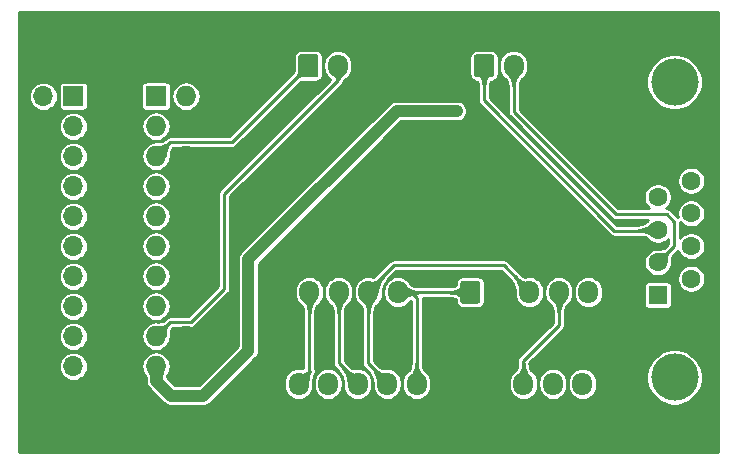
<source format=gbr>
%TF.GenerationSoftware,KiCad,Pcbnew,(5.1.4)-1*%
%TF.CreationDate,2019-11-11T10:46:24+08:00*%
%TF.ProjectId,jlink_vcom_to_rs232_adapter_plate,6a6c696e-6b5f-4766-936f-6d5f746f5f72,rev?*%
%TF.SameCoordinates,Original*%
%TF.FileFunction,Copper,L2,Bot*%
%TF.FilePolarity,Positive*%
%FSLAX46Y46*%
G04 Gerber Fmt 4.6, Leading zero omitted, Abs format (unit mm)*
G04 Created by KiCad (PCBNEW (5.1.4)-1) date 2019-11-11 10:46:24*
%MOMM*%
%LPD*%
G04 APERTURE LIST*
%ADD10O,1.700000X1.950000*%
%ADD11C,0.350000*%
%ADD12C,1.700000*%
%ADD13O,1.700000X1.700000*%
%ADD14R,1.700000X1.700000*%
%ADD15O,1.727200X1.727200*%
%ADD16R,1.727200X1.727200*%
%ADD17C,4.000000*%
%ADD18C,1.600000*%
%ADD19R,1.600000X1.600000*%
%ADD20C,0.800000*%
%ADD21C,1.000000*%
%ADD22C,0.250000*%
%ADD23C,0.025400*%
%ADD24C,0.254000*%
%ADD25C,0.350000*%
G04 APERTURE END LIST*
D10*
X202479000Y-61595000D03*
X199979000Y-61595000D03*
X197479000Y-61595000D03*
X194979000Y-61595000D03*
D11*
G36*
X193103504Y-60621204D02*
G01*
X193127773Y-60624804D01*
X193151571Y-60630765D01*
X193174671Y-60639030D01*
X193196849Y-60649520D01*
X193217893Y-60662133D01*
X193237598Y-60676747D01*
X193255777Y-60693223D01*
X193272253Y-60711402D01*
X193286867Y-60731107D01*
X193299480Y-60752151D01*
X193309970Y-60774329D01*
X193318235Y-60797429D01*
X193324196Y-60821227D01*
X193327796Y-60845496D01*
X193329000Y-60870000D01*
X193329000Y-62320000D01*
X193327796Y-62344504D01*
X193324196Y-62368773D01*
X193318235Y-62392571D01*
X193309970Y-62415671D01*
X193299480Y-62437849D01*
X193286867Y-62458893D01*
X193272253Y-62478598D01*
X193255777Y-62496777D01*
X193237598Y-62513253D01*
X193217893Y-62527867D01*
X193196849Y-62540480D01*
X193174671Y-62550970D01*
X193151571Y-62559235D01*
X193127773Y-62565196D01*
X193103504Y-62568796D01*
X193079000Y-62570000D01*
X191879000Y-62570000D01*
X191854496Y-62568796D01*
X191830227Y-62565196D01*
X191806429Y-62559235D01*
X191783329Y-62550970D01*
X191761151Y-62540480D01*
X191740107Y-62527867D01*
X191720402Y-62513253D01*
X191702223Y-62496777D01*
X191685747Y-62478598D01*
X191671133Y-62458893D01*
X191658520Y-62437849D01*
X191648030Y-62415671D01*
X191639765Y-62392571D01*
X191633804Y-62368773D01*
X191630204Y-62344504D01*
X191629000Y-62320000D01*
X191629000Y-60870000D01*
X191630204Y-60845496D01*
X191633804Y-60821227D01*
X191639765Y-60797429D01*
X191648030Y-60774329D01*
X191658520Y-60752151D01*
X191671133Y-60731107D01*
X191685747Y-60711402D01*
X191702223Y-60693223D01*
X191720402Y-60676747D01*
X191740107Y-60662133D01*
X191761151Y-60649520D01*
X191783329Y-60639030D01*
X191806429Y-60630765D01*
X191830227Y-60624804D01*
X191854496Y-60621204D01*
X191879000Y-60620000D01*
X193079000Y-60620000D01*
X193103504Y-60621204D01*
X193103504Y-60621204D01*
G37*
D12*
X192479000Y-61595000D03*
D10*
X218608000Y-61595000D03*
X216108000Y-61595000D03*
X213608000Y-61595000D03*
X211108000Y-61595000D03*
D11*
G36*
X209232504Y-60621204D02*
G01*
X209256773Y-60624804D01*
X209280571Y-60630765D01*
X209303671Y-60639030D01*
X209325849Y-60649520D01*
X209346893Y-60662133D01*
X209366598Y-60676747D01*
X209384777Y-60693223D01*
X209401253Y-60711402D01*
X209415867Y-60731107D01*
X209428480Y-60752151D01*
X209438970Y-60774329D01*
X209447235Y-60797429D01*
X209453196Y-60821227D01*
X209456796Y-60845496D01*
X209458000Y-60870000D01*
X209458000Y-62320000D01*
X209456796Y-62344504D01*
X209453196Y-62368773D01*
X209447235Y-62392571D01*
X209438970Y-62415671D01*
X209428480Y-62437849D01*
X209415867Y-62458893D01*
X209401253Y-62478598D01*
X209384777Y-62496777D01*
X209366598Y-62513253D01*
X209346893Y-62527867D01*
X209325849Y-62540480D01*
X209303671Y-62550970D01*
X209280571Y-62559235D01*
X209256773Y-62565196D01*
X209232504Y-62568796D01*
X209208000Y-62570000D01*
X208008000Y-62570000D01*
X207983496Y-62568796D01*
X207959227Y-62565196D01*
X207935429Y-62559235D01*
X207912329Y-62550970D01*
X207890151Y-62540480D01*
X207869107Y-62527867D01*
X207849402Y-62513253D01*
X207831223Y-62496777D01*
X207814747Y-62478598D01*
X207800133Y-62458893D01*
X207787520Y-62437849D01*
X207777030Y-62415671D01*
X207768765Y-62392571D01*
X207762804Y-62368773D01*
X207759204Y-62344504D01*
X207758000Y-62320000D01*
X207758000Y-60870000D01*
X207759204Y-60845496D01*
X207762804Y-60821227D01*
X207768765Y-60797429D01*
X207777030Y-60774329D01*
X207787520Y-60752151D01*
X207800133Y-60731107D01*
X207814747Y-60711402D01*
X207831223Y-60693223D01*
X207849402Y-60676747D01*
X207869107Y-60662133D01*
X207890151Y-60649520D01*
X207912329Y-60639030D01*
X207935429Y-60630765D01*
X207959227Y-60624804D01*
X207983496Y-60621204D01*
X208008000Y-60620000D01*
X209208000Y-60620000D01*
X209232504Y-60621204D01*
X209232504Y-60621204D01*
G37*
D12*
X208608000Y-61595000D03*
D13*
X172460000Y-67860000D03*
X175000000Y-67860000D03*
X172460000Y-65320000D03*
X175000000Y-65320000D03*
X172460000Y-62780000D03*
X175000000Y-62780000D03*
X172460000Y-60240000D03*
X175000000Y-60240000D03*
X172460000Y-57700000D03*
X175000000Y-57700000D03*
X172460000Y-55160000D03*
X175000000Y-55160000D03*
X172460000Y-52620000D03*
X175000000Y-52620000D03*
X172460000Y-50080000D03*
X175000000Y-50080000D03*
X172460000Y-47540000D03*
X175000000Y-47540000D03*
X172460000Y-45000000D03*
D14*
X175000000Y-45000000D03*
D15*
X184540000Y-67860000D03*
X182000000Y-67860000D03*
X184540000Y-65320000D03*
X182000000Y-65320000D03*
X184540000Y-62780000D03*
X182000000Y-62780000D03*
X184540000Y-60240000D03*
X182000000Y-60240000D03*
X184540000Y-57700000D03*
X182000000Y-57700000D03*
X184540000Y-55160000D03*
X182000000Y-55160000D03*
X184540000Y-52620000D03*
X182000000Y-52620000D03*
X184540000Y-50080000D03*
X182000000Y-50080000D03*
X184540000Y-47540000D03*
X182000000Y-47540000D03*
X184540000Y-45000000D03*
D16*
X182000000Y-45000000D03*
D10*
X214772440Y-42418000D03*
X212272440Y-42418000D03*
D11*
G36*
X210396944Y-41444204D02*
G01*
X210421213Y-41447804D01*
X210445011Y-41453765D01*
X210468111Y-41462030D01*
X210490289Y-41472520D01*
X210511333Y-41485133D01*
X210531038Y-41499747D01*
X210549217Y-41516223D01*
X210565693Y-41534402D01*
X210580307Y-41554107D01*
X210592920Y-41575151D01*
X210603410Y-41597329D01*
X210611675Y-41620429D01*
X210617636Y-41644227D01*
X210621236Y-41668496D01*
X210622440Y-41693000D01*
X210622440Y-43143000D01*
X210621236Y-43167504D01*
X210617636Y-43191773D01*
X210611675Y-43215571D01*
X210603410Y-43238671D01*
X210592920Y-43260849D01*
X210580307Y-43281893D01*
X210565693Y-43301598D01*
X210549217Y-43319777D01*
X210531038Y-43336253D01*
X210511333Y-43350867D01*
X210490289Y-43363480D01*
X210468111Y-43373970D01*
X210445011Y-43382235D01*
X210421213Y-43388196D01*
X210396944Y-43391796D01*
X210372440Y-43393000D01*
X209172440Y-43393000D01*
X209147936Y-43391796D01*
X209123667Y-43388196D01*
X209099869Y-43382235D01*
X209076769Y-43373970D01*
X209054591Y-43363480D01*
X209033547Y-43350867D01*
X209013842Y-43336253D01*
X208995663Y-43319777D01*
X208979187Y-43301598D01*
X208964573Y-43281893D01*
X208951960Y-43260849D01*
X208941470Y-43238671D01*
X208933205Y-43215571D01*
X208927244Y-43191773D01*
X208923644Y-43167504D01*
X208922440Y-43143000D01*
X208922440Y-41693000D01*
X208923644Y-41668496D01*
X208927244Y-41644227D01*
X208933205Y-41620429D01*
X208941470Y-41597329D01*
X208951960Y-41575151D01*
X208964573Y-41554107D01*
X208979187Y-41534402D01*
X208995663Y-41516223D01*
X209013842Y-41499747D01*
X209033547Y-41485133D01*
X209054591Y-41472520D01*
X209076769Y-41462030D01*
X209099869Y-41453765D01*
X209123667Y-41447804D01*
X209147936Y-41444204D01*
X209172440Y-41443000D01*
X210372440Y-41443000D01*
X210396944Y-41444204D01*
X210396944Y-41444204D01*
G37*
D12*
X209772440Y-42418000D03*
D10*
X199901220Y-42418000D03*
X197401220Y-42418000D03*
D11*
G36*
X195525724Y-41444204D02*
G01*
X195549993Y-41447804D01*
X195573791Y-41453765D01*
X195596891Y-41462030D01*
X195619069Y-41472520D01*
X195640113Y-41485133D01*
X195659818Y-41499747D01*
X195677997Y-41516223D01*
X195694473Y-41534402D01*
X195709087Y-41554107D01*
X195721700Y-41575151D01*
X195732190Y-41597329D01*
X195740455Y-41620429D01*
X195746416Y-41644227D01*
X195750016Y-41668496D01*
X195751220Y-41693000D01*
X195751220Y-43143000D01*
X195750016Y-43167504D01*
X195746416Y-43191773D01*
X195740455Y-43215571D01*
X195732190Y-43238671D01*
X195721700Y-43260849D01*
X195709087Y-43281893D01*
X195694473Y-43301598D01*
X195677997Y-43319777D01*
X195659818Y-43336253D01*
X195640113Y-43350867D01*
X195619069Y-43363480D01*
X195596891Y-43373970D01*
X195573791Y-43382235D01*
X195549993Y-43388196D01*
X195525724Y-43391796D01*
X195501220Y-43393000D01*
X194301220Y-43393000D01*
X194276716Y-43391796D01*
X194252447Y-43388196D01*
X194228649Y-43382235D01*
X194205549Y-43373970D01*
X194183371Y-43363480D01*
X194162327Y-43350867D01*
X194142622Y-43336253D01*
X194124443Y-43319777D01*
X194107967Y-43301598D01*
X194093353Y-43281893D01*
X194080740Y-43260849D01*
X194070250Y-43238671D01*
X194061985Y-43215571D01*
X194056024Y-43191773D01*
X194052424Y-43167504D01*
X194051220Y-43143000D01*
X194051220Y-41693000D01*
X194052424Y-41668496D01*
X194056024Y-41644227D01*
X194061985Y-41620429D01*
X194070250Y-41597329D01*
X194080740Y-41575151D01*
X194093353Y-41554107D01*
X194107967Y-41534402D01*
X194124443Y-41516223D01*
X194142622Y-41499747D01*
X194162327Y-41485133D01*
X194183371Y-41472520D01*
X194205549Y-41462030D01*
X194228649Y-41453765D01*
X194252447Y-41447804D01*
X194276716Y-41444204D01*
X194301220Y-41443000D01*
X195501220Y-41443000D01*
X195525724Y-41444204D01*
X195525724Y-41444204D01*
G37*
D12*
X194901220Y-42418000D03*
D17*
X225903000Y-43809000D03*
X225903000Y-68809000D03*
D18*
X227323000Y-52154000D03*
X227323000Y-54924000D03*
X227323000Y-57694000D03*
X227323000Y-60464000D03*
X224483000Y-50769000D03*
X224483000Y-53539000D03*
X224483000Y-56309000D03*
X224483000Y-59079000D03*
D19*
X224483000Y-61849000D03*
D10*
X204067887Y-69342000D03*
X201567887Y-69342000D03*
X199067887Y-69342000D03*
X196567887Y-69342000D03*
X194067887Y-69342000D03*
D11*
G36*
X192192481Y-68368203D02*
G01*
X192216740Y-68371802D01*
X192240529Y-68377761D01*
X192263620Y-68386023D01*
X192285789Y-68396508D01*
X192306824Y-68409116D01*
X192326522Y-68423725D01*
X192344693Y-68440194D01*
X192361162Y-68458365D01*
X192375771Y-68478063D01*
X192388379Y-68499098D01*
X192398864Y-68521267D01*
X192407126Y-68544358D01*
X192413085Y-68568147D01*
X192416684Y-68592406D01*
X192417887Y-68616900D01*
X192417887Y-70067100D01*
X192416684Y-70091594D01*
X192413085Y-70115853D01*
X192407126Y-70139642D01*
X192398864Y-70162733D01*
X192388379Y-70184902D01*
X192375771Y-70205937D01*
X192361162Y-70225635D01*
X192344693Y-70243806D01*
X192326522Y-70260275D01*
X192306824Y-70274884D01*
X192285789Y-70287492D01*
X192263620Y-70297977D01*
X192240529Y-70306239D01*
X192216740Y-70312198D01*
X192192481Y-70315797D01*
X192167987Y-70317000D01*
X190967787Y-70317000D01*
X190943293Y-70315797D01*
X190919034Y-70312198D01*
X190895245Y-70306239D01*
X190872154Y-70297977D01*
X190849985Y-70287492D01*
X190828950Y-70274884D01*
X190809252Y-70260275D01*
X190791081Y-70243806D01*
X190774612Y-70225635D01*
X190760003Y-70205937D01*
X190747395Y-70184902D01*
X190736910Y-70162733D01*
X190728648Y-70139642D01*
X190722689Y-70115853D01*
X190719090Y-70091594D01*
X190717887Y-70067100D01*
X190717887Y-68616900D01*
X190719090Y-68592406D01*
X190722689Y-68568147D01*
X190728648Y-68544358D01*
X190736910Y-68521267D01*
X190747395Y-68499098D01*
X190760003Y-68478063D01*
X190774612Y-68458365D01*
X190791081Y-68440194D01*
X190809252Y-68423725D01*
X190828950Y-68409116D01*
X190849985Y-68396508D01*
X190872154Y-68386023D01*
X190895245Y-68377761D01*
X190919034Y-68371802D01*
X190943293Y-68368203D01*
X190967787Y-68367000D01*
X192167987Y-68367000D01*
X192192481Y-68368203D01*
X192192481Y-68368203D01*
G37*
D12*
X191567887Y-69342000D03*
D10*
X218105774Y-69342000D03*
X215605774Y-69342000D03*
X213105774Y-69342000D03*
D11*
G36*
X211230278Y-68368204D02*
G01*
X211254547Y-68371804D01*
X211278345Y-68377765D01*
X211301445Y-68386030D01*
X211323623Y-68396520D01*
X211344667Y-68409133D01*
X211364372Y-68423747D01*
X211382551Y-68440223D01*
X211399027Y-68458402D01*
X211413641Y-68478107D01*
X211426254Y-68499151D01*
X211436744Y-68521329D01*
X211445009Y-68544429D01*
X211450970Y-68568227D01*
X211454570Y-68592496D01*
X211455774Y-68617000D01*
X211455774Y-70067000D01*
X211454570Y-70091504D01*
X211450970Y-70115773D01*
X211445009Y-70139571D01*
X211436744Y-70162671D01*
X211426254Y-70184849D01*
X211413641Y-70205893D01*
X211399027Y-70225598D01*
X211382551Y-70243777D01*
X211364372Y-70260253D01*
X211344667Y-70274867D01*
X211323623Y-70287480D01*
X211301445Y-70297970D01*
X211278345Y-70306235D01*
X211254547Y-70312196D01*
X211230278Y-70315796D01*
X211205774Y-70317000D01*
X210005774Y-70317000D01*
X209981270Y-70315796D01*
X209957001Y-70312196D01*
X209933203Y-70306235D01*
X209910103Y-70297970D01*
X209887925Y-70287480D01*
X209866881Y-70274867D01*
X209847176Y-70260253D01*
X209828997Y-70243777D01*
X209812521Y-70225598D01*
X209797907Y-70205893D01*
X209785294Y-70184849D01*
X209774804Y-70162671D01*
X209766539Y-70139571D01*
X209760578Y-70115773D01*
X209756978Y-70091504D01*
X209755774Y-70067000D01*
X209755774Y-68617000D01*
X209756978Y-68592496D01*
X209760578Y-68568227D01*
X209766539Y-68544429D01*
X209774804Y-68521329D01*
X209785294Y-68499151D01*
X209797907Y-68478107D01*
X209812521Y-68458402D01*
X209828997Y-68440223D01*
X209847176Y-68423747D01*
X209866881Y-68409133D01*
X209887925Y-68396520D01*
X209910103Y-68386030D01*
X209933203Y-68377765D01*
X209957001Y-68371804D01*
X209981270Y-68368204D01*
X210005774Y-68367000D01*
X211205774Y-68367000D01*
X211230278Y-68368204D01*
X211230278Y-68368204D01*
G37*
D12*
X210605774Y-69342000D03*
D20*
X207465000Y-46247000D03*
D21*
X202366000Y-46247000D02*
X207465000Y-46247000D01*
X182000000Y-69081314D02*
X183276686Y-70358000D01*
X182000000Y-67860000D02*
X182000000Y-69081314D01*
X183276686Y-70358000D02*
X186002000Y-70358000D01*
X186002000Y-70358000D02*
X189812000Y-66548000D01*
X189812000Y-66548000D02*
X189812000Y-58801000D01*
X189812000Y-58801000D02*
X202366000Y-46247000D01*
D22*
X197401220Y-43643000D02*
X187780000Y-53264220D01*
X197401220Y-42418000D02*
X197401220Y-43643000D01*
X182863599Y-64456401D02*
X182000000Y-65320000D01*
X183188601Y-64131399D02*
X182863599Y-64456401D01*
X184947731Y-64131399D02*
X183188601Y-64131399D01*
X187780000Y-61299130D02*
X184947731Y-64131399D01*
X187780000Y-53264220D02*
X187780000Y-61299130D01*
X194067887Y-69217000D02*
X195019000Y-68265887D01*
X194067887Y-69342000D02*
X194067887Y-69217000D01*
X194979000Y-68225887D02*
X194979000Y-61595000D01*
X195019000Y-68265887D02*
X194979000Y-68225887D01*
X197479000Y-67628113D02*
X197479000Y-61595000D01*
X199067887Y-69342000D02*
X199067887Y-69217000D01*
X199067887Y-69217000D02*
X197479000Y-67628113D01*
X213105774Y-69342000D02*
X213105774Y-67384226D01*
X216108000Y-64382000D02*
X216108000Y-61595000D01*
X213105774Y-67384226D02*
X216108000Y-64382000D01*
X199979000Y-67628113D02*
X199979000Y-61595000D01*
X201567887Y-69342000D02*
X201567887Y-69217000D01*
X201567887Y-69217000D02*
X199979000Y-67628113D01*
X199979000Y-61470000D02*
X202140000Y-59309000D01*
X199979000Y-61595000D02*
X199979000Y-61470000D01*
X213608000Y-61470000D02*
X213608000Y-61595000D01*
X211447000Y-59309000D02*
X213608000Y-61470000D01*
X202140000Y-59309000D02*
X211447000Y-59309000D01*
X194002848Y-43316372D02*
X194901220Y-42418000D01*
X188427821Y-48891399D02*
X194002848Y-43316372D01*
X183188601Y-48891399D02*
X188427821Y-48891399D01*
X182000000Y-50080000D02*
X183188601Y-48891399D01*
X203579000Y-61595000D02*
X202479000Y-61595000D01*
X204067887Y-62083887D02*
X203579000Y-61595000D01*
X204067887Y-69342000D02*
X204067887Y-62083887D01*
X202479000Y-61595000D02*
X208608000Y-61595000D01*
X209772440Y-45360440D02*
X209772440Y-42418000D01*
X220800000Y-56388000D02*
X209772440Y-45360440D01*
X224483000Y-56309000D02*
X224404000Y-56388000D01*
X224404000Y-56388000D02*
X220800000Y-56388000D01*
X225282999Y-58279001D02*
X224483000Y-59079000D01*
X212272440Y-42418000D02*
X212272440Y-46336440D01*
X220927000Y-54991000D02*
X225245000Y-54991000D01*
X225880000Y-55626000D02*
X225880000Y-57682000D01*
X212272440Y-46336440D02*
X220927000Y-54991000D01*
X225245000Y-54991000D02*
X225880000Y-55626000D01*
X225880000Y-57682000D02*
X225282999Y-58279001D01*
D23*
G36*
X182589063Y-68475349D02*
G01*
X182574961Y-68492036D01*
X182573780Y-68493684D01*
X182556011Y-68523205D01*
X182555272Y-68524629D01*
X182539594Y-68560172D01*
X182539143Y-68561351D01*
X182525555Y-68602914D01*
X182525281Y-68603877D01*
X182513784Y-68651461D01*
X182513620Y-68652249D01*
X182504213Y-68705854D01*
X182504117Y-68706502D01*
X182496801Y-68766129D01*
X182496746Y-68766668D01*
X182491520Y-68832315D01*
X182491492Y-68832768D01*
X182488357Y-68904436D01*
X182488346Y-68904820D01*
X182487470Y-68969980D01*
X181512530Y-68969980D01*
X181511653Y-68904820D01*
X181511642Y-68904436D01*
X181508507Y-68832768D01*
X181508479Y-68832315D01*
X181503253Y-68766668D01*
X181503198Y-68766129D01*
X181495882Y-68706502D01*
X181495786Y-68705854D01*
X181486379Y-68652249D01*
X181486215Y-68651461D01*
X181474718Y-68603877D01*
X181474444Y-68602914D01*
X181460856Y-68561351D01*
X181460405Y-68560172D01*
X181444727Y-68524629D01*
X181443988Y-68523205D01*
X181426219Y-68493684D01*
X181425038Y-68492036D01*
X181410937Y-68475349D01*
X182000000Y-67453626D01*
X182589063Y-68475349D01*
X182589063Y-68475349D01*
G37*
X182589063Y-68475349D02*
X182574961Y-68492036D01*
X182573780Y-68493684D01*
X182556011Y-68523205D01*
X182555272Y-68524629D01*
X182539594Y-68560172D01*
X182539143Y-68561351D01*
X182525555Y-68602914D01*
X182525281Y-68603877D01*
X182513784Y-68651461D01*
X182513620Y-68652249D01*
X182504213Y-68705854D01*
X182504117Y-68706502D01*
X182496801Y-68766129D01*
X182496746Y-68766668D01*
X182491520Y-68832315D01*
X182491492Y-68832768D01*
X182488357Y-68904436D01*
X182488346Y-68904820D01*
X182487470Y-68969980D01*
X181512530Y-68969980D01*
X181511653Y-68904820D01*
X181511642Y-68904436D01*
X181508507Y-68832768D01*
X181508479Y-68832315D01*
X181503253Y-68766668D01*
X181503198Y-68766129D01*
X181495882Y-68706502D01*
X181495786Y-68705854D01*
X181486379Y-68652249D01*
X181486215Y-68651461D01*
X181474718Y-68603877D01*
X181474444Y-68602914D01*
X181460856Y-68561351D01*
X181460405Y-68560172D01*
X181444727Y-68524629D01*
X181443988Y-68523205D01*
X181426219Y-68493684D01*
X181425038Y-68492036D01*
X181410937Y-68475349D01*
X182000000Y-67453626D01*
X182589063Y-68475349D01*
G36*
X197980348Y-43022918D02*
G01*
X197897949Y-43105135D01*
X197897768Y-43105319D01*
X197817868Y-43188355D01*
X197817654Y-43188583D01*
X197747154Y-43265551D01*
X197746899Y-43265838D01*
X197685799Y-43336738D01*
X197685490Y-43337111D01*
X197633790Y-43401943D01*
X197633412Y-43402441D01*
X197591112Y-43461205D01*
X197590646Y-43461899D01*
X197557746Y-43514595D01*
X197557178Y-43515605D01*
X197533678Y-43562233D01*
X197533023Y-43563779D01*
X197518923Y-43604338D01*
X197518335Y-43606793D01*
X197515132Y-43630300D01*
X197287308Y-43630300D01*
X197284104Y-43606793D01*
X197283516Y-43604338D01*
X197269416Y-43563779D01*
X197268761Y-43562233D01*
X197245261Y-43515605D01*
X197244693Y-43514595D01*
X197211793Y-43461899D01*
X197211327Y-43461205D01*
X197169027Y-43402441D01*
X197168649Y-43401943D01*
X197116949Y-43337111D01*
X197116640Y-43336738D01*
X197055540Y-43265838D01*
X197055285Y-43265551D01*
X196984785Y-43188583D01*
X196984571Y-43188355D01*
X196904671Y-43105319D01*
X196904490Y-43105135D01*
X196822092Y-43022918D01*
X197401220Y-42018426D01*
X197980348Y-43022918D01*
X197980348Y-43022918D01*
G37*
X197980348Y-43022918D02*
X197897949Y-43105135D01*
X197897768Y-43105319D01*
X197817868Y-43188355D01*
X197817654Y-43188583D01*
X197747154Y-43265551D01*
X197746899Y-43265838D01*
X197685799Y-43336738D01*
X197685490Y-43337111D01*
X197633790Y-43401943D01*
X197633412Y-43402441D01*
X197591112Y-43461205D01*
X197590646Y-43461899D01*
X197557746Y-43514595D01*
X197557178Y-43515605D01*
X197533678Y-43562233D01*
X197533023Y-43563779D01*
X197518923Y-43604338D01*
X197518335Y-43606793D01*
X197515132Y-43630300D01*
X197287308Y-43630300D01*
X197284104Y-43606793D01*
X197283516Y-43604338D01*
X197269416Y-43563779D01*
X197268761Y-43562233D01*
X197245261Y-43515605D01*
X197244693Y-43514595D01*
X197211793Y-43461899D01*
X197211327Y-43461205D01*
X197169027Y-43402441D01*
X197168649Y-43401943D01*
X197116949Y-43337111D01*
X197116640Y-43336738D01*
X197055540Y-43265838D01*
X197055285Y-43265551D01*
X196984785Y-43188583D01*
X196984571Y-43188355D01*
X196904671Y-43105319D01*
X196904490Y-43105135D01*
X196822092Y-43022918D01*
X197401220Y-42018426D01*
X197980348Y-43022918D01*
G36*
X182935337Y-64546100D02*
G01*
X182923701Y-64562116D01*
X182922351Y-64564468D01*
X182906378Y-64600786D01*
X182905810Y-64602347D01*
X182891873Y-64650190D01*
X182891614Y-64651246D01*
X182879715Y-64710615D01*
X182879588Y-64711361D01*
X182869727Y-64782256D01*
X182869663Y-64782806D01*
X182861838Y-64865226D01*
X182861805Y-64865645D01*
X182856018Y-64959591D01*
X182856002Y-64959921D01*
X182852252Y-65065392D01*
X182852245Y-65065657D01*
X182850532Y-65182655D01*
X182850531Y-65182873D01*
X182850831Y-65301632D01*
X181712651Y-65607349D01*
X182018368Y-64469169D01*
X182137126Y-64469468D01*
X182137344Y-64469467D01*
X182254342Y-64467754D01*
X182254607Y-64467747D01*
X182360078Y-64463997D01*
X182360408Y-64463981D01*
X182454354Y-64458194D01*
X182454773Y-64458161D01*
X182537194Y-64450336D01*
X182537744Y-64450272D01*
X182608638Y-64440411D01*
X182609384Y-64440284D01*
X182668753Y-64428385D01*
X182669809Y-64428126D01*
X182717652Y-64414189D01*
X182719213Y-64413621D01*
X182755531Y-64397648D01*
X182757882Y-64396298D01*
X182773899Y-64384662D01*
X182935337Y-64546100D01*
X182935337Y-64546100D01*
G37*
X182935337Y-64546100D02*
X182923701Y-64562116D01*
X182922351Y-64564468D01*
X182906378Y-64600786D01*
X182905810Y-64602347D01*
X182891873Y-64650190D01*
X182891614Y-64651246D01*
X182879715Y-64710615D01*
X182879588Y-64711361D01*
X182869727Y-64782256D01*
X182869663Y-64782806D01*
X182861838Y-64865226D01*
X182861805Y-64865645D01*
X182856018Y-64959591D01*
X182856002Y-64959921D01*
X182852252Y-65065392D01*
X182852245Y-65065657D01*
X182850532Y-65182655D01*
X182850531Y-65182873D01*
X182850831Y-65301632D01*
X181712651Y-65607349D01*
X182018368Y-64469169D01*
X182137126Y-64469468D01*
X182137344Y-64469467D01*
X182254342Y-64467754D01*
X182254607Y-64467747D01*
X182360078Y-64463997D01*
X182360408Y-64463981D01*
X182454354Y-64458194D01*
X182454773Y-64458161D01*
X182537194Y-64450336D01*
X182537744Y-64450272D01*
X182608638Y-64440411D01*
X182609384Y-64440284D01*
X182668753Y-64428385D01*
X182669809Y-64428126D01*
X182717652Y-64414189D01*
X182719213Y-64413621D01*
X182755531Y-64397648D01*
X182757882Y-64396298D01*
X182773899Y-64384662D01*
X182935337Y-64546100D01*
G36*
X195091663Y-68356511D02*
G01*
X195059063Y-68415747D01*
X195058590Y-68416698D01*
X195025446Y-68491032D01*
X195025091Y-68491915D01*
X194996002Y-68572989D01*
X194995743Y-68573796D01*
X194970707Y-68661609D01*
X194970522Y-68662340D01*
X194949541Y-68756893D01*
X194949413Y-68757551D01*
X194932485Y-68858843D01*
X194932400Y-68859433D01*
X194919527Y-68967465D01*
X194919475Y-68967995D01*
X194910656Y-69082766D01*
X194910629Y-69083241D01*
X194905864Y-69204751D01*
X194905854Y-69205179D01*
X194905198Y-69323747D01*
X193785346Y-69624541D01*
X194086166Y-68504593D01*
X194203583Y-68502780D01*
X194204303Y-68502749D01*
X194322063Y-68494234D01*
X194322894Y-68494146D01*
X194431415Y-68479077D01*
X194432371Y-68478907D01*
X194531653Y-68457284D01*
X194532743Y-68456995D01*
X194622785Y-68428818D01*
X194624007Y-68428366D01*
X194704810Y-68393634D01*
X194706141Y-68392967D01*
X194777704Y-68351681D01*
X194779091Y-68350754D01*
X194841415Y-68302915D01*
X194842771Y-68301711D01*
X194895855Y-68247317D01*
X194897075Y-68245863D01*
X194932195Y-68197043D01*
X195091663Y-68356511D01*
X195091663Y-68356511D01*
G37*
X195091663Y-68356511D02*
X195059063Y-68415747D01*
X195058590Y-68416698D01*
X195025446Y-68491032D01*
X195025091Y-68491915D01*
X194996002Y-68572989D01*
X194995743Y-68573796D01*
X194970707Y-68661609D01*
X194970522Y-68662340D01*
X194949541Y-68756893D01*
X194949413Y-68757551D01*
X194932485Y-68858843D01*
X194932400Y-68859433D01*
X194919527Y-68967465D01*
X194919475Y-68967995D01*
X194910656Y-69082766D01*
X194910629Y-69083241D01*
X194905864Y-69204751D01*
X194905854Y-69205179D01*
X194905198Y-69323747D01*
X193785346Y-69624541D01*
X194086166Y-68504593D01*
X194203583Y-68502780D01*
X194204303Y-68502749D01*
X194322063Y-68494234D01*
X194322894Y-68494146D01*
X194431415Y-68479077D01*
X194432371Y-68478907D01*
X194531653Y-68457284D01*
X194532743Y-68456995D01*
X194622785Y-68428818D01*
X194624007Y-68428366D01*
X194704810Y-68393634D01*
X194706141Y-68392967D01*
X194777704Y-68351681D01*
X194779091Y-68350754D01*
X194841415Y-68302915D01*
X194842771Y-68301711D01*
X194895855Y-68247317D01*
X194897075Y-68245863D01*
X194932195Y-68197043D01*
X195091663Y-68356511D01*
G36*
X195558271Y-62200165D02*
G01*
X195475476Y-62287648D01*
X195474825Y-62288392D01*
X195394925Y-62387187D01*
X195394312Y-62388011D01*
X195323812Y-62491244D01*
X195323255Y-62492138D01*
X195262155Y-62599809D01*
X195261667Y-62600759D01*
X195209967Y-62712867D01*
X195209562Y-62713852D01*
X195167262Y-62830398D01*
X195166945Y-62831398D01*
X195134045Y-62952382D01*
X195133817Y-62953376D01*
X195110317Y-63078798D01*
X195110174Y-63079766D01*
X195096074Y-63209626D01*
X195096008Y-63210553D01*
X195091737Y-63332595D01*
X194866263Y-63332595D01*
X194861992Y-63210553D01*
X194861926Y-63209626D01*
X194847826Y-63079766D01*
X194847683Y-63078798D01*
X194824183Y-62953376D01*
X194823955Y-62952382D01*
X194791055Y-62831398D01*
X194790738Y-62830398D01*
X194748438Y-62713852D01*
X194748033Y-62712867D01*
X194696333Y-62600759D01*
X194695845Y-62599809D01*
X194634745Y-62492138D01*
X194634188Y-62491244D01*
X194563688Y-62388011D01*
X194563075Y-62387187D01*
X194483175Y-62288392D01*
X194482524Y-62287648D01*
X194399729Y-62200165D01*
X194979000Y-61195426D01*
X195558271Y-62200165D01*
X195558271Y-62200165D01*
G37*
X195558271Y-62200165D02*
X195475476Y-62287648D01*
X195474825Y-62288392D01*
X195394925Y-62387187D01*
X195394312Y-62388011D01*
X195323812Y-62491244D01*
X195323255Y-62492138D01*
X195262155Y-62599809D01*
X195261667Y-62600759D01*
X195209967Y-62712867D01*
X195209562Y-62713852D01*
X195167262Y-62830398D01*
X195166945Y-62831398D01*
X195134045Y-62952382D01*
X195133817Y-62953376D01*
X195110317Y-63078798D01*
X195110174Y-63079766D01*
X195096074Y-63209626D01*
X195096008Y-63210553D01*
X195091737Y-63332595D01*
X194866263Y-63332595D01*
X194861992Y-63210553D01*
X194861926Y-63209626D01*
X194847826Y-63079766D01*
X194847683Y-63078798D01*
X194824183Y-62953376D01*
X194823955Y-62952382D01*
X194791055Y-62831398D01*
X194790738Y-62830398D01*
X194748438Y-62713852D01*
X194748033Y-62712867D01*
X194696333Y-62600759D01*
X194695845Y-62599809D01*
X194634745Y-62492138D01*
X194634188Y-62491244D01*
X194563688Y-62388011D01*
X194563075Y-62387187D01*
X194483175Y-62288392D01*
X194482524Y-62287648D01*
X194399729Y-62200165D01*
X194979000Y-61195426D01*
X195558271Y-62200165D01*
G36*
X198058271Y-62200165D02*
G01*
X197975476Y-62287648D01*
X197974825Y-62288392D01*
X197894925Y-62387187D01*
X197894312Y-62388011D01*
X197823812Y-62491244D01*
X197823255Y-62492138D01*
X197762155Y-62599809D01*
X197761667Y-62600759D01*
X197709967Y-62712867D01*
X197709562Y-62713852D01*
X197667262Y-62830398D01*
X197666945Y-62831398D01*
X197634045Y-62952382D01*
X197633817Y-62953376D01*
X197610317Y-63078798D01*
X197610174Y-63079766D01*
X197596074Y-63209626D01*
X197596008Y-63210553D01*
X197591737Y-63332595D01*
X197366263Y-63332595D01*
X197361992Y-63210553D01*
X197361926Y-63209626D01*
X197347826Y-63079766D01*
X197347683Y-63078798D01*
X197324183Y-62953376D01*
X197323955Y-62952382D01*
X197291055Y-62831398D01*
X197290738Y-62830398D01*
X197248438Y-62713852D01*
X197248033Y-62712867D01*
X197196333Y-62600759D01*
X197195845Y-62599809D01*
X197134745Y-62492138D01*
X197134188Y-62491244D01*
X197063688Y-62388011D01*
X197063075Y-62387187D01*
X196983175Y-62288392D01*
X196982524Y-62287648D01*
X196899729Y-62200165D01*
X197479000Y-61195426D01*
X198058271Y-62200165D01*
X198058271Y-62200165D01*
G37*
X198058271Y-62200165D02*
X197975476Y-62287648D01*
X197974825Y-62288392D01*
X197894925Y-62387187D01*
X197894312Y-62388011D01*
X197823812Y-62491244D01*
X197823255Y-62492138D01*
X197762155Y-62599809D01*
X197761667Y-62600759D01*
X197709967Y-62712867D01*
X197709562Y-62713852D01*
X197667262Y-62830398D01*
X197666945Y-62831398D01*
X197634045Y-62952382D01*
X197633817Y-62953376D01*
X197610317Y-63078798D01*
X197610174Y-63079766D01*
X197596074Y-63209626D01*
X197596008Y-63210553D01*
X197591737Y-63332595D01*
X197366263Y-63332595D01*
X197361992Y-63210553D01*
X197361926Y-63209626D01*
X197347826Y-63079766D01*
X197347683Y-63078798D01*
X197324183Y-62953376D01*
X197323955Y-62952382D01*
X197291055Y-62831398D01*
X197290738Y-62830398D01*
X197248438Y-62713852D01*
X197248033Y-62712867D01*
X197196333Y-62600759D01*
X197195845Y-62599809D01*
X197134745Y-62492138D01*
X197134188Y-62491244D01*
X197063688Y-62388011D01*
X197063075Y-62387187D01*
X196983175Y-62288392D01*
X196982524Y-62287648D01*
X196899729Y-62200165D01*
X197479000Y-61195426D01*
X198058271Y-62200165D01*
G36*
X198007248Y-68014591D02*
G01*
X198007879Y-68015279D01*
X198109673Y-68118383D01*
X198110416Y-68119077D01*
X198215720Y-68209897D01*
X198216581Y-68210578D01*
X198325393Y-68289113D01*
X198326374Y-68289754D01*
X198438696Y-68356004D01*
X198439785Y-68356577D01*
X198555615Y-68410542D01*
X198556790Y-68411020D01*
X198676129Y-68452700D01*
X198677361Y-68453061D01*
X198800209Y-68482457D01*
X198801461Y-68482691D01*
X198927817Y-68499802D01*
X198929049Y-68499908D01*
X199049553Y-68504386D01*
X199350428Y-69624541D01*
X198230367Y-69323691D01*
X198227049Y-69202038D01*
X198226988Y-69201087D01*
X198213627Y-69070981D01*
X198213494Y-69070037D01*
X198190348Y-68940939D01*
X198190147Y-68940018D01*
X198157217Y-68811929D01*
X198156955Y-68811045D01*
X198114240Y-68683965D01*
X198113926Y-68683129D01*
X198061426Y-68557057D01*
X198061070Y-68556277D01*
X197998785Y-68431215D01*
X197998398Y-68430497D01*
X197926328Y-68306443D01*
X197925921Y-68305789D01*
X197844067Y-68182745D01*
X197843649Y-68182153D01*
X197758627Y-68068930D01*
X197917882Y-67909675D01*
X198007248Y-68014591D01*
X198007248Y-68014591D01*
G37*
X198007248Y-68014591D02*
X198007879Y-68015279D01*
X198109673Y-68118383D01*
X198110416Y-68119077D01*
X198215720Y-68209897D01*
X198216581Y-68210578D01*
X198325393Y-68289113D01*
X198326374Y-68289754D01*
X198438696Y-68356004D01*
X198439785Y-68356577D01*
X198555615Y-68410542D01*
X198556790Y-68411020D01*
X198676129Y-68452700D01*
X198677361Y-68453061D01*
X198800209Y-68482457D01*
X198801461Y-68482691D01*
X198927817Y-68499802D01*
X198929049Y-68499908D01*
X199049553Y-68504386D01*
X199350428Y-69624541D01*
X198230367Y-69323691D01*
X198227049Y-69202038D01*
X198226988Y-69201087D01*
X198213627Y-69070981D01*
X198213494Y-69070037D01*
X198190348Y-68940939D01*
X198190147Y-68940018D01*
X198157217Y-68811929D01*
X198156955Y-68811045D01*
X198114240Y-68683965D01*
X198113926Y-68683129D01*
X198061426Y-68557057D01*
X198061070Y-68556277D01*
X197998785Y-68431215D01*
X197998398Y-68430497D01*
X197926328Y-68306443D01*
X197925921Y-68305789D01*
X197844067Y-68182745D01*
X197843649Y-68182153D01*
X197758627Y-68068930D01*
X197917882Y-67909675D01*
X198007248Y-68014591D01*
G36*
X213222782Y-67726446D02*
G01*
X213222848Y-67727373D01*
X213236948Y-67857233D01*
X213237091Y-67858201D01*
X213260591Y-67983623D01*
X213260819Y-67984617D01*
X213293719Y-68105601D01*
X213294036Y-68106601D01*
X213336336Y-68223147D01*
X213336741Y-68224132D01*
X213388441Y-68336241D01*
X213388929Y-68337191D01*
X213450028Y-68444861D01*
X213450585Y-68445755D01*
X213521086Y-68548988D01*
X213521699Y-68549812D01*
X213601599Y-68648607D01*
X213602250Y-68649351D01*
X213685045Y-68736835D01*
X213105774Y-69741574D01*
X212526503Y-68736835D01*
X212609298Y-68649351D01*
X212609949Y-68648607D01*
X212689849Y-68549812D01*
X212690462Y-68548988D01*
X212760962Y-68445755D01*
X212761519Y-68444861D01*
X212822619Y-68337191D01*
X212823107Y-68336241D01*
X212874807Y-68224132D01*
X212875212Y-68223147D01*
X212917512Y-68106601D01*
X212917829Y-68105600D01*
X212950728Y-67984616D01*
X212950956Y-67983623D01*
X212974457Y-67858201D01*
X212974600Y-67857233D01*
X212988700Y-67727373D01*
X212988766Y-67726446D01*
X212993037Y-67604405D01*
X213218511Y-67604405D01*
X213222782Y-67726446D01*
X213222782Y-67726446D01*
G37*
X213222782Y-67726446D02*
X213222848Y-67727373D01*
X213236948Y-67857233D01*
X213237091Y-67858201D01*
X213260591Y-67983623D01*
X213260819Y-67984617D01*
X213293719Y-68105601D01*
X213294036Y-68106601D01*
X213336336Y-68223147D01*
X213336741Y-68224132D01*
X213388441Y-68336241D01*
X213388929Y-68337191D01*
X213450028Y-68444861D01*
X213450585Y-68445755D01*
X213521086Y-68548988D01*
X213521699Y-68549812D01*
X213601599Y-68648607D01*
X213602250Y-68649351D01*
X213685045Y-68736835D01*
X213105774Y-69741574D01*
X212526503Y-68736835D01*
X212609298Y-68649351D01*
X212609949Y-68648607D01*
X212689849Y-68549812D01*
X212690462Y-68548988D01*
X212760962Y-68445755D01*
X212761519Y-68444861D01*
X212822619Y-68337191D01*
X212823107Y-68336241D01*
X212874807Y-68224132D01*
X212875212Y-68223147D01*
X212917512Y-68106601D01*
X212917829Y-68105600D01*
X212950728Y-67984616D01*
X212950956Y-67983623D01*
X212974457Y-67858201D01*
X212974600Y-67857233D01*
X212988700Y-67727373D01*
X212988766Y-67726446D01*
X212993037Y-67604405D01*
X213218511Y-67604405D01*
X213222782Y-67726446D01*
G36*
X216687271Y-62200165D02*
G01*
X216604476Y-62287648D01*
X216603825Y-62288392D01*
X216523925Y-62387187D01*
X216523312Y-62388011D01*
X216452812Y-62491244D01*
X216452255Y-62492138D01*
X216391155Y-62599809D01*
X216390667Y-62600759D01*
X216338967Y-62712867D01*
X216338562Y-62713852D01*
X216296262Y-62830398D01*
X216295945Y-62831398D01*
X216263045Y-62952382D01*
X216262817Y-62953376D01*
X216239317Y-63078798D01*
X216239174Y-63079766D01*
X216225074Y-63209626D01*
X216225008Y-63210553D01*
X216220737Y-63332595D01*
X215995263Y-63332595D01*
X215990992Y-63210553D01*
X215990926Y-63209626D01*
X215976826Y-63079766D01*
X215976683Y-63078798D01*
X215953183Y-62953376D01*
X215952955Y-62952382D01*
X215920055Y-62831398D01*
X215919738Y-62830398D01*
X215877438Y-62713852D01*
X215877033Y-62712867D01*
X215825333Y-62600759D01*
X215824845Y-62599809D01*
X215763745Y-62492138D01*
X215763188Y-62491244D01*
X215692688Y-62388011D01*
X215692075Y-62387187D01*
X215612175Y-62288392D01*
X215611524Y-62287648D01*
X215528729Y-62200165D01*
X216108000Y-61195426D01*
X216687271Y-62200165D01*
X216687271Y-62200165D01*
G37*
X216687271Y-62200165D02*
X216604476Y-62287648D01*
X216603825Y-62288392D01*
X216523925Y-62387187D01*
X216523312Y-62388011D01*
X216452812Y-62491244D01*
X216452255Y-62492138D01*
X216391155Y-62599809D01*
X216390667Y-62600759D01*
X216338967Y-62712867D01*
X216338562Y-62713852D01*
X216296262Y-62830398D01*
X216295945Y-62831398D01*
X216263045Y-62952382D01*
X216262817Y-62953376D01*
X216239317Y-63078798D01*
X216239174Y-63079766D01*
X216225074Y-63209626D01*
X216225008Y-63210553D01*
X216220737Y-63332595D01*
X215995263Y-63332595D01*
X215990992Y-63210553D01*
X215990926Y-63209626D01*
X215976826Y-63079766D01*
X215976683Y-63078798D01*
X215953183Y-62953376D01*
X215952955Y-62952382D01*
X215920055Y-62831398D01*
X215919738Y-62830398D01*
X215877438Y-62713852D01*
X215877033Y-62712867D01*
X215825333Y-62600759D01*
X215824845Y-62599809D01*
X215763745Y-62492138D01*
X215763188Y-62491244D01*
X215692688Y-62388011D01*
X215692075Y-62387187D01*
X215612175Y-62288392D01*
X215611524Y-62287648D01*
X215528729Y-62200165D01*
X216108000Y-61195426D01*
X216687271Y-62200165D01*
G36*
X200558271Y-62200165D02*
G01*
X200475476Y-62287648D01*
X200474825Y-62288392D01*
X200394925Y-62387187D01*
X200394312Y-62388011D01*
X200323812Y-62491244D01*
X200323255Y-62492138D01*
X200262155Y-62599809D01*
X200261667Y-62600759D01*
X200209967Y-62712867D01*
X200209562Y-62713852D01*
X200167262Y-62830398D01*
X200166945Y-62831398D01*
X200134045Y-62952382D01*
X200133817Y-62953376D01*
X200110317Y-63078798D01*
X200110174Y-63079766D01*
X200096074Y-63209626D01*
X200096008Y-63210553D01*
X200091737Y-63332595D01*
X199866263Y-63332595D01*
X199861992Y-63210553D01*
X199861926Y-63209626D01*
X199847826Y-63079766D01*
X199847683Y-63078798D01*
X199824183Y-62953376D01*
X199823955Y-62952382D01*
X199791055Y-62831398D01*
X199790738Y-62830398D01*
X199748438Y-62713852D01*
X199748033Y-62712867D01*
X199696333Y-62600759D01*
X199695845Y-62599809D01*
X199634745Y-62492138D01*
X199634188Y-62491244D01*
X199563688Y-62388011D01*
X199563075Y-62387187D01*
X199483175Y-62288392D01*
X199482524Y-62287648D01*
X199399729Y-62200165D01*
X199979000Y-61195426D01*
X200558271Y-62200165D01*
X200558271Y-62200165D01*
G37*
X200558271Y-62200165D02*
X200475476Y-62287648D01*
X200474825Y-62288392D01*
X200394925Y-62387187D01*
X200394312Y-62388011D01*
X200323812Y-62491244D01*
X200323255Y-62492138D01*
X200262155Y-62599809D01*
X200261667Y-62600759D01*
X200209967Y-62712867D01*
X200209562Y-62713852D01*
X200167262Y-62830398D01*
X200166945Y-62831398D01*
X200134045Y-62952382D01*
X200133817Y-62953376D01*
X200110317Y-63078798D01*
X200110174Y-63079766D01*
X200096074Y-63209626D01*
X200096008Y-63210553D01*
X200091737Y-63332595D01*
X199866263Y-63332595D01*
X199861992Y-63210553D01*
X199861926Y-63209626D01*
X199847826Y-63079766D01*
X199847683Y-63078798D01*
X199824183Y-62953376D01*
X199823955Y-62952382D01*
X199791055Y-62831398D01*
X199790738Y-62830398D01*
X199748438Y-62713852D01*
X199748033Y-62712867D01*
X199696333Y-62600759D01*
X199695845Y-62599809D01*
X199634745Y-62492138D01*
X199634188Y-62491244D01*
X199563688Y-62388011D01*
X199563075Y-62387187D01*
X199483175Y-62288392D01*
X199482524Y-62287648D01*
X199399729Y-62200165D01*
X199979000Y-61195426D01*
X200558271Y-62200165D01*
G36*
X200507248Y-68014591D02*
G01*
X200507879Y-68015279D01*
X200609673Y-68118383D01*
X200610416Y-68119077D01*
X200715720Y-68209897D01*
X200716581Y-68210578D01*
X200825393Y-68289113D01*
X200826374Y-68289754D01*
X200938696Y-68356004D01*
X200939785Y-68356577D01*
X201055615Y-68410542D01*
X201056790Y-68411020D01*
X201176129Y-68452700D01*
X201177361Y-68453061D01*
X201300209Y-68482457D01*
X201301461Y-68482691D01*
X201427817Y-68499802D01*
X201429049Y-68499908D01*
X201549553Y-68504386D01*
X201850428Y-69624541D01*
X200730367Y-69323691D01*
X200727049Y-69202038D01*
X200726988Y-69201087D01*
X200713627Y-69070981D01*
X200713494Y-69070037D01*
X200690348Y-68940939D01*
X200690147Y-68940018D01*
X200657217Y-68811929D01*
X200656955Y-68811045D01*
X200614240Y-68683965D01*
X200613926Y-68683129D01*
X200561426Y-68557057D01*
X200561070Y-68556277D01*
X200498785Y-68431215D01*
X200498398Y-68430497D01*
X200426328Y-68306443D01*
X200425921Y-68305789D01*
X200344067Y-68182745D01*
X200343649Y-68182153D01*
X200258627Y-68068930D01*
X200417882Y-67909675D01*
X200507248Y-68014591D01*
X200507248Y-68014591D01*
G37*
X200507248Y-68014591D02*
X200507879Y-68015279D01*
X200609673Y-68118383D01*
X200610416Y-68119077D01*
X200715720Y-68209897D01*
X200716581Y-68210578D01*
X200825393Y-68289113D01*
X200826374Y-68289754D01*
X200938696Y-68356004D01*
X200939785Y-68356577D01*
X201055615Y-68410542D01*
X201056790Y-68411020D01*
X201176129Y-68452700D01*
X201177361Y-68453061D01*
X201300209Y-68482457D01*
X201301461Y-68482691D01*
X201427817Y-68499802D01*
X201429049Y-68499908D01*
X201549553Y-68504386D01*
X201850428Y-69624541D01*
X200730367Y-69323691D01*
X200727049Y-69202038D01*
X200726988Y-69201087D01*
X200713627Y-69070981D01*
X200713494Y-69070037D01*
X200690348Y-68940939D01*
X200690147Y-68940018D01*
X200657217Y-68811929D01*
X200656955Y-68811045D01*
X200614240Y-68683965D01*
X200613926Y-68683129D01*
X200561426Y-68557057D01*
X200561070Y-68556277D01*
X200498785Y-68431215D01*
X200498398Y-68430497D01*
X200426328Y-68306443D01*
X200425921Y-68305789D01*
X200344067Y-68182745D01*
X200343649Y-68182153D01*
X200258627Y-68068930D01*
X200417882Y-67909675D01*
X200507248Y-68014591D01*
G36*
X201288260Y-60321930D02*
G01*
X201203238Y-60435153D01*
X201202819Y-60435745D01*
X201120965Y-60558789D01*
X201120558Y-60559443D01*
X201048488Y-60683497D01*
X201048101Y-60684215D01*
X200985817Y-60809277D01*
X200985461Y-60810057D01*
X200932961Y-60936129D01*
X200932647Y-60936965D01*
X200889931Y-61064045D01*
X200889669Y-61064929D01*
X200856739Y-61193018D01*
X200856538Y-61193939D01*
X200833392Y-61323037D01*
X200833259Y-61323981D01*
X200819899Y-61454087D01*
X200819838Y-61455038D01*
X200816520Y-61576691D01*
X199696459Y-61877541D01*
X199997334Y-60757386D01*
X200117837Y-60752908D01*
X200119069Y-60752802D01*
X200245425Y-60735691D01*
X200246677Y-60735457D01*
X200369525Y-60706061D01*
X200370757Y-60705700D01*
X200490096Y-60664020D01*
X200491271Y-60663542D01*
X200607101Y-60609577D01*
X200608190Y-60609004D01*
X200720512Y-60542754D01*
X200721493Y-60542113D01*
X200830305Y-60463578D01*
X200831166Y-60462897D01*
X200936470Y-60372077D01*
X200937213Y-60371383D01*
X201039007Y-60268279D01*
X201039638Y-60267591D01*
X201129005Y-60162675D01*
X201288260Y-60321930D01*
X201288260Y-60321930D01*
G37*
X201288260Y-60321930D02*
X201203238Y-60435153D01*
X201202819Y-60435745D01*
X201120965Y-60558789D01*
X201120558Y-60559443D01*
X201048488Y-60683497D01*
X201048101Y-60684215D01*
X200985817Y-60809277D01*
X200985461Y-60810057D01*
X200932961Y-60936129D01*
X200932647Y-60936965D01*
X200889931Y-61064045D01*
X200889669Y-61064929D01*
X200856739Y-61193018D01*
X200856538Y-61193939D01*
X200833392Y-61323037D01*
X200833259Y-61323981D01*
X200819899Y-61454087D01*
X200819838Y-61455038D01*
X200816520Y-61576691D01*
X199696459Y-61877541D01*
X199997334Y-60757386D01*
X200117837Y-60752908D01*
X200119069Y-60752802D01*
X200245425Y-60735691D01*
X200246677Y-60735457D01*
X200369525Y-60706061D01*
X200370757Y-60705700D01*
X200490096Y-60664020D01*
X200491271Y-60663542D01*
X200607101Y-60609577D01*
X200608190Y-60609004D01*
X200720512Y-60542754D01*
X200721493Y-60542113D01*
X200830305Y-60463578D01*
X200831166Y-60462897D01*
X200936470Y-60372077D01*
X200937213Y-60371383D01*
X201039007Y-60268279D01*
X201039638Y-60267591D01*
X201129005Y-60162675D01*
X201288260Y-60321930D01*
G36*
X212547361Y-60267591D02*
G01*
X212547992Y-60268279D01*
X212649786Y-60371383D01*
X212650529Y-60372077D01*
X212755833Y-60462897D01*
X212756694Y-60463578D01*
X212865506Y-60542113D01*
X212866487Y-60542754D01*
X212978809Y-60609004D01*
X212979898Y-60609577D01*
X213095728Y-60663542D01*
X213096903Y-60664020D01*
X213216242Y-60705700D01*
X213217474Y-60706061D01*
X213340322Y-60735457D01*
X213341574Y-60735691D01*
X213467930Y-60752802D01*
X213469162Y-60752908D01*
X213589666Y-60757386D01*
X213890541Y-61877541D01*
X212770480Y-61576691D01*
X212767162Y-61455038D01*
X212767101Y-61454087D01*
X212753740Y-61323981D01*
X212753607Y-61323037D01*
X212730461Y-61193939D01*
X212730260Y-61193018D01*
X212697330Y-61064929D01*
X212697068Y-61064045D01*
X212654353Y-60936965D01*
X212654039Y-60936129D01*
X212601539Y-60810057D01*
X212601183Y-60809277D01*
X212538898Y-60684215D01*
X212538511Y-60683497D01*
X212466441Y-60559443D01*
X212466034Y-60558789D01*
X212384180Y-60435745D01*
X212383762Y-60435153D01*
X212298740Y-60321930D01*
X212457995Y-60162675D01*
X212547361Y-60267591D01*
X212547361Y-60267591D01*
G37*
X212547361Y-60267591D02*
X212547992Y-60268279D01*
X212649786Y-60371383D01*
X212650529Y-60372077D01*
X212755833Y-60462897D01*
X212756694Y-60463578D01*
X212865506Y-60542113D01*
X212866487Y-60542754D01*
X212978809Y-60609004D01*
X212979898Y-60609577D01*
X213095728Y-60663542D01*
X213096903Y-60664020D01*
X213216242Y-60705700D01*
X213217474Y-60706061D01*
X213340322Y-60735457D01*
X213341574Y-60735691D01*
X213467930Y-60752802D01*
X213469162Y-60752908D01*
X213589666Y-60757386D01*
X213890541Y-61877541D01*
X212770480Y-61576691D01*
X212767162Y-61455038D01*
X212767101Y-61454087D01*
X212753740Y-61323981D01*
X212753607Y-61323037D01*
X212730461Y-61193939D01*
X212730260Y-61193018D01*
X212697330Y-61064929D01*
X212697068Y-61064045D01*
X212654353Y-60936965D01*
X212654039Y-60936129D01*
X212601539Y-60810057D01*
X212601183Y-60809277D01*
X212538898Y-60684215D01*
X212538511Y-60683497D01*
X212466441Y-60559443D01*
X212466034Y-60558789D01*
X212384180Y-60435745D01*
X212383762Y-60435153D01*
X212298740Y-60321930D01*
X212457995Y-60162675D01*
X212547361Y-60267591D01*
G36*
X194882978Y-43255271D02*
G01*
X194766229Y-43255440D01*
X194765899Y-43255445D01*
X194649721Y-43258627D01*
X194649329Y-43258644D01*
X194543444Y-43264826D01*
X194542970Y-43264862D01*
X194447381Y-43274044D01*
X194446800Y-43274114D01*
X194361504Y-43286294D01*
X194360780Y-43286418D01*
X194285779Y-43301598D01*
X194284863Y-43301819D01*
X194220156Y-43319999D01*
X194218985Y-43320391D01*
X194164573Y-43341569D01*
X194163076Y-43342267D01*
X194118957Y-43366445D01*
X194117105Y-43367682D01*
X194092162Y-43387725D01*
X193931495Y-43227058D01*
X193951537Y-43202114D01*
X193952774Y-43200262D01*
X193976952Y-43156143D01*
X193977650Y-43154646D01*
X193998828Y-43100234D01*
X193999220Y-43099063D01*
X194017400Y-43034356D01*
X194017621Y-43033440D01*
X194032801Y-42958439D01*
X194032925Y-42957715D01*
X194045105Y-42872419D01*
X194045175Y-42871838D01*
X194054357Y-42776249D01*
X194054393Y-42775775D01*
X194060575Y-42669891D01*
X194060592Y-42669499D01*
X194063774Y-42553320D01*
X194063779Y-42552990D01*
X194063949Y-42436242D01*
X195183761Y-42135459D01*
X194882978Y-43255271D01*
X194882978Y-43255271D01*
G37*
X194882978Y-43255271D02*
X194766229Y-43255440D01*
X194765899Y-43255445D01*
X194649721Y-43258627D01*
X194649329Y-43258644D01*
X194543444Y-43264826D01*
X194542970Y-43264862D01*
X194447381Y-43274044D01*
X194446800Y-43274114D01*
X194361504Y-43286294D01*
X194360780Y-43286418D01*
X194285779Y-43301598D01*
X194284863Y-43301819D01*
X194220156Y-43319999D01*
X194218985Y-43320391D01*
X194164573Y-43341569D01*
X194163076Y-43342267D01*
X194118957Y-43366445D01*
X194117105Y-43367682D01*
X194092162Y-43387725D01*
X193931495Y-43227058D01*
X193951537Y-43202114D01*
X193952774Y-43200262D01*
X193976952Y-43156143D01*
X193977650Y-43154646D01*
X193998828Y-43100234D01*
X193999220Y-43099063D01*
X194017400Y-43034356D01*
X194017621Y-43033440D01*
X194032801Y-42958439D01*
X194032925Y-42957715D01*
X194045105Y-42872419D01*
X194045175Y-42871838D01*
X194054357Y-42776249D01*
X194054393Y-42775775D01*
X194060575Y-42669891D01*
X194060592Y-42669499D01*
X194063774Y-42553320D01*
X194063779Y-42552990D01*
X194063949Y-42436242D01*
X195183761Y-42135459D01*
X194882978Y-43255271D01*
G36*
X183259387Y-48980146D02*
G01*
X183187889Y-49057723D01*
X183187203Y-49058533D01*
X183115979Y-49150101D01*
X183115351Y-49150984D01*
X183052664Y-49247577D01*
X183052109Y-49248519D01*
X182997960Y-49350138D01*
X182997491Y-49351116D01*
X182951879Y-49457761D01*
X182951503Y-49458753D01*
X182914429Y-49570423D01*
X182914146Y-49571408D01*
X182885608Y-49688104D01*
X182885412Y-49689062D01*
X182865412Y-49810784D01*
X182865296Y-49811699D01*
X182853833Y-49938447D01*
X182853784Y-49939309D01*
X182851070Y-50061568D01*
X181712651Y-50367349D01*
X182018432Y-49228930D01*
X182140690Y-49226215D01*
X182141552Y-49226166D01*
X182268300Y-49214703D01*
X182269215Y-49214587D01*
X182390937Y-49194587D01*
X182391895Y-49194391D01*
X182508591Y-49165853D01*
X182509576Y-49165570D01*
X182621246Y-49128496D01*
X182622238Y-49128120D01*
X182728883Y-49082508D01*
X182729861Y-49082039D01*
X182831480Y-49027890D01*
X182832422Y-49027335D01*
X182929015Y-48964648D01*
X182929898Y-48964020D01*
X183021466Y-48892796D01*
X183022276Y-48892110D01*
X183099854Y-48820613D01*
X183259387Y-48980146D01*
X183259387Y-48980146D01*
G37*
X183259387Y-48980146D02*
X183187889Y-49057723D01*
X183187203Y-49058533D01*
X183115979Y-49150101D01*
X183115351Y-49150984D01*
X183052664Y-49247577D01*
X183052109Y-49248519D01*
X182997960Y-49350138D01*
X182997491Y-49351116D01*
X182951879Y-49457761D01*
X182951503Y-49458753D01*
X182914429Y-49570423D01*
X182914146Y-49571408D01*
X182885608Y-49688104D01*
X182885412Y-49689062D01*
X182865412Y-49810784D01*
X182865296Y-49811699D01*
X182853833Y-49938447D01*
X182853784Y-49939309D01*
X182851070Y-50061568D01*
X181712651Y-50367349D01*
X182018432Y-49228930D01*
X182140690Y-49226215D01*
X182141552Y-49226166D01*
X182268300Y-49214703D01*
X182269215Y-49214587D01*
X182390937Y-49194587D01*
X182391895Y-49194391D01*
X182508591Y-49165853D01*
X182509576Y-49165570D01*
X182621246Y-49128496D01*
X182622238Y-49128120D01*
X182728883Y-49082508D01*
X182729861Y-49082039D01*
X182831480Y-49027890D01*
X182832422Y-49027335D01*
X182929015Y-48964648D01*
X182929898Y-48964020D01*
X183021466Y-48892796D01*
X183022276Y-48892110D01*
X183099854Y-48820613D01*
X183259387Y-48980146D01*
G36*
X204184895Y-67726446D02*
G01*
X204184961Y-67727373D01*
X204199061Y-67857233D01*
X204199204Y-67858201D01*
X204222704Y-67983623D01*
X204222932Y-67984617D01*
X204255832Y-68105601D01*
X204256149Y-68106601D01*
X204298449Y-68223147D01*
X204298854Y-68224132D01*
X204350554Y-68336241D01*
X204351042Y-68337191D01*
X204412141Y-68444861D01*
X204412698Y-68445755D01*
X204483199Y-68548988D01*
X204483812Y-68549812D01*
X204563712Y-68648607D01*
X204564363Y-68649351D01*
X204647158Y-68736835D01*
X204067887Y-69741574D01*
X203488616Y-68736835D01*
X203571411Y-68649351D01*
X203572062Y-68648607D01*
X203651962Y-68549812D01*
X203652575Y-68548988D01*
X203723075Y-68445755D01*
X203723632Y-68444861D01*
X203784732Y-68337191D01*
X203785220Y-68336241D01*
X203836920Y-68224132D01*
X203837325Y-68223147D01*
X203879625Y-68106601D01*
X203879942Y-68105600D01*
X203912841Y-67984616D01*
X203913069Y-67983623D01*
X203936570Y-67858201D01*
X203936713Y-67857233D01*
X203950813Y-67727373D01*
X203950879Y-67726446D01*
X203955150Y-67604405D01*
X204180624Y-67604405D01*
X204184895Y-67726446D01*
X204184895Y-67726446D01*
G37*
X204184895Y-67726446D02*
X204184961Y-67727373D01*
X204199061Y-67857233D01*
X204199204Y-67858201D01*
X204222704Y-67983623D01*
X204222932Y-67984617D01*
X204255832Y-68105601D01*
X204256149Y-68106601D01*
X204298449Y-68223147D01*
X204298854Y-68224132D01*
X204350554Y-68336241D01*
X204351042Y-68337191D01*
X204412141Y-68444861D01*
X204412698Y-68445755D01*
X204483199Y-68548988D01*
X204483812Y-68549812D01*
X204563712Y-68648607D01*
X204564363Y-68649351D01*
X204647158Y-68736835D01*
X204067887Y-69741574D01*
X203488616Y-68736835D01*
X203571411Y-68649351D01*
X203572062Y-68648607D01*
X203651962Y-68549812D01*
X203652575Y-68548988D01*
X203723075Y-68445755D01*
X203723632Y-68444861D01*
X203784732Y-68337191D01*
X203785220Y-68336241D01*
X203836920Y-68224132D01*
X203837325Y-68223147D01*
X203879625Y-68106601D01*
X203879942Y-68105600D01*
X203912841Y-67984616D01*
X203913069Y-67983623D01*
X203936570Y-67858201D01*
X203936713Y-67857233D01*
X203950813Y-67727373D01*
X203950879Y-67726446D01*
X203955150Y-67604405D01*
X204180624Y-67604405D01*
X204184895Y-67726446D01*
G36*
X203171648Y-61098524D02*
G01*
X203172392Y-61099175D01*
X203271187Y-61179075D01*
X203272011Y-61179688D01*
X203375244Y-61250188D01*
X203376138Y-61250745D01*
X203483809Y-61311845D01*
X203484759Y-61312333D01*
X203596867Y-61364033D01*
X203597852Y-61364438D01*
X203714398Y-61406738D01*
X203715398Y-61407055D01*
X203836382Y-61439955D01*
X203837376Y-61440183D01*
X203962798Y-61463683D01*
X203963766Y-61463826D01*
X204093626Y-61477926D01*
X204094553Y-61477992D01*
X204216595Y-61482263D01*
X204216595Y-61707737D01*
X204094553Y-61712008D01*
X204093626Y-61712074D01*
X203963766Y-61726174D01*
X203962798Y-61726317D01*
X203837376Y-61749817D01*
X203836382Y-61750045D01*
X203715398Y-61782945D01*
X203714398Y-61783262D01*
X203597852Y-61825562D01*
X203596867Y-61825967D01*
X203484759Y-61877667D01*
X203483809Y-61878155D01*
X203376138Y-61939255D01*
X203375244Y-61939812D01*
X203272011Y-62010312D01*
X203271187Y-62010925D01*
X203172392Y-62090825D01*
X203171648Y-62091476D01*
X203084165Y-62174271D01*
X202079426Y-61595000D01*
X203084165Y-61015729D01*
X203171648Y-61098524D01*
X203171648Y-61098524D01*
G37*
X203171648Y-61098524D02*
X203172392Y-61099175D01*
X203271187Y-61179075D01*
X203272011Y-61179688D01*
X203375244Y-61250188D01*
X203376138Y-61250745D01*
X203483809Y-61311845D01*
X203484759Y-61312333D01*
X203596867Y-61364033D01*
X203597852Y-61364438D01*
X203714398Y-61406738D01*
X203715398Y-61407055D01*
X203836382Y-61439955D01*
X203837376Y-61440183D01*
X203962798Y-61463683D01*
X203963766Y-61463826D01*
X204093626Y-61477926D01*
X204094553Y-61477992D01*
X204216595Y-61482263D01*
X204216595Y-61707737D01*
X204094553Y-61712008D01*
X204093626Y-61712074D01*
X203963766Y-61726174D01*
X203962798Y-61726317D01*
X203837376Y-61749817D01*
X203836382Y-61750045D01*
X203715398Y-61782945D01*
X203714398Y-61783262D01*
X203597852Y-61825562D01*
X203596867Y-61825967D01*
X203484759Y-61877667D01*
X203483809Y-61878155D01*
X203376138Y-61939255D01*
X203375244Y-61939812D01*
X203272011Y-62010312D01*
X203271187Y-62010925D01*
X203172392Y-62090825D01*
X203171648Y-62091476D01*
X203084165Y-62174271D01*
X202079426Y-61595000D01*
X203084165Y-61015729D01*
X203171648Y-61098524D01*
G36*
X209007574Y-61595000D02*
G01*
X208002835Y-62174271D01*
X207915351Y-62091476D01*
X207914607Y-62090825D01*
X207815812Y-62010925D01*
X207814988Y-62010312D01*
X207711755Y-61939812D01*
X207710861Y-61939255D01*
X207603191Y-61878155D01*
X207602241Y-61877667D01*
X207490132Y-61825967D01*
X207489147Y-61825562D01*
X207372601Y-61783262D01*
X207371601Y-61782945D01*
X207250617Y-61750045D01*
X207249623Y-61749817D01*
X207124201Y-61726317D01*
X207123233Y-61726174D01*
X206993373Y-61712074D01*
X206992446Y-61712008D01*
X206870405Y-61707737D01*
X206870405Y-61482263D01*
X206992446Y-61477992D01*
X206993373Y-61477926D01*
X207123233Y-61463826D01*
X207124201Y-61463683D01*
X207249623Y-61440183D01*
X207250617Y-61439955D01*
X207371601Y-61407055D01*
X207372601Y-61406738D01*
X207489147Y-61364438D01*
X207490132Y-61364033D01*
X207602241Y-61312333D01*
X207603191Y-61311845D01*
X207710861Y-61250745D01*
X207711755Y-61250188D01*
X207814988Y-61179688D01*
X207815812Y-61179075D01*
X207914607Y-61099175D01*
X207915351Y-61098524D01*
X208002835Y-61015729D01*
X209007574Y-61595000D01*
X209007574Y-61595000D01*
G37*
X209007574Y-61595000D02*
X208002835Y-62174271D01*
X207915351Y-62091476D01*
X207914607Y-62090825D01*
X207815812Y-62010925D01*
X207814988Y-62010312D01*
X207711755Y-61939812D01*
X207710861Y-61939255D01*
X207603191Y-61878155D01*
X207602241Y-61877667D01*
X207490132Y-61825967D01*
X207489147Y-61825562D01*
X207372601Y-61783262D01*
X207371601Y-61782945D01*
X207250617Y-61750045D01*
X207249623Y-61749817D01*
X207124201Y-61726317D01*
X207123233Y-61726174D01*
X206993373Y-61712074D01*
X206992446Y-61712008D01*
X206870405Y-61707737D01*
X206870405Y-61482263D01*
X206992446Y-61477992D01*
X206993373Y-61477926D01*
X207123233Y-61463826D01*
X207124201Y-61463683D01*
X207249623Y-61440183D01*
X207250617Y-61439955D01*
X207371601Y-61407055D01*
X207372601Y-61406738D01*
X207489147Y-61364438D01*
X207490132Y-61364033D01*
X207602241Y-61312333D01*
X207603191Y-61311845D01*
X207710861Y-61250745D01*
X207711755Y-61250188D01*
X207814988Y-61179688D01*
X207815812Y-61179075D01*
X207914607Y-61099175D01*
X207915351Y-61098524D01*
X208002835Y-61015729D01*
X209007574Y-61595000D01*
G36*
X210351711Y-43023165D02*
G01*
X210268916Y-43110648D01*
X210268265Y-43111392D01*
X210188365Y-43210187D01*
X210187752Y-43211011D01*
X210117252Y-43314244D01*
X210116695Y-43315138D01*
X210055595Y-43422809D01*
X210055107Y-43423759D01*
X210003407Y-43535867D01*
X210003002Y-43536852D01*
X209960702Y-43653398D01*
X209960385Y-43654398D01*
X209927484Y-43775382D01*
X209927256Y-43776376D01*
X209903757Y-43901798D01*
X209903614Y-43902766D01*
X209889514Y-44032626D01*
X209889448Y-44033553D01*
X209885177Y-44155595D01*
X209659703Y-44155595D01*
X209655432Y-44033553D01*
X209655366Y-44032626D01*
X209641266Y-43902766D01*
X209641123Y-43901798D01*
X209617623Y-43776376D01*
X209617395Y-43775382D01*
X209584495Y-43654398D01*
X209584178Y-43653398D01*
X209541878Y-43536852D01*
X209541473Y-43535867D01*
X209489773Y-43423759D01*
X209489285Y-43422809D01*
X209428184Y-43315138D01*
X209427627Y-43314244D01*
X209357128Y-43211011D01*
X209356515Y-43210187D01*
X209276615Y-43111392D01*
X209275964Y-43110648D01*
X209193169Y-43023165D01*
X209772440Y-42018426D01*
X210351711Y-43023165D01*
X210351711Y-43023165D01*
G37*
X210351711Y-43023165D02*
X210268916Y-43110648D01*
X210268265Y-43111392D01*
X210188365Y-43210187D01*
X210187752Y-43211011D01*
X210117252Y-43314244D01*
X210116695Y-43315138D01*
X210055595Y-43422809D01*
X210055107Y-43423759D01*
X210003407Y-43535867D01*
X210003002Y-43536852D01*
X209960702Y-43653398D01*
X209960385Y-43654398D01*
X209927484Y-43775382D01*
X209927256Y-43776376D01*
X209903757Y-43901798D01*
X209903614Y-43902766D01*
X209889514Y-44032626D01*
X209889448Y-44033553D01*
X209885177Y-44155595D01*
X209659703Y-44155595D01*
X209655432Y-44033553D01*
X209655366Y-44032626D01*
X209641266Y-43902766D01*
X209641123Y-43901798D01*
X209617623Y-43776376D01*
X209617395Y-43775382D01*
X209584495Y-43654398D01*
X209584178Y-43653398D01*
X209541878Y-43536852D01*
X209541473Y-43535867D01*
X209489773Y-43423759D01*
X209489285Y-43422809D01*
X209428184Y-43315138D01*
X209427627Y-43314244D01*
X209357128Y-43211011D01*
X209356515Y-43210187D01*
X209276615Y-43111392D01*
X209275964Y-43110648D01*
X209193169Y-43023165D01*
X209772440Y-42018426D01*
X210351711Y-43023165D01*
G36*
X224857574Y-56309000D02*
G01*
X223913463Y-56853316D01*
X223832207Y-56777834D01*
X223831267Y-56777042D01*
X223737455Y-56705462D01*
X223736412Y-56704746D01*
X223636910Y-56643446D01*
X223635791Y-56642832D01*
X223530599Y-56591812D01*
X223529437Y-56591318D01*
X223418555Y-56550578D01*
X223417386Y-56550212D01*
X223300814Y-56519752D01*
X223299671Y-56519509D01*
X223177409Y-56499329D01*
X223176321Y-56499197D01*
X223048369Y-56489297D01*
X223047353Y-56489259D01*
X222913711Y-56489639D01*
X222912778Y-56489676D01*
X222787115Y-56499290D01*
X222787115Y-56274058D01*
X222915495Y-56256219D01*
X222916215Y-56256098D01*
X223049857Y-56229618D01*
X223050615Y-56229444D01*
X223178567Y-56195844D01*
X223179354Y-56195609D01*
X223301616Y-56154889D01*
X223302425Y-56154589D01*
X223418997Y-56106749D01*
X223419815Y-56106379D01*
X223530697Y-56051419D01*
X223531512Y-56050977D01*
X223636704Y-55988897D01*
X223637500Y-55988386D01*
X223737002Y-55919186D01*
X223737766Y-55918612D01*
X223831578Y-55842292D01*
X223832295Y-55841662D01*
X223913544Y-55764730D01*
X224857574Y-56309000D01*
X224857574Y-56309000D01*
G37*
X224857574Y-56309000D02*
X223913463Y-56853316D01*
X223832207Y-56777834D01*
X223831267Y-56777042D01*
X223737455Y-56705462D01*
X223736412Y-56704746D01*
X223636910Y-56643446D01*
X223635791Y-56642832D01*
X223530599Y-56591812D01*
X223529437Y-56591318D01*
X223418555Y-56550578D01*
X223417386Y-56550212D01*
X223300814Y-56519752D01*
X223299671Y-56519509D01*
X223177409Y-56499329D01*
X223176321Y-56499197D01*
X223048369Y-56489297D01*
X223047353Y-56489259D01*
X222913711Y-56489639D01*
X222912778Y-56489676D01*
X222787115Y-56499290D01*
X222787115Y-56274058D01*
X222915495Y-56256219D01*
X222916215Y-56256098D01*
X223049857Y-56229618D01*
X223050615Y-56229444D01*
X223178567Y-56195844D01*
X223179354Y-56195609D01*
X223301616Y-56154889D01*
X223302425Y-56154589D01*
X223418997Y-56106749D01*
X223419815Y-56106379D01*
X223530697Y-56051419D01*
X223531512Y-56050977D01*
X223636704Y-55988897D01*
X223637500Y-55988386D01*
X223737002Y-55919186D01*
X223737766Y-55918612D01*
X223831578Y-55842292D01*
X223832295Y-55841662D01*
X223913544Y-55764730D01*
X224857574Y-56309000D01*
G36*
X225354648Y-58368611D02*
G01*
X225343301Y-58383857D01*
X225341963Y-58386107D01*
X225326077Y-58420448D01*
X225325475Y-58422010D01*
X225311602Y-58466642D01*
X225311316Y-58467731D01*
X225299455Y-58522655D01*
X225299311Y-58523440D01*
X225289462Y-58588656D01*
X225289388Y-58589241D01*
X225281551Y-58664747D01*
X225281512Y-58665198D01*
X225275688Y-58750996D01*
X225275669Y-58751353D01*
X225271857Y-58847443D01*
X225271849Y-58847731D01*
X225270048Y-58954112D01*
X225270046Y-58954350D01*
X225270241Y-59061266D01*
X224218137Y-59343863D01*
X224500734Y-58291759D01*
X224607649Y-58291953D01*
X224607887Y-58291951D01*
X224714268Y-58290151D01*
X224714557Y-58290143D01*
X224810647Y-58286330D01*
X224811003Y-58286311D01*
X224896801Y-58280487D01*
X224897252Y-58280448D01*
X224972759Y-58272611D01*
X224973344Y-58272537D01*
X225038559Y-58262688D01*
X225039344Y-58262544D01*
X225094268Y-58250683D01*
X225095357Y-58250397D01*
X225139989Y-58236524D01*
X225141551Y-58235922D01*
X225175892Y-58220036D01*
X225178142Y-58218698D01*
X225193389Y-58207352D01*
X225354648Y-58368611D01*
X225354648Y-58368611D01*
G37*
X225354648Y-58368611D02*
X225343301Y-58383857D01*
X225341963Y-58386107D01*
X225326077Y-58420448D01*
X225325475Y-58422010D01*
X225311602Y-58466642D01*
X225311316Y-58467731D01*
X225299455Y-58522655D01*
X225299311Y-58523440D01*
X225289462Y-58588656D01*
X225289388Y-58589241D01*
X225281551Y-58664747D01*
X225281512Y-58665198D01*
X225275688Y-58750996D01*
X225275669Y-58751353D01*
X225271857Y-58847443D01*
X225271849Y-58847731D01*
X225270048Y-58954112D01*
X225270046Y-58954350D01*
X225270241Y-59061266D01*
X224218137Y-59343863D01*
X224500734Y-58291759D01*
X224607649Y-58291953D01*
X224607887Y-58291951D01*
X224714268Y-58290151D01*
X224714557Y-58290143D01*
X224810647Y-58286330D01*
X224811003Y-58286311D01*
X224896801Y-58280487D01*
X224897252Y-58280448D01*
X224972759Y-58272611D01*
X224973344Y-58272537D01*
X225038559Y-58262688D01*
X225039344Y-58262544D01*
X225094268Y-58250683D01*
X225095357Y-58250397D01*
X225139989Y-58236524D01*
X225141551Y-58235922D01*
X225175892Y-58220036D01*
X225178142Y-58218698D01*
X225193389Y-58207352D01*
X225354648Y-58368611D01*
G36*
X212851711Y-43023165D02*
G01*
X212768916Y-43110648D01*
X212768265Y-43111392D01*
X212688365Y-43210187D01*
X212687752Y-43211011D01*
X212617252Y-43314244D01*
X212616695Y-43315138D01*
X212555595Y-43422809D01*
X212555107Y-43423759D01*
X212503407Y-43535867D01*
X212503002Y-43536852D01*
X212460702Y-43653398D01*
X212460385Y-43654398D01*
X212427484Y-43775382D01*
X212427256Y-43776376D01*
X212403757Y-43901798D01*
X212403614Y-43902766D01*
X212389514Y-44032626D01*
X212389448Y-44033553D01*
X212385177Y-44155595D01*
X212159703Y-44155595D01*
X212155432Y-44033553D01*
X212155366Y-44032626D01*
X212141266Y-43902766D01*
X212141123Y-43901798D01*
X212117623Y-43776376D01*
X212117395Y-43775382D01*
X212084495Y-43654398D01*
X212084178Y-43653398D01*
X212041878Y-43536852D01*
X212041473Y-43535867D01*
X211989773Y-43423759D01*
X211989285Y-43422809D01*
X211928184Y-43315138D01*
X211927627Y-43314244D01*
X211857128Y-43211011D01*
X211856515Y-43210187D01*
X211776615Y-43111392D01*
X211775964Y-43110648D01*
X211693169Y-43023165D01*
X212272440Y-42018426D01*
X212851711Y-43023165D01*
X212851711Y-43023165D01*
G37*
X212851711Y-43023165D02*
X212768916Y-43110648D01*
X212768265Y-43111392D01*
X212688365Y-43210187D01*
X212687752Y-43211011D01*
X212617252Y-43314244D01*
X212616695Y-43315138D01*
X212555595Y-43422809D01*
X212555107Y-43423759D01*
X212503407Y-43535867D01*
X212503002Y-43536852D01*
X212460702Y-43653398D01*
X212460385Y-43654398D01*
X212427484Y-43775382D01*
X212427256Y-43776376D01*
X212403757Y-43901798D01*
X212403614Y-43902766D01*
X212389514Y-44032626D01*
X212389448Y-44033553D01*
X212385177Y-44155595D01*
X212159703Y-44155595D01*
X212155432Y-44033553D01*
X212155366Y-44032626D01*
X212141266Y-43902766D01*
X212141123Y-43901798D01*
X212117623Y-43776376D01*
X212117395Y-43775382D01*
X212084495Y-43654398D01*
X212084178Y-43653398D01*
X212041878Y-43536852D01*
X212041473Y-43535867D01*
X211989773Y-43423759D01*
X211989285Y-43422809D01*
X211928184Y-43315138D01*
X211927627Y-43314244D01*
X211857128Y-43211011D01*
X211856515Y-43210187D01*
X211776615Y-43111392D01*
X211775964Y-43110648D01*
X211693169Y-43023165D01*
X212272440Y-42018426D01*
X212851711Y-43023165D01*
D24*
G36*
X229594001Y-75159000D02*
G01*
X170406000Y-75159000D01*
X170406000Y-67860000D01*
X173763044Y-67860000D01*
X173786812Y-68101318D01*
X173857202Y-68333363D01*
X173971509Y-68547216D01*
X174125340Y-68734660D01*
X174312784Y-68888491D01*
X174526637Y-69002798D01*
X174758682Y-69073188D01*
X174939528Y-69091000D01*
X175060472Y-69091000D01*
X175241318Y-69073188D01*
X175473363Y-69002798D01*
X175687216Y-68888491D01*
X175874660Y-68734660D01*
X176028491Y-68547216D01*
X176142798Y-68333363D01*
X176213188Y-68101318D01*
X176236956Y-67860000D01*
X180749378Y-67860000D01*
X180773408Y-68103984D01*
X180844576Y-68338592D01*
X180960146Y-68554808D01*
X181098594Y-68723507D01*
X181100688Y-68732175D01*
X181106313Y-68764224D01*
X181111440Y-68806017D01*
X181115480Y-68856762D01*
X181118067Y-68915898D01*
X181119001Y-68985275D01*
X181119001Y-69038034D01*
X181114738Y-69081314D01*
X181131749Y-69254019D01*
X181182125Y-69420088D01*
X181263932Y-69573139D01*
X181300232Y-69617370D01*
X181374026Y-69707289D01*
X181407640Y-69734875D01*
X182623125Y-70950361D01*
X182650711Y-70983975D01*
X182684323Y-71011559D01*
X182784860Y-71094068D01*
X182937911Y-71175875D01*
X183103980Y-71226252D01*
X183233413Y-71239000D01*
X183233416Y-71239000D01*
X183276686Y-71243262D01*
X183319956Y-71239000D01*
X185958730Y-71239000D01*
X186002000Y-71243262D01*
X186045270Y-71239000D01*
X186045273Y-71239000D01*
X186174706Y-71226252D01*
X186340775Y-71175875D01*
X186493825Y-71094068D01*
X186627975Y-70983975D01*
X186655566Y-70950355D01*
X188449392Y-69156529D01*
X192836887Y-69156529D01*
X192836887Y-69527472D01*
X192854699Y-69708318D01*
X192925089Y-69940363D01*
X193039396Y-70154216D01*
X193193228Y-70341660D01*
X193380672Y-70495491D01*
X193594525Y-70609798D01*
X193826570Y-70680188D01*
X194067887Y-70703956D01*
X194309205Y-70680188D01*
X194541250Y-70609798D01*
X194755103Y-70495491D01*
X194942547Y-70341660D01*
X195096378Y-70154215D01*
X195210685Y-69940362D01*
X195281075Y-69708317D01*
X195298887Y-69527471D01*
X195298887Y-69326764D01*
X195299513Y-69213764D01*
X195301757Y-69156529D01*
X195336887Y-69156529D01*
X195336887Y-69527472D01*
X195354699Y-69708318D01*
X195425089Y-69940363D01*
X195539396Y-70154216D01*
X195693228Y-70341660D01*
X195880672Y-70495491D01*
X196094525Y-70609798D01*
X196326570Y-70680188D01*
X196567887Y-70703956D01*
X196809205Y-70680188D01*
X197041250Y-70609798D01*
X197255103Y-70495491D01*
X197442547Y-70341660D01*
X197596378Y-70154215D01*
X197710685Y-69940362D01*
X197781075Y-69708317D01*
X197798887Y-69527471D01*
X197798887Y-69156528D01*
X197781075Y-68975682D01*
X197710685Y-68743637D01*
X197596378Y-68529784D01*
X197442547Y-68342340D01*
X197255102Y-68188509D01*
X197041249Y-68074202D01*
X196809204Y-68003812D01*
X196567887Y-67980044D01*
X196326569Y-68003812D01*
X196094524Y-68074202D01*
X195880671Y-68188509D01*
X195693227Y-68342340D01*
X195539396Y-68529785D01*
X195425089Y-68743638D01*
X195354699Y-68975683D01*
X195336887Y-69156529D01*
X195301757Y-69156529D01*
X195303746Y-69105813D01*
X195311405Y-69006134D01*
X195322278Y-68914890D01*
X195336068Y-68832372D01*
X195352423Y-68758666D01*
X195370864Y-68693986D01*
X195390838Y-68638316D01*
X195411671Y-68591592D01*
X195422638Y-68571664D01*
X195441758Y-68548366D01*
X195488745Y-68460462D01*
X195517678Y-68365080D01*
X195527448Y-68265887D01*
X195517678Y-68166694D01*
X195488745Y-68071313D01*
X195485000Y-68064307D01*
X195485000Y-63351963D01*
X195488979Y-63238261D01*
X195499989Y-63136859D01*
X195517963Y-63040930D01*
X195542715Y-62949912D01*
X195574184Y-62863206D01*
X195612474Y-62780177D01*
X195614885Y-62775928D01*
X195666216Y-62748491D01*
X195853660Y-62594660D01*
X196007491Y-62407215D01*
X196121798Y-62193362D01*
X196192188Y-61961317D01*
X196210000Y-61780471D01*
X196210000Y-61409529D01*
X196248000Y-61409529D01*
X196248000Y-61780472D01*
X196265812Y-61961318D01*
X196336202Y-62193363D01*
X196450509Y-62407216D01*
X196604341Y-62594660D01*
X196791785Y-62748491D01*
X196843114Y-62775927D01*
X196845526Y-62780177D01*
X196883816Y-62863206D01*
X196915285Y-62949912D01*
X196940037Y-63040930D01*
X196958011Y-63136859D01*
X196969021Y-63238261D01*
X196973001Y-63351983D01*
X196973000Y-67603267D01*
X196970553Y-67628113D01*
X196973000Y-67652959D01*
X196973000Y-67652966D01*
X196980322Y-67727305D01*
X197009255Y-67822687D01*
X197056241Y-67910592D01*
X197119473Y-67987640D01*
X197138785Y-68003489D01*
X197453378Y-68318082D01*
X197522295Y-68409859D01*
X197591725Y-68514227D01*
X197651827Y-68617681D01*
X197702925Y-68720280D01*
X197745326Y-68822100D01*
X197779363Y-68923364D01*
X197805325Y-69024348D01*
X197823447Y-69125426D01*
X197833886Y-69227081D01*
X197836887Y-69337104D01*
X197836887Y-69527472D01*
X197854699Y-69708318D01*
X197925089Y-69940363D01*
X198039396Y-70154216D01*
X198193228Y-70341660D01*
X198380672Y-70495491D01*
X198594525Y-70609798D01*
X198826570Y-70680188D01*
X199067887Y-70703956D01*
X199309205Y-70680188D01*
X199541250Y-70609798D01*
X199755103Y-70495491D01*
X199942547Y-70341660D01*
X200096378Y-70154215D01*
X200210685Y-69940362D01*
X200281075Y-69708317D01*
X200298887Y-69527471D01*
X200298887Y-69156528D01*
X200281075Y-68975682D01*
X200210685Y-68743637D01*
X200096378Y-68529784D01*
X199942547Y-68342340D01*
X199755102Y-68188509D01*
X199541249Y-68074202D01*
X199309204Y-68003812D01*
X199067887Y-67980044D01*
X198826569Y-68003812D01*
X198698345Y-68042708D01*
X198622798Y-68007511D01*
X198541541Y-67959584D01*
X198485912Y-67919433D01*
X197985000Y-67418522D01*
X197985000Y-63351963D01*
X197988979Y-63238261D01*
X197999989Y-63136859D01*
X198017963Y-63040930D01*
X198042715Y-62949912D01*
X198074184Y-62863206D01*
X198112474Y-62780177D01*
X198114885Y-62775928D01*
X198166216Y-62748491D01*
X198353660Y-62594660D01*
X198507491Y-62407215D01*
X198621798Y-62193362D01*
X198692188Y-61961317D01*
X198710000Y-61780471D01*
X198710000Y-61409529D01*
X198748000Y-61409529D01*
X198748000Y-61780472D01*
X198765812Y-61961318D01*
X198836202Y-62193363D01*
X198950509Y-62407216D01*
X199104341Y-62594660D01*
X199291785Y-62748491D01*
X199343114Y-62775927D01*
X199345526Y-62780177D01*
X199383816Y-62863206D01*
X199415285Y-62949912D01*
X199440037Y-63040930D01*
X199458011Y-63136859D01*
X199469021Y-63238261D01*
X199473001Y-63351983D01*
X199473000Y-67603267D01*
X199470553Y-67628113D01*
X199473000Y-67652959D01*
X199473000Y-67652966D01*
X199480322Y-67727305D01*
X199509255Y-67822687D01*
X199556241Y-67910592D01*
X199619473Y-67987640D01*
X199638785Y-68003489D01*
X199953378Y-68318082D01*
X200022295Y-68409859D01*
X200091725Y-68514227D01*
X200151827Y-68617681D01*
X200202925Y-68720280D01*
X200245326Y-68822100D01*
X200279363Y-68923364D01*
X200305325Y-69024348D01*
X200323447Y-69125426D01*
X200333886Y-69227081D01*
X200336887Y-69337104D01*
X200336887Y-69527472D01*
X200354699Y-69708318D01*
X200425089Y-69940363D01*
X200539396Y-70154216D01*
X200693228Y-70341660D01*
X200880672Y-70495491D01*
X201094525Y-70609798D01*
X201326570Y-70680188D01*
X201567887Y-70703956D01*
X201809205Y-70680188D01*
X202041250Y-70609798D01*
X202255103Y-70495491D01*
X202442547Y-70341660D01*
X202596378Y-70154215D01*
X202710685Y-69940362D01*
X202781075Y-69708317D01*
X202798887Y-69527471D01*
X202798887Y-69156528D01*
X202781075Y-68975682D01*
X202710685Y-68743637D01*
X202596378Y-68529784D01*
X202442547Y-68342340D01*
X202255102Y-68188509D01*
X202041249Y-68074202D01*
X201809204Y-68003812D01*
X201567887Y-67980044D01*
X201326569Y-68003812D01*
X201198345Y-68042708D01*
X201122798Y-68007511D01*
X201041541Y-67959584D01*
X200985912Y-67919433D01*
X200485000Y-67418522D01*
X200485000Y-63351963D01*
X200488979Y-63238261D01*
X200499989Y-63136859D01*
X200517963Y-63040930D01*
X200542715Y-62949912D01*
X200574184Y-62863206D01*
X200612474Y-62780177D01*
X200614885Y-62775928D01*
X200666216Y-62748491D01*
X200853660Y-62594660D01*
X201007491Y-62407215D01*
X201121798Y-62193362D01*
X201192188Y-61961317D01*
X201210000Y-61780471D01*
X201210000Y-61590104D01*
X201213001Y-61480077D01*
X201220245Y-61409529D01*
X201248000Y-61409529D01*
X201248000Y-61780472D01*
X201265812Y-61961318D01*
X201336202Y-62193363D01*
X201450509Y-62407216D01*
X201604341Y-62594660D01*
X201791785Y-62748491D01*
X202005638Y-62862798D01*
X202237683Y-62933188D01*
X202479000Y-62956956D01*
X202720318Y-62933188D01*
X202952363Y-62862798D01*
X203166216Y-62748491D01*
X203353660Y-62594660D01*
X203507491Y-62407215D01*
X203561888Y-62305446D01*
X203561887Y-67585030D01*
X203557908Y-67698738D01*
X203546899Y-67800131D01*
X203528919Y-67896085D01*
X203504175Y-67987080D01*
X203472705Y-68073788D01*
X203434413Y-68156822D01*
X203432001Y-68161073D01*
X203380671Y-68188509D01*
X203193227Y-68342340D01*
X203039396Y-68529785D01*
X202925089Y-68743638D01*
X202854699Y-68975683D01*
X202836887Y-69156529D01*
X202836887Y-69527472D01*
X202854699Y-69708318D01*
X202925089Y-69940363D01*
X203039396Y-70154216D01*
X203193228Y-70341660D01*
X203380672Y-70495491D01*
X203594525Y-70609798D01*
X203826570Y-70680188D01*
X204067887Y-70703956D01*
X204309205Y-70680188D01*
X204541250Y-70609798D01*
X204755103Y-70495491D01*
X204942547Y-70341660D01*
X205096378Y-70154215D01*
X205210685Y-69940362D01*
X205281075Y-69708317D01*
X205298887Y-69527471D01*
X205298887Y-69156529D01*
X211874774Y-69156529D01*
X211874774Y-69527472D01*
X211892586Y-69708318D01*
X211962976Y-69940363D01*
X212077283Y-70154216D01*
X212231115Y-70341660D01*
X212418559Y-70495491D01*
X212632412Y-70609798D01*
X212864457Y-70680188D01*
X213105774Y-70703956D01*
X213347092Y-70680188D01*
X213579137Y-70609798D01*
X213792990Y-70495491D01*
X213980434Y-70341660D01*
X214134265Y-70154215D01*
X214248572Y-69940362D01*
X214318962Y-69708317D01*
X214336774Y-69527471D01*
X214336774Y-69156529D01*
X214374774Y-69156529D01*
X214374774Y-69527472D01*
X214392586Y-69708318D01*
X214462976Y-69940363D01*
X214577283Y-70154216D01*
X214731115Y-70341660D01*
X214918559Y-70495491D01*
X215132412Y-70609798D01*
X215364457Y-70680188D01*
X215605774Y-70703956D01*
X215847092Y-70680188D01*
X216079137Y-70609798D01*
X216292990Y-70495491D01*
X216480434Y-70341660D01*
X216634265Y-70154215D01*
X216748572Y-69940362D01*
X216818962Y-69708317D01*
X216836774Y-69527471D01*
X216836774Y-69156529D01*
X216874774Y-69156529D01*
X216874774Y-69527472D01*
X216892586Y-69708318D01*
X216962976Y-69940363D01*
X217077283Y-70154216D01*
X217231115Y-70341660D01*
X217418559Y-70495491D01*
X217632412Y-70609798D01*
X217864457Y-70680188D01*
X218105774Y-70703956D01*
X218347092Y-70680188D01*
X218579137Y-70609798D01*
X218792990Y-70495491D01*
X218980434Y-70341660D01*
X219134265Y-70154215D01*
X219248572Y-69940362D01*
X219318962Y-69708317D01*
X219336774Y-69527471D01*
X219336774Y-69156528D01*
X219318962Y-68975682D01*
X219248572Y-68743637D01*
X219158162Y-68574492D01*
X223522000Y-68574492D01*
X223522000Y-69043508D01*
X223613500Y-69503512D01*
X223792985Y-69936827D01*
X224053556Y-70326799D01*
X224385201Y-70658444D01*
X224775173Y-70919015D01*
X225208488Y-71098500D01*
X225668492Y-71190000D01*
X226137508Y-71190000D01*
X226597512Y-71098500D01*
X227030827Y-70919015D01*
X227420799Y-70658444D01*
X227752444Y-70326799D01*
X228013015Y-69936827D01*
X228192500Y-69503512D01*
X228284000Y-69043508D01*
X228284000Y-68574492D01*
X228192500Y-68114488D01*
X228013015Y-67681173D01*
X227752444Y-67291201D01*
X227420799Y-66959556D01*
X227030827Y-66698985D01*
X226597512Y-66519500D01*
X226137508Y-66428000D01*
X225668492Y-66428000D01*
X225208488Y-66519500D01*
X224775173Y-66698985D01*
X224385201Y-66959556D01*
X224053556Y-67291201D01*
X223792985Y-67681173D01*
X223613500Y-68114488D01*
X223522000Y-68574492D01*
X219158162Y-68574492D01*
X219134265Y-68529784D01*
X218980434Y-68342340D01*
X218792989Y-68188509D01*
X218579136Y-68074202D01*
X218347091Y-68003812D01*
X218105774Y-67980044D01*
X217864456Y-68003812D01*
X217632411Y-68074202D01*
X217418558Y-68188509D01*
X217231114Y-68342340D01*
X217077283Y-68529785D01*
X216962976Y-68743638D01*
X216892586Y-68975683D01*
X216874774Y-69156529D01*
X216836774Y-69156529D01*
X216836774Y-69156528D01*
X216818962Y-68975682D01*
X216748572Y-68743637D01*
X216634265Y-68529784D01*
X216480434Y-68342340D01*
X216292989Y-68188509D01*
X216079136Y-68074202D01*
X215847091Y-68003812D01*
X215605774Y-67980044D01*
X215364456Y-68003812D01*
X215132411Y-68074202D01*
X214918558Y-68188509D01*
X214731114Y-68342340D01*
X214577283Y-68529785D01*
X214462976Y-68743638D01*
X214392586Y-68975683D01*
X214374774Y-69156529D01*
X214336774Y-69156529D01*
X214336774Y-69156528D01*
X214318962Y-68975682D01*
X214248572Y-68743637D01*
X214134265Y-68529784D01*
X213980434Y-68342340D01*
X213792989Y-68188509D01*
X213741659Y-68161073D01*
X213739249Y-68156825D01*
X213700956Y-68073788D01*
X213669489Y-67987087D01*
X213644737Y-67896069D01*
X213626763Y-67800140D01*
X213615753Y-67698738D01*
X213612071Y-67593520D01*
X216448220Y-64757372D01*
X216467527Y-64741527D01*
X216530759Y-64664479D01*
X216577745Y-64576575D01*
X216606678Y-64481193D01*
X216614000Y-64406854D01*
X216614000Y-64406853D01*
X216616448Y-64382000D01*
X216614000Y-64357146D01*
X216614000Y-63351963D01*
X216617979Y-63238261D01*
X216628989Y-63136859D01*
X216646963Y-63040930D01*
X216671715Y-62949912D01*
X216703184Y-62863206D01*
X216741474Y-62780177D01*
X216743885Y-62775928D01*
X216795216Y-62748491D01*
X216982660Y-62594660D01*
X217136491Y-62407215D01*
X217250798Y-62193362D01*
X217321188Y-61961317D01*
X217339000Y-61780471D01*
X217339000Y-61409529D01*
X217377000Y-61409529D01*
X217377000Y-61780472D01*
X217394812Y-61961318D01*
X217465202Y-62193363D01*
X217579509Y-62407216D01*
X217733341Y-62594660D01*
X217920785Y-62748491D01*
X218134638Y-62862798D01*
X218366683Y-62933188D01*
X218608000Y-62956956D01*
X218849318Y-62933188D01*
X219081363Y-62862798D01*
X219295216Y-62748491D01*
X219482660Y-62594660D01*
X219636491Y-62407215D01*
X219750798Y-62193362D01*
X219821188Y-61961317D01*
X219839000Y-61780471D01*
X219839000Y-61409528D01*
X219821188Y-61228682D01*
X219766683Y-61049000D01*
X223300157Y-61049000D01*
X223300157Y-62649000D01*
X223307513Y-62723689D01*
X223329299Y-62795508D01*
X223364678Y-62861696D01*
X223412289Y-62919711D01*
X223470304Y-62967322D01*
X223536492Y-63002701D01*
X223608311Y-63024487D01*
X223683000Y-63031843D01*
X225283000Y-63031843D01*
X225357689Y-63024487D01*
X225429508Y-63002701D01*
X225495696Y-62967322D01*
X225553711Y-62919711D01*
X225601322Y-62861696D01*
X225636701Y-62795508D01*
X225658487Y-62723689D01*
X225665843Y-62649000D01*
X225665843Y-61049000D01*
X225658487Y-60974311D01*
X225636701Y-60902492D01*
X225601322Y-60836304D01*
X225553711Y-60778289D01*
X225495696Y-60730678D01*
X225429508Y-60695299D01*
X225357689Y-60673513D01*
X225283000Y-60666157D01*
X223683000Y-60666157D01*
X223608311Y-60673513D01*
X223536492Y-60695299D01*
X223470304Y-60730678D01*
X223412289Y-60778289D01*
X223364678Y-60836304D01*
X223329299Y-60902492D01*
X223307513Y-60974311D01*
X223300157Y-61049000D01*
X219766683Y-61049000D01*
X219750798Y-60996637D01*
X219636491Y-60782784D01*
X219482660Y-60595340D01*
X219295215Y-60441509D01*
X219119678Y-60347682D01*
X226142000Y-60347682D01*
X226142000Y-60580318D01*
X226187386Y-60808485D01*
X226276412Y-61023413D01*
X226405658Y-61216843D01*
X226570157Y-61381342D01*
X226763587Y-61510588D01*
X226978515Y-61599614D01*
X227206682Y-61645000D01*
X227439318Y-61645000D01*
X227667485Y-61599614D01*
X227882413Y-61510588D01*
X228075843Y-61381342D01*
X228240342Y-61216843D01*
X228369588Y-61023413D01*
X228458614Y-60808485D01*
X228504000Y-60580318D01*
X228504000Y-60347682D01*
X228458614Y-60119515D01*
X228369588Y-59904587D01*
X228240342Y-59711157D01*
X228075843Y-59546658D01*
X227882413Y-59417412D01*
X227667485Y-59328386D01*
X227439318Y-59283000D01*
X227206682Y-59283000D01*
X226978515Y-59328386D01*
X226763587Y-59417412D01*
X226570157Y-59546658D01*
X226405658Y-59711157D01*
X226276412Y-59904587D01*
X226187386Y-60119515D01*
X226142000Y-60347682D01*
X219119678Y-60347682D01*
X219081362Y-60327202D01*
X218849317Y-60256812D01*
X218608000Y-60233044D01*
X218366682Y-60256812D01*
X218134637Y-60327202D01*
X217920784Y-60441509D01*
X217733340Y-60595340D01*
X217579509Y-60782785D01*
X217465202Y-60996638D01*
X217394812Y-61228683D01*
X217377000Y-61409529D01*
X217339000Y-61409529D01*
X217339000Y-61409528D01*
X217321188Y-61228682D01*
X217250798Y-60996637D01*
X217136491Y-60782784D01*
X216982660Y-60595340D01*
X216795215Y-60441509D01*
X216581362Y-60327202D01*
X216349317Y-60256812D01*
X216108000Y-60233044D01*
X215866682Y-60256812D01*
X215634637Y-60327202D01*
X215420784Y-60441509D01*
X215233340Y-60595340D01*
X215079509Y-60782785D01*
X214965202Y-60996638D01*
X214894812Y-61228683D01*
X214877000Y-61409529D01*
X214877000Y-61780472D01*
X214894812Y-61961318D01*
X214965202Y-62193363D01*
X215079509Y-62407216D01*
X215233341Y-62594660D01*
X215420785Y-62748491D01*
X215472114Y-62775927D01*
X215474526Y-62780177D01*
X215512816Y-62863206D01*
X215544285Y-62949912D01*
X215569037Y-63040930D01*
X215587011Y-63136859D01*
X215598021Y-63238261D01*
X215602000Y-63351974D01*
X215602000Y-64172408D01*
X212765555Y-67008854D01*
X212746248Y-67024699D01*
X212683016Y-67101747D01*
X212662375Y-67140363D01*
X212636029Y-67189652D01*
X212607096Y-67285034D01*
X212597327Y-67384226D01*
X212599775Y-67409082D01*
X212599775Y-67585012D01*
X212595795Y-67698738D01*
X212584786Y-67800131D01*
X212566806Y-67896085D01*
X212542062Y-67987080D01*
X212510592Y-68073788D01*
X212472300Y-68156822D01*
X212469888Y-68161073D01*
X212418558Y-68188509D01*
X212231114Y-68342340D01*
X212077283Y-68529785D01*
X211962976Y-68743638D01*
X211892586Y-68975683D01*
X211874774Y-69156529D01*
X205298887Y-69156529D01*
X205298887Y-69156528D01*
X205281075Y-68975682D01*
X205210685Y-68743637D01*
X205096378Y-68529784D01*
X204942547Y-68342340D01*
X204755102Y-68188509D01*
X204703772Y-68161073D01*
X204701362Y-68156825D01*
X204663069Y-68073788D01*
X204631602Y-67987087D01*
X204606850Y-67896069D01*
X204588876Y-67800140D01*
X204577866Y-67698738D01*
X204573887Y-67585037D01*
X204573887Y-62108741D01*
X204574649Y-62101000D01*
X206851037Y-62101000D01*
X206964738Y-62104979D01*
X207066140Y-62115989D01*
X207162069Y-62133963D01*
X207253087Y-62158715D01*
X207339788Y-62190182D01*
X207375157Y-62206493D01*
X207375157Y-62320000D01*
X207387317Y-62443462D01*
X207423329Y-62562179D01*
X207481810Y-62671589D01*
X207560512Y-62767488D01*
X207656411Y-62846190D01*
X207765821Y-62904671D01*
X207884538Y-62940683D01*
X208008000Y-62952843D01*
X209208000Y-62952843D01*
X209331462Y-62940683D01*
X209450179Y-62904671D01*
X209559589Y-62846190D01*
X209655488Y-62767488D01*
X209734190Y-62671589D01*
X209792671Y-62562179D01*
X209828683Y-62443462D01*
X209840843Y-62320000D01*
X209840843Y-60870000D01*
X209828683Y-60746538D01*
X209792671Y-60627821D01*
X209734190Y-60518411D01*
X209655488Y-60422512D01*
X209559589Y-60343810D01*
X209450179Y-60285329D01*
X209331462Y-60249317D01*
X209208000Y-60237157D01*
X208008000Y-60237157D01*
X207884538Y-60249317D01*
X207765821Y-60285329D01*
X207656411Y-60343810D01*
X207560512Y-60422512D01*
X207481810Y-60518411D01*
X207423329Y-60627821D01*
X207387317Y-60746538D01*
X207375157Y-60870000D01*
X207375157Y-60983507D01*
X207339788Y-60999818D01*
X207253087Y-61031285D01*
X207162069Y-61056037D01*
X207066140Y-61074011D01*
X206964738Y-61085021D01*
X206851037Y-61089000D01*
X204235963Y-61089000D01*
X204122261Y-61085021D01*
X204020859Y-61074011D01*
X203924930Y-61056037D01*
X203833912Y-61031285D01*
X203747206Y-60999816D01*
X203664177Y-60961526D01*
X203584209Y-60916147D01*
X203575651Y-60910303D01*
X203507491Y-60782784D01*
X203353660Y-60595340D01*
X203166215Y-60441509D01*
X202952362Y-60327202D01*
X202720317Y-60256812D01*
X202479000Y-60233044D01*
X202237682Y-60256812D01*
X202005637Y-60327202D01*
X201791784Y-60441509D01*
X201604340Y-60595340D01*
X201450509Y-60782785D01*
X201336202Y-60996638D01*
X201265812Y-61228683D01*
X201248000Y-61409529D01*
X201220245Y-61409529D01*
X201223439Y-61378428D01*
X201241561Y-61277348D01*
X201267523Y-61176365D01*
X201301561Y-61075102D01*
X201343963Y-60973279D01*
X201395060Y-60870679D01*
X201455161Y-60767227D01*
X201524587Y-60662866D01*
X201593510Y-60571082D01*
X202349592Y-59815000D01*
X211237409Y-59815000D01*
X211993492Y-60571083D01*
X212062408Y-60662859D01*
X212131838Y-60767227D01*
X212191940Y-60870681D01*
X212243038Y-60973280D01*
X212285439Y-61075100D01*
X212319476Y-61176364D01*
X212345438Y-61277348D01*
X212363560Y-61378426D01*
X212373999Y-61480081D01*
X212377000Y-61590104D01*
X212377000Y-61780472D01*
X212394812Y-61961318D01*
X212465202Y-62193363D01*
X212579509Y-62407216D01*
X212733341Y-62594660D01*
X212920785Y-62748491D01*
X213134638Y-62862798D01*
X213366683Y-62933188D01*
X213608000Y-62956956D01*
X213849318Y-62933188D01*
X214081363Y-62862798D01*
X214295216Y-62748491D01*
X214482660Y-62594660D01*
X214636491Y-62407215D01*
X214750798Y-62193362D01*
X214821188Y-61961317D01*
X214839000Y-61780471D01*
X214839000Y-61409528D01*
X214821188Y-61228682D01*
X214750798Y-60996637D01*
X214636491Y-60782784D01*
X214482660Y-60595340D01*
X214295215Y-60441509D01*
X214081362Y-60327202D01*
X213849317Y-60256812D01*
X213608000Y-60233044D01*
X213366682Y-60256812D01*
X213238458Y-60295708D01*
X213162911Y-60260511D01*
X213081654Y-60212584D01*
X213026025Y-60172434D01*
X211822376Y-58968785D01*
X211806527Y-58949473D01*
X211729479Y-58886241D01*
X211641575Y-58839255D01*
X211546193Y-58810322D01*
X211471854Y-58803000D01*
X211471846Y-58803000D01*
X211447000Y-58800553D01*
X211422154Y-58803000D01*
X202164854Y-58803000D01*
X202140000Y-58800552D01*
X202115146Y-58803000D01*
X202040807Y-58810322D01*
X201945425Y-58839255D01*
X201857521Y-58886241D01*
X201780473Y-58949473D01*
X201764628Y-58968780D01*
X200560978Y-60172431D01*
X200505345Y-60212584D01*
X200424088Y-60260511D01*
X200348541Y-60295708D01*
X200220317Y-60256812D01*
X199979000Y-60233044D01*
X199737682Y-60256812D01*
X199505637Y-60327202D01*
X199291784Y-60441509D01*
X199104340Y-60595340D01*
X198950509Y-60782785D01*
X198836202Y-60996638D01*
X198765812Y-61228683D01*
X198748000Y-61409529D01*
X198710000Y-61409529D01*
X198710000Y-61409528D01*
X198692188Y-61228682D01*
X198621798Y-60996637D01*
X198507491Y-60782784D01*
X198353660Y-60595340D01*
X198166215Y-60441509D01*
X197952362Y-60327202D01*
X197720317Y-60256812D01*
X197479000Y-60233044D01*
X197237682Y-60256812D01*
X197005637Y-60327202D01*
X196791784Y-60441509D01*
X196604340Y-60595340D01*
X196450509Y-60782785D01*
X196336202Y-60996638D01*
X196265812Y-61228683D01*
X196248000Y-61409529D01*
X196210000Y-61409529D01*
X196210000Y-61409528D01*
X196192188Y-61228682D01*
X196121798Y-60996637D01*
X196007491Y-60782784D01*
X195853660Y-60595340D01*
X195666215Y-60441509D01*
X195452362Y-60327202D01*
X195220317Y-60256812D01*
X194979000Y-60233044D01*
X194737682Y-60256812D01*
X194505637Y-60327202D01*
X194291784Y-60441509D01*
X194104340Y-60595340D01*
X193950509Y-60782785D01*
X193836202Y-60996638D01*
X193765812Y-61228683D01*
X193748000Y-61409529D01*
X193748000Y-61780472D01*
X193765812Y-61961318D01*
X193836202Y-62193363D01*
X193950509Y-62407216D01*
X194104341Y-62594660D01*
X194291785Y-62748491D01*
X194343114Y-62775927D01*
X194345526Y-62780177D01*
X194383816Y-62863206D01*
X194415285Y-62949912D01*
X194440037Y-63040930D01*
X194458011Y-63136859D01*
X194469021Y-63238261D01*
X194473001Y-63351984D01*
X194473000Y-68053499D01*
X194309204Y-68003812D01*
X194067887Y-67980044D01*
X193826569Y-68003812D01*
X193594524Y-68074202D01*
X193380671Y-68188509D01*
X193193227Y-68342340D01*
X193039396Y-68529785D01*
X192925089Y-68743638D01*
X192854699Y-68975683D01*
X192836887Y-69156529D01*
X188449392Y-69156529D01*
X190404362Y-67201560D01*
X190437975Y-67173975D01*
X190497250Y-67101747D01*
X190548068Y-67039826D01*
X190629875Y-66886775D01*
X190646640Y-66831509D01*
X190680252Y-66720706D01*
X190693000Y-66591273D01*
X190693000Y-66591270D01*
X190697262Y-66548000D01*
X190693000Y-66504730D01*
X190693000Y-59165921D01*
X202730922Y-47128000D01*
X207508273Y-47128000D01*
X207637706Y-47115252D01*
X207803775Y-47064875D01*
X207956825Y-46983068D01*
X208090975Y-46872975D01*
X208201068Y-46738825D01*
X208282875Y-46585775D01*
X208333252Y-46419706D01*
X208350262Y-46247000D01*
X208333252Y-46074294D01*
X208282875Y-45908225D01*
X208201068Y-45755175D01*
X208090975Y-45621025D01*
X207956825Y-45510932D01*
X207803775Y-45429125D01*
X207637706Y-45378748D01*
X207508273Y-45366000D01*
X202409269Y-45366000D01*
X202365999Y-45361738D01*
X202322729Y-45366000D01*
X202322727Y-45366000D01*
X202193294Y-45378748D01*
X202027225Y-45429125D01*
X201874174Y-45510932D01*
X201820615Y-45554887D01*
X201740025Y-45621025D01*
X201712439Y-45654639D01*
X189219640Y-58147439D01*
X189186026Y-58175025D01*
X189158441Y-58208638D01*
X189075932Y-58309175D01*
X188994125Y-58462226D01*
X188978665Y-58513192D01*
X188948892Y-58611342D01*
X188943749Y-58628295D01*
X188926738Y-58801000D01*
X188931001Y-58844280D01*
X188931000Y-66183078D01*
X185637079Y-69477000D01*
X183641608Y-69477000D01*
X182898933Y-68734326D01*
X182899311Y-68732175D01*
X182901405Y-68723509D01*
X183039854Y-68554808D01*
X183155424Y-68338592D01*
X183226592Y-68103984D01*
X183250622Y-67860000D01*
X183226592Y-67616016D01*
X183155424Y-67381408D01*
X183039854Y-67165192D01*
X182884323Y-66975677D01*
X182694808Y-66820146D01*
X182478592Y-66704576D01*
X182243984Y-66633408D01*
X182061143Y-66615400D01*
X181938857Y-66615400D01*
X181756016Y-66633408D01*
X181521408Y-66704576D01*
X181305192Y-66820146D01*
X181115677Y-66975677D01*
X180960146Y-67165192D01*
X180844576Y-67381408D01*
X180773408Y-67616016D01*
X180749378Y-67860000D01*
X176236956Y-67860000D01*
X176213188Y-67618682D01*
X176142798Y-67386637D01*
X176028491Y-67172784D01*
X175874660Y-66985340D01*
X175687216Y-66831509D01*
X175473363Y-66717202D01*
X175241318Y-66646812D01*
X175060472Y-66629000D01*
X174939528Y-66629000D01*
X174758682Y-66646812D01*
X174526637Y-66717202D01*
X174312784Y-66831509D01*
X174125340Y-66985340D01*
X173971509Y-67172784D01*
X173857202Y-67386637D01*
X173786812Y-67618682D01*
X173763044Y-67860000D01*
X170406000Y-67860000D01*
X170406000Y-65320000D01*
X173763044Y-65320000D01*
X173786812Y-65561318D01*
X173857202Y-65793363D01*
X173971509Y-66007216D01*
X174125340Y-66194660D01*
X174312784Y-66348491D01*
X174526637Y-66462798D01*
X174758682Y-66533188D01*
X174939528Y-66551000D01*
X175060472Y-66551000D01*
X175241318Y-66533188D01*
X175473363Y-66462798D01*
X175687216Y-66348491D01*
X175874660Y-66194660D01*
X176028491Y-66007216D01*
X176142798Y-65793363D01*
X176213188Y-65561318D01*
X176236956Y-65320000D01*
X180749378Y-65320000D01*
X180773408Y-65563984D01*
X180844576Y-65798592D01*
X180960146Y-66014808D01*
X181115677Y-66204323D01*
X181305192Y-66359854D01*
X181521408Y-66475424D01*
X181756016Y-66546592D01*
X181938857Y-66564600D01*
X182061143Y-66564600D01*
X182243984Y-66546592D01*
X182478592Y-66475424D01*
X182694808Y-66359854D01*
X182884323Y-66204323D01*
X183039854Y-66014808D01*
X183155424Y-65798592D01*
X183226592Y-65563984D01*
X183250622Y-65320000D01*
X183244420Y-65257029D01*
X183244238Y-65185126D01*
X183245845Y-65075390D01*
X183249277Y-64978864D01*
X183254372Y-64896144D01*
X183260815Y-64828285D01*
X183267968Y-64776855D01*
X183270283Y-64765308D01*
X183398192Y-64637399D01*
X184922885Y-64637399D01*
X184947731Y-64639846D01*
X184972577Y-64637399D01*
X184972585Y-64637399D01*
X185046924Y-64630077D01*
X185142306Y-64601144D01*
X185230210Y-64554158D01*
X185307258Y-64490926D01*
X185323107Y-64471614D01*
X188120220Y-61674502D01*
X188139527Y-61658657D01*
X188202759Y-61581609D01*
X188249745Y-61493705D01*
X188262035Y-61453188D01*
X188278678Y-61398324D01*
X188280207Y-61382798D01*
X188286000Y-61323984D01*
X188286000Y-61323977D01*
X188288447Y-61299131D01*
X188286000Y-61274285D01*
X188286000Y-53473811D01*
X197741440Y-44018372D01*
X197760747Y-44002527D01*
X197823979Y-43925479D01*
X197870965Y-43837575D01*
X197899898Y-43742193D01*
X197903666Y-43703935D01*
X197917963Y-43681036D01*
X197939520Y-43651089D01*
X198088436Y-43571491D01*
X198275880Y-43417660D01*
X198429711Y-43230215D01*
X198544018Y-43016362D01*
X198614408Y-42784317D01*
X198632220Y-42603471D01*
X198632220Y-42232528D01*
X198614408Y-42051682D01*
X198544018Y-41819637D01*
X198476330Y-41693000D01*
X208539597Y-41693000D01*
X208539597Y-43143000D01*
X208551757Y-43266462D01*
X208587769Y-43385179D01*
X208646250Y-43494589D01*
X208724952Y-43590488D01*
X208820851Y-43669190D01*
X208930261Y-43727671D01*
X209048978Y-43763683D01*
X209172440Y-43775843D01*
X209209522Y-43775843D01*
X209233477Y-43863930D01*
X209251451Y-43959859D01*
X209262461Y-44061261D01*
X209266440Y-44174974D01*
X209266440Y-45335594D01*
X209263993Y-45360440D01*
X209266440Y-45385286D01*
X209266440Y-45385293D01*
X209273762Y-45459632D01*
X209302695Y-45555014D01*
X209349681Y-45642919D01*
X209412913Y-45719967D01*
X209432225Y-45735816D01*
X220424628Y-56728220D01*
X220440473Y-56747527D01*
X220517521Y-56810759D01*
X220605425Y-56857745D01*
X220700807Y-56886678D01*
X220800000Y-56896448D01*
X220824854Y-56894000D01*
X223151022Y-56894000D01*
X223218248Y-56905096D01*
X223300054Y-56926472D01*
X223375861Y-56954325D01*
X223446725Y-56988695D01*
X223513741Y-57029982D01*
X223577775Y-57078840D01*
X223646454Y-57142639D01*
X223730157Y-57226342D01*
X223923587Y-57355588D01*
X224138515Y-57444614D01*
X224366682Y-57490000D01*
X224599318Y-57490000D01*
X224827485Y-57444614D01*
X225042413Y-57355588D01*
X225235843Y-57226342D01*
X225374001Y-57088184D01*
X225374001Y-57472407D01*
X224972124Y-57874285D01*
X224967937Y-57875189D01*
X224923302Y-57881930D01*
X224863363Y-57888151D01*
X224789679Y-57893153D01*
X224703271Y-57896581D01*
X224604800Y-57898248D01*
X224600526Y-57898240D01*
X224599318Y-57898000D01*
X224366682Y-57898000D01*
X224138515Y-57943386D01*
X223923587Y-58032412D01*
X223730157Y-58161658D01*
X223565658Y-58326157D01*
X223436412Y-58519587D01*
X223347386Y-58734515D01*
X223302000Y-58962682D01*
X223302000Y-59195318D01*
X223347386Y-59423485D01*
X223436412Y-59638413D01*
X223565658Y-59831843D01*
X223730157Y-59996342D01*
X223923587Y-60125588D01*
X224138515Y-60214614D01*
X224366682Y-60260000D01*
X224599318Y-60260000D01*
X224827485Y-60214614D01*
X225042413Y-60125588D01*
X225235843Y-59996342D01*
X225400342Y-59831843D01*
X225529588Y-59638413D01*
X225618614Y-59423485D01*
X225664000Y-59195318D01*
X225664000Y-58962682D01*
X225663760Y-58961474D01*
X225663752Y-58957201D01*
X225665418Y-58858762D01*
X225668849Y-58772288D01*
X225673848Y-58698639D01*
X225680070Y-58638693D01*
X225686810Y-58594064D01*
X225687714Y-58589877D01*
X226202535Y-58075057D01*
X226276412Y-58253413D01*
X226405658Y-58446843D01*
X226570157Y-58611342D01*
X226763587Y-58740588D01*
X226978515Y-58829614D01*
X227206682Y-58875000D01*
X227439318Y-58875000D01*
X227667485Y-58829614D01*
X227882413Y-58740588D01*
X228075843Y-58611342D01*
X228240342Y-58446843D01*
X228369588Y-58253413D01*
X228458614Y-58038485D01*
X228504000Y-57810318D01*
X228504000Y-57577682D01*
X228458614Y-57349515D01*
X228369588Y-57134587D01*
X228240342Y-56941157D01*
X228075843Y-56776658D01*
X227882413Y-56647412D01*
X227667485Y-56558386D01*
X227439318Y-56513000D01*
X227206682Y-56513000D01*
X226978515Y-56558386D01*
X226763587Y-56647412D01*
X226570157Y-56776658D01*
X226405658Y-56941157D01*
X226386000Y-56970577D01*
X226386000Y-55650854D01*
X226386295Y-55647864D01*
X226405658Y-55676843D01*
X226570157Y-55841342D01*
X226763587Y-55970588D01*
X226978515Y-56059614D01*
X227206682Y-56105000D01*
X227439318Y-56105000D01*
X227667485Y-56059614D01*
X227882413Y-55970588D01*
X228075843Y-55841342D01*
X228240342Y-55676843D01*
X228369588Y-55483413D01*
X228458614Y-55268485D01*
X228504000Y-55040318D01*
X228504000Y-54807682D01*
X228458614Y-54579515D01*
X228369588Y-54364587D01*
X228240342Y-54171157D01*
X228075843Y-54006658D01*
X227882413Y-53877412D01*
X227667485Y-53788386D01*
X227439318Y-53743000D01*
X227206682Y-53743000D01*
X226978515Y-53788386D01*
X226763587Y-53877412D01*
X226570157Y-54006658D01*
X226405658Y-54171157D01*
X226276412Y-54364587D01*
X226187386Y-54579515D01*
X226142000Y-54807682D01*
X226142000Y-55040318D01*
X226174799Y-55205207D01*
X225620376Y-54650785D01*
X225604527Y-54631473D01*
X225527479Y-54568241D01*
X225439575Y-54521255D01*
X225344193Y-54492322D01*
X225269854Y-54485000D01*
X225269846Y-54485000D01*
X225245000Y-54482553D01*
X225220154Y-54485000D01*
X225192953Y-54485000D01*
X225235843Y-54456342D01*
X225400342Y-54291843D01*
X225529588Y-54098413D01*
X225618614Y-53883485D01*
X225664000Y-53655318D01*
X225664000Y-53422682D01*
X225618614Y-53194515D01*
X225529588Y-52979587D01*
X225400342Y-52786157D01*
X225235843Y-52621658D01*
X225042413Y-52492412D01*
X224827485Y-52403386D01*
X224599318Y-52358000D01*
X224366682Y-52358000D01*
X224138515Y-52403386D01*
X223923587Y-52492412D01*
X223730157Y-52621658D01*
X223565658Y-52786157D01*
X223436412Y-52979587D01*
X223347386Y-53194515D01*
X223302000Y-53422682D01*
X223302000Y-53655318D01*
X223347386Y-53883485D01*
X223436412Y-54098413D01*
X223565658Y-54291843D01*
X223730157Y-54456342D01*
X223773047Y-54485000D01*
X221136592Y-54485000D01*
X218689274Y-52037682D01*
X226142000Y-52037682D01*
X226142000Y-52270318D01*
X226187386Y-52498485D01*
X226276412Y-52713413D01*
X226405658Y-52906843D01*
X226570157Y-53071342D01*
X226763587Y-53200588D01*
X226978515Y-53289614D01*
X227206682Y-53335000D01*
X227439318Y-53335000D01*
X227667485Y-53289614D01*
X227882413Y-53200588D01*
X228075843Y-53071342D01*
X228240342Y-52906843D01*
X228369588Y-52713413D01*
X228458614Y-52498485D01*
X228504000Y-52270318D01*
X228504000Y-52037682D01*
X228458614Y-51809515D01*
X228369588Y-51594587D01*
X228240342Y-51401157D01*
X228075843Y-51236658D01*
X227882413Y-51107412D01*
X227667485Y-51018386D01*
X227439318Y-50973000D01*
X227206682Y-50973000D01*
X226978515Y-51018386D01*
X226763587Y-51107412D01*
X226570157Y-51236658D01*
X226405658Y-51401157D01*
X226276412Y-51594587D01*
X226187386Y-51809515D01*
X226142000Y-52037682D01*
X218689274Y-52037682D01*
X212778440Y-46126849D01*
X212778440Y-44174963D01*
X212782419Y-44061261D01*
X212793429Y-43959864D01*
X212811404Y-43863923D01*
X212836153Y-43772915D01*
X212867624Y-43686206D01*
X212905914Y-43603177D01*
X212908325Y-43598928D01*
X212954041Y-43574492D01*
X223522000Y-43574492D01*
X223522000Y-44043508D01*
X223613500Y-44503512D01*
X223792985Y-44936827D01*
X224053556Y-45326799D01*
X224385201Y-45658444D01*
X224775173Y-45919015D01*
X225208488Y-46098500D01*
X225668492Y-46190000D01*
X226137508Y-46190000D01*
X226597512Y-46098500D01*
X227030827Y-45919015D01*
X227420799Y-45658444D01*
X227752444Y-45326799D01*
X228013015Y-44936827D01*
X228192500Y-44503512D01*
X228284000Y-44043508D01*
X228284000Y-43574492D01*
X228192500Y-43114488D01*
X228013015Y-42681173D01*
X227752444Y-42291201D01*
X227420799Y-41959556D01*
X227030827Y-41698985D01*
X226597512Y-41519500D01*
X226137508Y-41428000D01*
X225668492Y-41428000D01*
X225208488Y-41519500D01*
X224775173Y-41698985D01*
X224385201Y-41959556D01*
X224053556Y-42291201D01*
X223792985Y-42681173D01*
X223613500Y-43114488D01*
X223522000Y-43574492D01*
X212954041Y-43574492D01*
X212959656Y-43571491D01*
X213147100Y-43417660D01*
X213300931Y-43230215D01*
X213415238Y-43016362D01*
X213485628Y-42784317D01*
X213503440Y-42603471D01*
X213503440Y-42232528D01*
X213485628Y-42051682D01*
X213415238Y-41819637D01*
X213300931Y-41605784D01*
X213147100Y-41418340D01*
X212959655Y-41264509D01*
X212745802Y-41150202D01*
X212513757Y-41079812D01*
X212272440Y-41056044D01*
X212031122Y-41079812D01*
X211799077Y-41150202D01*
X211585224Y-41264509D01*
X211397780Y-41418340D01*
X211243949Y-41605785D01*
X211129642Y-41819638D01*
X211059252Y-42051683D01*
X211041440Y-42232529D01*
X211041440Y-42603472D01*
X211059252Y-42784318D01*
X211129642Y-43016363D01*
X211243949Y-43230216D01*
X211397781Y-43417660D01*
X211585225Y-43571491D01*
X211636553Y-43598927D01*
X211638967Y-43603180D01*
X211677256Y-43686206D01*
X211708725Y-43772912D01*
X211733477Y-43863930D01*
X211751451Y-43959859D01*
X211762461Y-44061261D01*
X211766440Y-44174976D01*
X211766441Y-46311584D01*
X211763993Y-46336440D01*
X211773762Y-46435632D01*
X211802695Y-46531014D01*
X211802696Y-46531015D01*
X211849682Y-46618919D01*
X211912914Y-46695967D01*
X211932221Y-46711812D01*
X220551628Y-55331220D01*
X220567473Y-55350527D01*
X220644521Y-55413759D01*
X220732425Y-55460745D01*
X220827806Y-55489678D01*
X220837694Y-55490652D01*
X220902146Y-55497000D01*
X220902153Y-55497000D01*
X220926999Y-55499447D01*
X220951845Y-55497000D01*
X223623688Y-55497000D01*
X223572016Y-55545926D01*
X223500442Y-55604155D01*
X223424368Y-55657061D01*
X223343393Y-55704849D01*
X223257052Y-55747645D01*
X223164918Y-55785456D01*
X223066653Y-55818184D01*
X222961896Y-55845693D01*
X222850451Y-55867775D01*
X222748079Y-55882000D01*
X221009592Y-55882000D01*
X210278440Y-45150849D01*
X210278440Y-44174963D01*
X210282419Y-44061261D01*
X210293429Y-43959864D01*
X210311404Y-43863923D01*
X210335357Y-43775843D01*
X210372440Y-43775843D01*
X210495902Y-43763683D01*
X210614619Y-43727671D01*
X210724029Y-43669190D01*
X210819928Y-43590488D01*
X210898630Y-43494589D01*
X210957111Y-43385179D01*
X210993123Y-43266462D01*
X211005283Y-43143000D01*
X211005283Y-41693000D01*
X210993123Y-41569538D01*
X210957111Y-41450821D01*
X210898630Y-41341411D01*
X210819928Y-41245512D01*
X210724029Y-41166810D01*
X210614619Y-41108329D01*
X210495902Y-41072317D01*
X210372440Y-41060157D01*
X209172440Y-41060157D01*
X209048978Y-41072317D01*
X208930261Y-41108329D01*
X208820851Y-41166810D01*
X208724952Y-41245512D01*
X208646250Y-41341411D01*
X208587769Y-41450821D01*
X208551757Y-41569538D01*
X208539597Y-41693000D01*
X198476330Y-41693000D01*
X198429711Y-41605784D01*
X198275880Y-41418340D01*
X198088435Y-41264509D01*
X197874582Y-41150202D01*
X197642537Y-41079812D01*
X197401220Y-41056044D01*
X197159902Y-41079812D01*
X196927857Y-41150202D01*
X196714004Y-41264509D01*
X196526560Y-41418340D01*
X196372729Y-41605785D01*
X196258422Y-41819638D01*
X196188032Y-42051683D01*
X196170220Y-42232529D01*
X196170220Y-42603472D01*
X196188032Y-42784318D01*
X196258422Y-43016363D01*
X196372729Y-43230216D01*
X196526561Y-43417660D01*
X196714005Y-43571491D01*
X196742113Y-43586515D01*
X187439785Y-52888844D01*
X187420473Y-52904693D01*
X187357241Y-52981741D01*
X187310255Y-53069646D01*
X187281322Y-53165028D01*
X187274000Y-53239367D01*
X187274000Y-53239374D01*
X187271553Y-53264220D01*
X187274000Y-53289066D01*
X187274001Y-61089537D01*
X184738140Y-63625399D01*
X183213446Y-63625399D01*
X183188600Y-63622952D01*
X183163754Y-63625399D01*
X183163747Y-63625399D01*
X183099295Y-63631747D01*
X183089407Y-63632721D01*
X183017083Y-63654660D01*
X182994026Y-63661654D01*
X182906122Y-63708640D01*
X182829074Y-63771872D01*
X182813225Y-63791184D01*
X182554694Y-64049715D01*
X182543146Y-64052030D01*
X182491711Y-64059184D01*
X182423855Y-64065627D01*
X182341135Y-64070722D01*
X182244609Y-64074154D01*
X182134871Y-64075761D01*
X182062967Y-64075580D01*
X182061143Y-64075400D01*
X181938857Y-64075400D01*
X181756016Y-64093408D01*
X181521408Y-64164576D01*
X181305192Y-64280146D01*
X181115677Y-64435677D01*
X180960146Y-64625192D01*
X180844576Y-64841408D01*
X180773408Y-65076016D01*
X180749378Y-65320000D01*
X176236956Y-65320000D01*
X176213188Y-65078682D01*
X176142798Y-64846637D01*
X176028491Y-64632784D01*
X175874660Y-64445340D01*
X175687216Y-64291509D01*
X175473363Y-64177202D01*
X175241318Y-64106812D01*
X175060472Y-64089000D01*
X174939528Y-64089000D01*
X174758682Y-64106812D01*
X174526637Y-64177202D01*
X174312784Y-64291509D01*
X174125340Y-64445340D01*
X173971509Y-64632784D01*
X173857202Y-64846637D01*
X173786812Y-65078682D01*
X173763044Y-65320000D01*
X170406000Y-65320000D01*
X170406000Y-62780000D01*
X173763044Y-62780000D01*
X173786812Y-63021318D01*
X173857202Y-63253363D01*
X173971509Y-63467216D01*
X174125340Y-63654660D01*
X174312784Y-63808491D01*
X174526637Y-63922798D01*
X174758682Y-63993188D01*
X174939528Y-64011000D01*
X175060472Y-64011000D01*
X175241318Y-63993188D01*
X175473363Y-63922798D01*
X175687216Y-63808491D01*
X175874660Y-63654660D01*
X176028491Y-63467216D01*
X176142798Y-63253363D01*
X176213188Y-63021318D01*
X176236956Y-62780000D01*
X180749378Y-62780000D01*
X180773408Y-63023984D01*
X180844576Y-63258592D01*
X180960146Y-63474808D01*
X181115677Y-63664323D01*
X181305192Y-63819854D01*
X181521408Y-63935424D01*
X181756016Y-64006592D01*
X181938857Y-64024600D01*
X182061143Y-64024600D01*
X182243984Y-64006592D01*
X182478592Y-63935424D01*
X182694808Y-63819854D01*
X182884323Y-63664323D01*
X183039854Y-63474808D01*
X183155424Y-63258592D01*
X183226592Y-63023984D01*
X183250622Y-62780000D01*
X183226592Y-62536016D01*
X183155424Y-62301408D01*
X183039854Y-62085192D01*
X182884323Y-61895677D01*
X182694808Y-61740146D01*
X182478592Y-61624576D01*
X182243984Y-61553408D01*
X182061143Y-61535400D01*
X181938857Y-61535400D01*
X181756016Y-61553408D01*
X181521408Y-61624576D01*
X181305192Y-61740146D01*
X181115677Y-61895677D01*
X180960146Y-62085192D01*
X180844576Y-62301408D01*
X180773408Y-62536016D01*
X180749378Y-62780000D01*
X176236956Y-62780000D01*
X176213188Y-62538682D01*
X176142798Y-62306637D01*
X176028491Y-62092784D01*
X175874660Y-61905340D01*
X175687216Y-61751509D01*
X175473363Y-61637202D01*
X175241318Y-61566812D01*
X175060472Y-61549000D01*
X174939528Y-61549000D01*
X174758682Y-61566812D01*
X174526637Y-61637202D01*
X174312784Y-61751509D01*
X174125340Y-61905340D01*
X173971509Y-62092784D01*
X173857202Y-62306637D01*
X173786812Y-62538682D01*
X173763044Y-62780000D01*
X170406000Y-62780000D01*
X170406000Y-60240000D01*
X173763044Y-60240000D01*
X173786812Y-60481318D01*
X173857202Y-60713363D01*
X173971509Y-60927216D01*
X174125340Y-61114660D01*
X174312784Y-61268491D01*
X174526637Y-61382798D01*
X174758682Y-61453188D01*
X174939528Y-61471000D01*
X175060472Y-61471000D01*
X175241318Y-61453188D01*
X175473363Y-61382798D01*
X175687216Y-61268491D01*
X175874660Y-61114660D01*
X176028491Y-60927216D01*
X176142798Y-60713363D01*
X176213188Y-60481318D01*
X176236956Y-60240000D01*
X180749378Y-60240000D01*
X180773408Y-60483984D01*
X180844576Y-60718592D01*
X180960146Y-60934808D01*
X181115677Y-61124323D01*
X181305192Y-61279854D01*
X181521408Y-61395424D01*
X181756016Y-61466592D01*
X181938857Y-61484600D01*
X182061143Y-61484600D01*
X182243984Y-61466592D01*
X182478592Y-61395424D01*
X182694808Y-61279854D01*
X182884323Y-61124323D01*
X183039854Y-60934808D01*
X183155424Y-60718592D01*
X183226592Y-60483984D01*
X183250622Y-60240000D01*
X183226592Y-59996016D01*
X183155424Y-59761408D01*
X183039854Y-59545192D01*
X182884323Y-59355677D01*
X182694808Y-59200146D01*
X182478592Y-59084576D01*
X182243984Y-59013408D01*
X182061143Y-58995400D01*
X181938857Y-58995400D01*
X181756016Y-59013408D01*
X181521408Y-59084576D01*
X181305192Y-59200146D01*
X181115677Y-59355677D01*
X180960146Y-59545192D01*
X180844576Y-59761408D01*
X180773408Y-59996016D01*
X180749378Y-60240000D01*
X176236956Y-60240000D01*
X176213188Y-59998682D01*
X176142798Y-59766637D01*
X176028491Y-59552784D01*
X175874660Y-59365340D01*
X175687216Y-59211509D01*
X175473363Y-59097202D01*
X175241318Y-59026812D01*
X175060472Y-59009000D01*
X174939528Y-59009000D01*
X174758682Y-59026812D01*
X174526637Y-59097202D01*
X174312784Y-59211509D01*
X174125340Y-59365340D01*
X173971509Y-59552784D01*
X173857202Y-59766637D01*
X173786812Y-59998682D01*
X173763044Y-60240000D01*
X170406000Y-60240000D01*
X170406000Y-57700000D01*
X173763044Y-57700000D01*
X173786812Y-57941318D01*
X173857202Y-58173363D01*
X173971509Y-58387216D01*
X174125340Y-58574660D01*
X174312784Y-58728491D01*
X174526637Y-58842798D01*
X174758682Y-58913188D01*
X174939528Y-58931000D01*
X175060472Y-58931000D01*
X175241318Y-58913188D01*
X175473363Y-58842798D01*
X175687216Y-58728491D01*
X175874660Y-58574660D01*
X176028491Y-58387216D01*
X176142798Y-58173363D01*
X176213188Y-57941318D01*
X176236956Y-57700000D01*
X180749378Y-57700000D01*
X180773408Y-57943984D01*
X180844576Y-58178592D01*
X180960146Y-58394808D01*
X181115677Y-58584323D01*
X181305192Y-58739854D01*
X181521408Y-58855424D01*
X181756016Y-58926592D01*
X181938857Y-58944600D01*
X182061143Y-58944600D01*
X182243984Y-58926592D01*
X182478592Y-58855424D01*
X182694808Y-58739854D01*
X182884323Y-58584323D01*
X183039854Y-58394808D01*
X183155424Y-58178592D01*
X183226592Y-57943984D01*
X183250622Y-57700000D01*
X183226592Y-57456016D01*
X183155424Y-57221408D01*
X183039854Y-57005192D01*
X182884323Y-56815677D01*
X182694808Y-56660146D01*
X182478592Y-56544576D01*
X182243984Y-56473408D01*
X182061143Y-56455400D01*
X181938857Y-56455400D01*
X181756016Y-56473408D01*
X181521408Y-56544576D01*
X181305192Y-56660146D01*
X181115677Y-56815677D01*
X180960146Y-57005192D01*
X180844576Y-57221408D01*
X180773408Y-57456016D01*
X180749378Y-57700000D01*
X176236956Y-57700000D01*
X176213188Y-57458682D01*
X176142798Y-57226637D01*
X176028491Y-57012784D01*
X175874660Y-56825340D01*
X175687216Y-56671509D01*
X175473363Y-56557202D01*
X175241318Y-56486812D01*
X175060472Y-56469000D01*
X174939528Y-56469000D01*
X174758682Y-56486812D01*
X174526637Y-56557202D01*
X174312784Y-56671509D01*
X174125340Y-56825340D01*
X173971509Y-57012784D01*
X173857202Y-57226637D01*
X173786812Y-57458682D01*
X173763044Y-57700000D01*
X170406000Y-57700000D01*
X170406000Y-55160000D01*
X173763044Y-55160000D01*
X173786812Y-55401318D01*
X173857202Y-55633363D01*
X173971509Y-55847216D01*
X174125340Y-56034660D01*
X174312784Y-56188491D01*
X174526637Y-56302798D01*
X174758682Y-56373188D01*
X174939528Y-56391000D01*
X175060472Y-56391000D01*
X175241318Y-56373188D01*
X175473363Y-56302798D01*
X175687216Y-56188491D01*
X175874660Y-56034660D01*
X176028491Y-55847216D01*
X176142798Y-55633363D01*
X176213188Y-55401318D01*
X176236956Y-55160000D01*
X180749378Y-55160000D01*
X180773408Y-55403984D01*
X180844576Y-55638592D01*
X180960146Y-55854808D01*
X181115677Y-56044323D01*
X181305192Y-56199854D01*
X181521408Y-56315424D01*
X181756016Y-56386592D01*
X181938857Y-56404600D01*
X182061143Y-56404600D01*
X182243984Y-56386592D01*
X182478592Y-56315424D01*
X182694808Y-56199854D01*
X182884323Y-56044323D01*
X183039854Y-55854808D01*
X183155424Y-55638592D01*
X183226592Y-55403984D01*
X183250622Y-55160000D01*
X183226592Y-54916016D01*
X183155424Y-54681408D01*
X183039854Y-54465192D01*
X182884323Y-54275677D01*
X182694808Y-54120146D01*
X182478592Y-54004576D01*
X182243984Y-53933408D01*
X182061143Y-53915400D01*
X181938857Y-53915400D01*
X181756016Y-53933408D01*
X181521408Y-54004576D01*
X181305192Y-54120146D01*
X181115677Y-54275677D01*
X180960146Y-54465192D01*
X180844576Y-54681408D01*
X180773408Y-54916016D01*
X180749378Y-55160000D01*
X176236956Y-55160000D01*
X176213188Y-54918682D01*
X176142798Y-54686637D01*
X176028491Y-54472784D01*
X175874660Y-54285340D01*
X175687216Y-54131509D01*
X175473363Y-54017202D01*
X175241318Y-53946812D01*
X175060472Y-53929000D01*
X174939528Y-53929000D01*
X174758682Y-53946812D01*
X174526637Y-54017202D01*
X174312784Y-54131509D01*
X174125340Y-54285340D01*
X173971509Y-54472784D01*
X173857202Y-54686637D01*
X173786812Y-54918682D01*
X173763044Y-55160000D01*
X170406000Y-55160000D01*
X170406000Y-52620000D01*
X173763044Y-52620000D01*
X173786812Y-52861318D01*
X173857202Y-53093363D01*
X173971509Y-53307216D01*
X174125340Y-53494660D01*
X174312784Y-53648491D01*
X174526637Y-53762798D01*
X174758682Y-53833188D01*
X174939528Y-53851000D01*
X175060472Y-53851000D01*
X175241318Y-53833188D01*
X175473363Y-53762798D01*
X175687216Y-53648491D01*
X175874660Y-53494660D01*
X176028491Y-53307216D01*
X176142798Y-53093363D01*
X176213188Y-52861318D01*
X176236956Y-52620000D01*
X180749378Y-52620000D01*
X180773408Y-52863984D01*
X180844576Y-53098592D01*
X180960146Y-53314808D01*
X181115677Y-53504323D01*
X181305192Y-53659854D01*
X181521408Y-53775424D01*
X181756016Y-53846592D01*
X181938857Y-53864600D01*
X182061143Y-53864600D01*
X182243984Y-53846592D01*
X182478592Y-53775424D01*
X182694808Y-53659854D01*
X182884323Y-53504323D01*
X183039854Y-53314808D01*
X183155424Y-53098592D01*
X183226592Y-52863984D01*
X183250622Y-52620000D01*
X183226592Y-52376016D01*
X183155424Y-52141408D01*
X183039854Y-51925192D01*
X182884323Y-51735677D01*
X182694808Y-51580146D01*
X182478592Y-51464576D01*
X182243984Y-51393408D01*
X182061143Y-51375400D01*
X181938857Y-51375400D01*
X181756016Y-51393408D01*
X181521408Y-51464576D01*
X181305192Y-51580146D01*
X181115677Y-51735677D01*
X180960146Y-51925192D01*
X180844576Y-52141408D01*
X180773408Y-52376016D01*
X180749378Y-52620000D01*
X176236956Y-52620000D01*
X176213188Y-52378682D01*
X176142798Y-52146637D01*
X176028491Y-51932784D01*
X175874660Y-51745340D01*
X175687216Y-51591509D01*
X175473363Y-51477202D01*
X175241318Y-51406812D01*
X175060472Y-51389000D01*
X174939528Y-51389000D01*
X174758682Y-51406812D01*
X174526637Y-51477202D01*
X174312784Y-51591509D01*
X174125340Y-51745340D01*
X173971509Y-51932784D01*
X173857202Y-52146637D01*
X173786812Y-52378682D01*
X173763044Y-52620000D01*
X170406000Y-52620000D01*
X170406000Y-50080000D01*
X173763044Y-50080000D01*
X173786812Y-50321318D01*
X173857202Y-50553363D01*
X173971509Y-50767216D01*
X174125340Y-50954660D01*
X174312784Y-51108491D01*
X174526637Y-51222798D01*
X174758682Y-51293188D01*
X174939528Y-51311000D01*
X175060472Y-51311000D01*
X175241318Y-51293188D01*
X175473363Y-51222798D01*
X175687216Y-51108491D01*
X175874660Y-50954660D01*
X176028491Y-50767216D01*
X176142798Y-50553363D01*
X176213188Y-50321318D01*
X176236956Y-50080000D01*
X180749378Y-50080000D01*
X180773408Y-50323984D01*
X180844576Y-50558592D01*
X180960146Y-50774808D01*
X181115677Y-50964323D01*
X181305192Y-51119854D01*
X181521408Y-51235424D01*
X181756016Y-51306592D01*
X181938857Y-51324600D01*
X182061143Y-51324600D01*
X182243984Y-51306592D01*
X182478592Y-51235424D01*
X182694808Y-51119854D01*
X182884323Y-50964323D01*
X183039854Y-50774808D01*
X183155424Y-50558592D01*
X183226592Y-50323984D01*
X183250622Y-50080000D01*
X183245592Y-50028924D01*
X183247099Y-49960999D01*
X183256147Y-49860958D01*
X183271524Y-49767371D01*
X183292922Y-49679872D01*
X183320126Y-49597932D01*
X183353070Y-49520906D01*
X183391841Y-49448146D01*
X183424775Y-49397399D01*
X188402975Y-49397399D01*
X188427821Y-49399846D01*
X188452667Y-49397399D01*
X188452675Y-49397399D01*
X188527014Y-49390077D01*
X188622396Y-49361144D01*
X188710300Y-49314158D01*
X188787348Y-49250926D01*
X188803197Y-49231614D01*
X194262757Y-43772055D01*
X194301220Y-43775843D01*
X195501220Y-43775843D01*
X195624682Y-43763683D01*
X195743399Y-43727671D01*
X195852809Y-43669190D01*
X195948708Y-43590488D01*
X196027410Y-43494589D01*
X196085891Y-43385179D01*
X196121903Y-43266462D01*
X196134063Y-43143000D01*
X196134063Y-41693000D01*
X196121903Y-41569538D01*
X196085891Y-41450821D01*
X196027410Y-41341411D01*
X195948708Y-41245512D01*
X195852809Y-41166810D01*
X195743399Y-41108329D01*
X195624682Y-41072317D01*
X195501220Y-41060157D01*
X194301220Y-41060157D01*
X194177758Y-41072317D01*
X194059041Y-41108329D01*
X193949631Y-41166810D01*
X193853732Y-41245512D01*
X193775030Y-41341411D01*
X193716549Y-41450821D01*
X193680537Y-41569538D01*
X193668377Y-41693000D01*
X193668377Y-42609896D01*
X193667201Y-42652831D01*
X193661779Y-42745708D01*
X193654119Y-42825448D01*
X193644737Y-42891147D01*
X193634551Y-42941477D01*
X193625212Y-42974715D01*
X193622854Y-42980774D01*
X188218230Y-48385399D01*
X183213455Y-48385399D01*
X183188601Y-48382951D01*
X183163747Y-48385399D01*
X183089408Y-48392721D01*
X182994026Y-48421654D01*
X182906122Y-48468640D01*
X182829074Y-48531872D01*
X182819322Y-48543755D01*
X182767171Y-48591818D01*
X182701040Y-48643257D01*
X182631853Y-48688158D01*
X182559093Y-48726929D01*
X182482067Y-48759873D01*
X182400127Y-48787077D01*
X182312628Y-48808475D01*
X182219041Y-48823852D01*
X182118999Y-48832900D01*
X182006394Y-48835400D01*
X181938857Y-48835400D01*
X181756016Y-48853408D01*
X181521408Y-48924576D01*
X181305192Y-49040146D01*
X181115677Y-49195677D01*
X180960146Y-49385192D01*
X180844576Y-49601408D01*
X180773408Y-49836016D01*
X180749378Y-50080000D01*
X176236956Y-50080000D01*
X176213188Y-49838682D01*
X176142798Y-49606637D01*
X176028491Y-49392784D01*
X175874660Y-49205340D01*
X175687216Y-49051509D01*
X175473363Y-48937202D01*
X175241318Y-48866812D01*
X175060472Y-48849000D01*
X174939528Y-48849000D01*
X174758682Y-48866812D01*
X174526637Y-48937202D01*
X174312784Y-49051509D01*
X174125340Y-49205340D01*
X173971509Y-49392784D01*
X173857202Y-49606637D01*
X173786812Y-49838682D01*
X173763044Y-50080000D01*
X170406000Y-50080000D01*
X170406000Y-47540000D01*
X173763044Y-47540000D01*
X173786812Y-47781318D01*
X173857202Y-48013363D01*
X173971509Y-48227216D01*
X174125340Y-48414660D01*
X174312784Y-48568491D01*
X174526637Y-48682798D01*
X174758682Y-48753188D01*
X174939528Y-48771000D01*
X175060472Y-48771000D01*
X175241318Y-48753188D01*
X175473363Y-48682798D01*
X175687216Y-48568491D01*
X175874660Y-48414660D01*
X176028491Y-48227216D01*
X176142798Y-48013363D01*
X176213188Y-47781318D01*
X176236956Y-47540000D01*
X180749378Y-47540000D01*
X180773408Y-47783984D01*
X180844576Y-48018592D01*
X180960146Y-48234808D01*
X181115677Y-48424323D01*
X181305192Y-48579854D01*
X181521408Y-48695424D01*
X181756016Y-48766592D01*
X181938857Y-48784600D01*
X182061143Y-48784600D01*
X182243984Y-48766592D01*
X182478592Y-48695424D01*
X182694808Y-48579854D01*
X182884323Y-48424323D01*
X183039854Y-48234808D01*
X183155424Y-48018592D01*
X183226592Y-47783984D01*
X183250622Y-47540000D01*
X183226592Y-47296016D01*
X183155424Y-47061408D01*
X183039854Y-46845192D01*
X182884323Y-46655677D01*
X182694808Y-46500146D01*
X182478592Y-46384576D01*
X182243984Y-46313408D01*
X182061143Y-46295400D01*
X181938857Y-46295400D01*
X181756016Y-46313408D01*
X181521408Y-46384576D01*
X181305192Y-46500146D01*
X181115677Y-46655677D01*
X180960146Y-46845192D01*
X180844576Y-47061408D01*
X180773408Y-47296016D01*
X180749378Y-47540000D01*
X176236956Y-47540000D01*
X176213188Y-47298682D01*
X176142798Y-47066637D01*
X176028491Y-46852784D01*
X175874660Y-46665340D01*
X175687216Y-46511509D01*
X175473363Y-46397202D01*
X175241318Y-46326812D01*
X175060472Y-46309000D01*
X174939528Y-46309000D01*
X174758682Y-46326812D01*
X174526637Y-46397202D01*
X174312784Y-46511509D01*
X174125340Y-46665340D01*
X173971509Y-46852784D01*
X173857202Y-47066637D01*
X173786812Y-47298682D01*
X173763044Y-47540000D01*
X170406000Y-47540000D01*
X170406000Y-45000000D01*
X171223044Y-45000000D01*
X171246812Y-45241318D01*
X171317202Y-45473363D01*
X171431509Y-45687216D01*
X171585340Y-45874660D01*
X171772784Y-46028491D01*
X171986637Y-46142798D01*
X172218682Y-46213188D01*
X172399528Y-46231000D01*
X172520472Y-46231000D01*
X172701318Y-46213188D01*
X172933363Y-46142798D01*
X173147216Y-46028491D01*
X173334660Y-45874660D01*
X173488491Y-45687216D01*
X173602798Y-45473363D01*
X173673188Y-45241318D01*
X173696956Y-45000000D01*
X173673188Y-44758682D01*
X173602798Y-44526637D01*
X173488491Y-44312784D01*
X173354898Y-44150000D01*
X173767157Y-44150000D01*
X173767157Y-45850000D01*
X173774513Y-45924689D01*
X173796299Y-45996508D01*
X173831678Y-46062696D01*
X173879289Y-46120711D01*
X173937304Y-46168322D01*
X174003492Y-46203701D01*
X174075311Y-46225487D01*
X174150000Y-46232843D01*
X175850000Y-46232843D01*
X175924689Y-46225487D01*
X175996508Y-46203701D01*
X176062696Y-46168322D01*
X176120711Y-46120711D01*
X176168322Y-46062696D01*
X176203701Y-45996508D01*
X176225487Y-45924689D01*
X176232843Y-45850000D01*
X176232843Y-44150000D01*
X176231504Y-44136400D01*
X180753557Y-44136400D01*
X180753557Y-45863600D01*
X180760913Y-45938289D01*
X180782699Y-46010108D01*
X180818078Y-46076296D01*
X180865689Y-46134311D01*
X180923704Y-46181922D01*
X180989892Y-46217301D01*
X181061711Y-46239087D01*
X181136400Y-46246443D01*
X182863600Y-46246443D01*
X182938289Y-46239087D01*
X183010108Y-46217301D01*
X183076296Y-46181922D01*
X183134311Y-46134311D01*
X183181922Y-46076296D01*
X183217301Y-46010108D01*
X183239087Y-45938289D01*
X183246443Y-45863600D01*
X183246443Y-45000000D01*
X183289378Y-45000000D01*
X183313408Y-45243984D01*
X183384576Y-45478592D01*
X183500146Y-45694808D01*
X183655677Y-45884323D01*
X183845192Y-46039854D01*
X184061408Y-46155424D01*
X184296016Y-46226592D01*
X184478857Y-46244600D01*
X184601143Y-46244600D01*
X184783984Y-46226592D01*
X185018592Y-46155424D01*
X185234808Y-46039854D01*
X185424323Y-45884323D01*
X185579854Y-45694808D01*
X185695424Y-45478592D01*
X185766592Y-45243984D01*
X185790622Y-45000000D01*
X185766592Y-44756016D01*
X185695424Y-44521408D01*
X185579854Y-44305192D01*
X185424323Y-44115677D01*
X185234808Y-43960146D01*
X185018592Y-43844576D01*
X184783984Y-43773408D01*
X184601143Y-43755400D01*
X184478857Y-43755400D01*
X184296016Y-43773408D01*
X184061408Y-43844576D01*
X183845192Y-43960146D01*
X183655677Y-44115677D01*
X183500146Y-44305192D01*
X183384576Y-44521408D01*
X183313408Y-44756016D01*
X183289378Y-45000000D01*
X183246443Y-45000000D01*
X183246443Y-44136400D01*
X183239087Y-44061711D01*
X183217301Y-43989892D01*
X183181922Y-43923704D01*
X183134311Y-43865689D01*
X183076296Y-43818078D01*
X183010108Y-43782699D01*
X182938289Y-43760913D01*
X182863600Y-43753557D01*
X181136400Y-43753557D01*
X181061711Y-43760913D01*
X180989892Y-43782699D01*
X180923704Y-43818078D01*
X180865689Y-43865689D01*
X180818078Y-43923704D01*
X180782699Y-43989892D01*
X180760913Y-44061711D01*
X180753557Y-44136400D01*
X176231504Y-44136400D01*
X176225487Y-44075311D01*
X176203701Y-44003492D01*
X176168322Y-43937304D01*
X176120711Y-43879289D01*
X176062696Y-43831678D01*
X175996508Y-43796299D01*
X175924689Y-43774513D01*
X175850000Y-43767157D01*
X174150000Y-43767157D01*
X174075311Y-43774513D01*
X174003492Y-43796299D01*
X173937304Y-43831678D01*
X173879289Y-43879289D01*
X173831678Y-43937304D01*
X173796299Y-44003492D01*
X173774513Y-44075311D01*
X173767157Y-44150000D01*
X173354898Y-44150000D01*
X173334660Y-44125340D01*
X173147216Y-43971509D01*
X172933363Y-43857202D01*
X172701318Y-43786812D01*
X172520472Y-43769000D01*
X172399528Y-43769000D01*
X172218682Y-43786812D01*
X171986637Y-43857202D01*
X171772784Y-43971509D01*
X171585340Y-44125340D01*
X171431509Y-44312784D01*
X171317202Y-44526637D01*
X171246812Y-44758682D01*
X171223044Y-45000000D01*
X170406000Y-45000000D01*
X170406000Y-37871000D01*
X229594000Y-37871000D01*
X229594001Y-75159000D01*
X229594001Y-75159000D01*
G37*
X229594001Y-75159000D02*
X170406000Y-75159000D01*
X170406000Y-67860000D01*
X173763044Y-67860000D01*
X173786812Y-68101318D01*
X173857202Y-68333363D01*
X173971509Y-68547216D01*
X174125340Y-68734660D01*
X174312784Y-68888491D01*
X174526637Y-69002798D01*
X174758682Y-69073188D01*
X174939528Y-69091000D01*
X175060472Y-69091000D01*
X175241318Y-69073188D01*
X175473363Y-69002798D01*
X175687216Y-68888491D01*
X175874660Y-68734660D01*
X176028491Y-68547216D01*
X176142798Y-68333363D01*
X176213188Y-68101318D01*
X176236956Y-67860000D01*
X180749378Y-67860000D01*
X180773408Y-68103984D01*
X180844576Y-68338592D01*
X180960146Y-68554808D01*
X181098594Y-68723507D01*
X181100688Y-68732175D01*
X181106313Y-68764224D01*
X181111440Y-68806017D01*
X181115480Y-68856762D01*
X181118067Y-68915898D01*
X181119001Y-68985275D01*
X181119001Y-69038034D01*
X181114738Y-69081314D01*
X181131749Y-69254019D01*
X181182125Y-69420088D01*
X181263932Y-69573139D01*
X181300232Y-69617370D01*
X181374026Y-69707289D01*
X181407640Y-69734875D01*
X182623125Y-70950361D01*
X182650711Y-70983975D01*
X182684323Y-71011559D01*
X182784860Y-71094068D01*
X182937911Y-71175875D01*
X183103980Y-71226252D01*
X183233413Y-71239000D01*
X183233416Y-71239000D01*
X183276686Y-71243262D01*
X183319956Y-71239000D01*
X185958730Y-71239000D01*
X186002000Y-71243262D01*
X186045270Y-71239000D01*
X186045273Y-71239000D01*
X186174706Y-71226252D01*
X186340775Y-71175875D01*
X186493825Y-71094068D01*
X186627975Y-70983975D01*
X186655566Y-70950355D01*
X188449392Y-69156529D01*
X192836887Y-69156529D01*
X192836887Y-69527472D01*
X192854699Y-69708318D01*
X192925089Y-69940363D01*
X193039396Y-70154216D01*
X193193228Y-70341660D01*
X193380672Y-70495491D01*
X193594525Y-70609798D01*
X193826570Y-70680188D01*
X194067887Y-70703956D01*
X194309205Y-70680188D01*
X194541250Y-70609798D01*
X194755103Y-70495491D01*
X194942547Y-70341660D01*
X195096378Y-70154215D01*
X195210685Y-69940362D01*
X195281075Y-69708317D01*
X195298887Y-69527471D01*
X195298887Y-69326764D01*
X195299513Y-69213764D01*
X195301757Y-69156529D01*
X195336887Y-69156529D01*
X195336887Y-69527472D01*
X195354699Y-69708318D01*
X195425089Y-69940363D01*
X195539396Y-70154216D01*
X195693228Y-70341660D01*
X195880672Y-70495491D01*
X196094525Y-70609798D01*
X196326570Y-70680188D01*
X196567887Y-70703956D01*
X196809205Y-70680188D01*
X197041250Y-70609798D01*
X197255103Y-70495491D01*
X197442547Y-70341660D01*
X197596378Y-70154215D01*
X197710685Y-69940362D01*
X197781075Y-69708317D01*
X197798887Y-69527471D01*
X197798887Y-69156528D01*
X197781075Y-68975682D01*
X197710685Y-68743637D01*
X197596378Y-68529784D01*
X197442547Y-68342340D01*
X197255102Y-68188509D01*
X197041249Y-68074202D01*
X196809204Y-68003812D01*
X196567887Y-67980044D01*
X196326569Y-68003812D01*
X196094524Y-68074202D01*
X195880671Y-68188509D01*
X195693227Y-68342340D01*
X195539396Y-68529785D01*
X195425089Y-68743638D01*
X195354699Y-68975683D01*
X195336887Y-69156529D01*
X195301757Y-69156529D01*
X195303746Y-69105813D01*
X195311405Y-69006134D01*
X195322278Y-68914890D01*
X195336068Y-68832372D01*
X195352423Y-68758666D01*
X195370864Y-68693986D01*
X195390838Y-68638316D01*
X195411671Y-68591592D01*
X195422638Y-68571664D01*
X195441758Y-68548366D01*
X195488745Y-68460462D01*
X195517678Y-68365080D01*
X195527448Y-68265887D01*
X195517678Y-68166694D01*
X195488745Y-68071313D01*
X195485000Y-68064307D01*
X195485000Y-63351963D01*
X195488979Y-63238261D01*
X195499989Y-63136859D01*
X195517963Y-63040930D01*
X195542715Y-62949912D01*
X195574184Y-62863206D01*
X195612474Y-62780177D01*
X195614885Y-62775928D01*
X195666216Y-62748491D01*
X195853660Y-62594660D01*
X196007491Y-62407215D01*
X196121798Y-62193362D01*
X196192188Y-61961317D01*
X196210000Y-61780471D01*
X196210000Y-61409529D01*
X196248000Y-61409529D01*
X196248000Y-61780472D01*
X196265812Y-61961318D01*
X196336202Y-62193363D01*
X196450509Y-62407216D01*
X196604341Y-62594660D01*
X196791785Y-62748491D01*
X196843114Y-62775927D01*
X196845526Y-62780177D01*
X196883816Y-62863206D01*
X196915285Y-62949912D01*
X196940037Y-63040930D01*
X196958011Y-63136859D01*
X196969021Y-63238261D01*
X196973001Y-63351983D01*
X196973000Y-67603267D01*
X196970553Y-67628113D01*
X196973000Y-67652959D01*
X196973000Y-67652966D01*
X196980322Y-67727305D01*
X197009255Y-67822687D01*
X197056241Y-67910592D01*
X197119473Y-67987640D01*
X197138785Y-68003489D01*
X197453378Y-68318082D01*
X197522295Y-68409859D01*
X197591725Y-68514227D01*
X197651827Y-68617681D01*
X197702925Y-68720280D01*
X197745326Y-68822100D01*
X197779363Y-68923364D01*
X197805325Y-69024348D01*
X197823447Y-69125426D01*
X197833886Y-69227081D01*
X197836887Y-69337104D01*
X197836887Y-69527472D01*
X197854699Y-69708318D01*
X197925089Y-69940363D01*
X198039396Y-70154216D01*
X198193228Y-70341660D01*
X198380672Y-70495491D01*
X198594525Y-70609798D01*
X198826570Y-70680188D01*
X199067887Y-70703956D01*
X199309205Y-70680188D01*
X199541250Y-70609798D01*
X199755103Y-70495491D01*
X199942547Y-70341660D01*
X200096378Y-70154215D01*
X200210685Y-69940362D01*
X200281075Y-69708317D01*
X200298887Y-69527471D01*
X200298887Y-69156528D01*
X200281075Y-68975682D01*
X200210685Y-68743637D01*
X200096378Y-68529784D01*
X199942547Y-68342340D01*
X199755102Y-68188509D01*
X199541249Y-68074202D01*
X199309204Y-68003812D01*
X199067887Y-67980044D01*
X198826569Y-68003812D01*
X198698345Y-68042708D01*
X198622798Y-68007511D01*
X198541541Y-67959584D01*
X198485912Y-67919433D01*
X197985000Y-67418522D01*
X197985000Y-63351963D01*
X197988979Y-63238261D01*
X197999989Y-63136859D01*
X198017963Y-63040930D01*
X198042715Y-62949912D01*
X198074184Y-62863206D01*
X198112474Y-62780177D01*
X198114885Y-62775928D01*
X198166216Y-62748491D01*
X198353660Y-62594660D01*
X198507491Y-62407215D01*
X198621798Y-62193362D01*
X198692188Y-61961317D01*
X198710000Y-61780471D01*
X198710000Y-61409529D01*
X198748000Y-61409529D01*
X198748000Y-61780472D01*
X198765812Y-61961318D01*
X198836202Y-62193363D01*
X198950509Y-62407216D01*
X199104341Y-62594660D01*
X199291785Y-62748491D01*
X199343114Y-62775927D01*
X199345526Y-62780177D01*
X199383816Y-62863206D01*
X199415285Y-62949912D01*
X199440037Y-63040930D01*
X199458011Y-63136859D01*
X199469021Y-63238261D01*
X199473001Y-63351983D01*
X199473000Y-67603267D01*
X199470553Y-67628113D01*
X199473000Y-67652959D01*
X199473000Y-67652966D01*
X199480322Y-67727305D01*
X199509255Y-67822687D01*
X199556241Y-67910592D01*
X199619473Y-67987640D01*
X199638785Y-68003489D01*
X199953378Y-68318082D01*
X200022295Y-68409859D01*
X200091725Y-68514227D01*
X200151827Y-68617681D01*
X200202925Y-68720280D01*
X200245326Y-68822100D01*
X200279363Y-68923364D01*
X200305325Y-69024348D01*
X200323447Y-69125426D01*
X200333886Y-69227081D01*
X200336887Y-69337104D01*
X200336887Y-69527472D01*
X200354699Y-69708318D01*
X200425089Y-69940363D01*
X200539396Y-70154216D01*
X200693228Y-70341660D01*
X200880672Y-70495491D01*
X201094525Y-70609798D01*
X201326570Y-70680188D01*
X201567887Y-70703956D01*
X201809205Y-70680188D01*
X202041250Y-70609798D01*
X202255103Y-70495491D01*
X202442547Y-70341660D01*
X202596378Y-70154215D01*
X202710685Y-69940362D01*
X202781075Y-69708317D01*
X202798887Y-69527471D01*
X202798887Y-69156528D01*
X202781075Y-68975682D01*
X202710685Y-68743637D01*
X202596378Y-68529784D01*
X202442547Y-68342340D01*
X202255102Y-68188509D01*
X202041249Y-68074202D01*
X201809204Y-68003812D01*
X201567887Y-67980044D01*
X201326569Y-68003812D01*
X201198345Y-68042708D01*
X201122798Y-68007511D01*
X201041541Y-67959584D01*
X200985912Y-67919433D01*
X200485000Y-67418522D01*
X200485000Y-63351963D01*
X200488979Y-63238261D01*
X200499989Y-63136859D01*
X200517963Y-63040930D01*
X200542715Y-62949912D01*
X200574184Y-62863206D01*
X200612474Y-62780177D01*
X200614885Y-62775928D01*
X200666216Y-62748491D01*
X200853660Y-62594660D01*
X201007491Y-62407215D01*
X201121798Y-62193362D01*
X201192188Y-61961317D01*
X201210000Y-61780471D01*
X201210000Y-61590104D01*
X201213001Y-61480077D01*
X201220245Y-61409529D01*
X201248000Y-61409529D01*
X201248000Y-61780472D01*
X201265812Y-61961318D01*
X201336202Y-62193363D01*
X201450509Y-62407216D01*
X201604341Y-62594660D01*
X201791785Y-62748491D01*
X202005638Y-62862798D01*
X202237683Y-62933188D01*
X202479000Y-62956956D01*
X202720318Y-62933188D01*
X202952363Y-62862798D01*
X203166216Y-62748491D01*
X203353660Y-62594660D01*
X203507491Y-62407215D01*
X203561888Y-62305446D01*
X203561887Y-67585030D01*
X203557908Y-67698738D01*
X203546899Y-67800131D01*
X203528919Y-67896085D01*
X203504175Y-67987080D01*
X203472705Y-68073788D01*
X203434413Y-68156822D01*
X203432001Y-68161073D01*
X203380671Y-68188509D01*
X203193227Y-68342340D01*
X203039396Y-68529785D01*
X202925089Y-68743638D01*
X202854699Y-68975683D01*
X202836887Y-69156529D01*
X202836887Y-69527472D01*
X202854699Y-69708318D01*
X202925089Y-69940363D01*
X203039396Y-70154216D01*
X203193228Y-70341660D01*
X203380672Y-70495491D01*
X203594525Y-70609798D01*
X203826570Y-70680188D01*
X204067887Y-70703956D01*
X204309205Y-70680188D01*
X204541250Y-70609798D01*
X204755103Y-70495491D01*
X204942547Y-70341660D01*
X205096378Y-70154215D01*
X205210685Y-69940362D01*
X205281075Y-69708317D01*
X205298887Y-69527471D01*
X205298887Y-69156529D01*
X211874774Y-69156529D01*
X211874774Y-69527472D01*
X211892586Y-69708318D01*
X211962976Y-69940363D01*
X212077283Y-70154216D01*
X212231115Y-70341660D01*
X212418559Y-70495491D01*
X212632412Y-70609798D01*
X212864457Y-70680188D01*
X213105774Y-70703956D01*
X213347092Y-70680188D01*
X213579137Y-70609798D01*
X213792990Y-70495491D01*
X213980434Y-70341660D01*
X214134265Y-70154215D01*
X214248572Y-69940362D01*
X214318962Y-69708317D01*
X214336774Y-69527471D01*
X214336774Y-69156529D01*
X214374774Y-69156529D01*
X214374774Y-69527472D01*
X214392586Y-69708318D01*
X214462976Y-69940363D01*
X214577283Y-70154216D01*
X214731115Y-70341660D01*
X214918559Y-70495491D01*
X215132412Y-70609798D01*
X215364457Y-70680188D01*
X215605774Y-70703956D01*
X215847092Y-70680188D01*
X216079137Y-70609798D01*
X216292990Y-70495491D01*
X216480434Y-70341660D01*
X216634265Y-70154215D01*
X216748572Y-69940362D01*
X216818962Y-69708317D01*
X216836774Y-69527471D01*
X216836774Y-69156529D01*
X216874774Y-69156529D01*
X216874774Y-69527472D01*
X216892586Y-69708318D01*
X216962976Y-69940363D01*
X217077283Y-70154216D01*
X217231115Y-70341660D01*
X217418559Y-70495491D01*
X217632412Y-70609798D01*
X217864457Y-70680188D01*
X218105774Y-70703956D01*
X218347092Y-70680188D01*
X218579137Y-70609798D01*
X218792990Y-70495491D01*
X218980434Y-70341660D01*
X219134265Y-70154215D01*
X219248572Y-69940362D01*
X219318962Y-69708317D01*
X219336774Y-69527471D01*
X219336774Y-69156528D01*
X219318962Y-68975682D01*
X219248572Y-68743637D01*
X219158162Y-68574492D01*
X223522000Y-68574492D01*
X223522000Y-69043508D01*
X223613500Y-69503512D01*
X223792985Y-69936827D01*
X224053556Y-70326799D01*
X224385201Y-70658444D01*
X224775173Y-70919015D01*
X225208488Y-71098500D01*
X225668492Y-71190000D01*
X226137508Y-71190000D01*
X226597512Y-71098500D01*
X227030827Y-70919015D01*
X227420799Y-70658444D01*
X227752444Y-70326799D01*
X228013015Y-69936827D01*
X228192500Y-69503512D01*
X228284000Y-69043508D01*
X228284000Y-68574492D01*
X228192500Y-68114488D01*
X228013015Y-67681173D01*
X227752444Y-67291201D01*
X227420799Y-66959556D01*
X227030827Y-66698985D01*
X226597512Y-66519500D01*
X226137508Y-66428000D01*
X225668492Y-66428000D01*
X225208488Y-66519500D01*
X224775173Y-66698985D01*
X224385201Y-66959556D01*
X224053556Y-67291201D01*
X223792985Y-67681173D01*
X223613500Y-68114488D01*
X223522000Y-68574492D01*
X219158162Y-68574492D01*
X219134265Y-68529784D01*
X218980434Y-68342340D01*
X218792989Y-68188509D01*
X218579136Y-68074202D01*
X218347091Y-68003812D01*
X218105774Y-67980044D01*
X217864456Y-68003812D01*
X217632411Y-68074202D01*
X217418558Y-68188509D01*
X217231114Y-68342340D01*
X217077283Y-68529785D01*
X216962976Y-68743638D01*
X216892586Y-68975683D01*
X216874774Y-69156529D01*
X216836774Y-69156529D01*
X216836774Y-69156528D01*
X216818962Y-68975682D01*
X216748572Y-68743637D01*
X216634265Y-68529784D01*
X216480434Y-68342340D01*
X216292989Y-68188509D01*
X216079136Y-68074202D01*
X215847091Y-68003812D01*
X215605774Y-67980044D01*
X215364456Y-68003812D01*
X215132411Y-68074202D01*
X214918558Y-68188509D01*
X214731114Y-68342340D01*
X214577283Y-68529785D01*
X214462976Y-68743638D01*
X214392586Y-68975683D01*
X214374774Y-69156529D01*
X214336774Y-69156529D01*
X214336774Y-69156528D01*
X214318962Y-68975682D01*
X214248572Y-68743637D01*
X214134265Y-68529784D01*
X213980434Y-68342340D01*
X213792989Y-68188509D01*
X213741659Y-68161073D01*
X213739249Y-68156825D01*
X213700956Y-68073788D01*
X213669489Y-67987087D01*
X213644737Y-67896069D01*
X213626763Y-67800140D01*
X213615753Y-67698738D01*
X213612071Y-67593520D01*
X216448220Y-64757372D01*
X216467527Y-64741527D01*
X216530759Y-64664479D01*
X216577745Y-64576575D01*
X216606678Y-64481193D01*
X216614000Y-64406854D01*
X216614000Y-64406853D01*
X216616448Y-64382000D01*
X216614000Y-64357146D01*
X216614000Y-63351963D01*
X216617979Y-63238261D01*
X216628989Y-63136859D01*
X216646963Y-63040930D01*
X216671715Y-62949912D01*
X216703184Y-62863206D01*
X216741474Y-62780177D01*
X216743885Y-62775928D01*
X216795216Y-62748491D01*
X216982660Y-62594660D01*
X217136491Y-62407215D01*
X217250798Y-62193362D01*
X217321188Y-61961317D01*
X217339000Y-61780471D01*
X217339000Y-61409529D01*
X217377000Y-61409529D01*
X217377000Y-61780472D01*
X217394812Y-61961318D01*
X217465202Y-62193363D01*
X217579509Y-62407216D01*
X217733341Y-62594660D01*
X217920785Y-62748491D01*
X218134638Y-62862798D01*
X218366683Y-62933188D01*
X218608000Y-62956956D01*
X218849318Y-62933188D01*
X219081363Y-62862798D01*
X219295216Y-62748491D01*
X219482660Y-62594660D01*
X219636491Y-62407215D01*
X219750798Y-62193362D01*
X219821188Y-61961317D01*
X219839000Y-61780471D01*
X219839000Y-61409528D01*
X219821188Y-61228682D01*
X219766683Y-61049000D01*
X223300157Y-61049000D01*
X223300157Y-62649000D01*
X223307513Y-62723689D01*
X223329299Y-62795508D01*
X223364678Y-62861696D01*
X223412289Y-62919711D01*
X223470304Y-62967322D01*
X223536492Y-63002701D01*
X223608311Y-63024487D01*
X223683000Y-63031843D01*
X225283000Y-63031843D01*
X225357689Y-63024487D01*
X225429508Y-63002701D01*
X225495696Y-62967322D01*
X225553711Y-62919711D01*
X225601322Y-62861696D01*
X225636701Y-62795508D01*
X225658487Y-62723689D01*
X225665843Y-62649000D01*
X225665843Y-61049000D01*
X225658487Y-60974311D01*
X225636701Y-60902492D01*
X225601322Y-60836304D01*
X225553711Y-60778289D01*
X225495696Y-60730678D01*
X225429508Y-60695299D01*
X225357689Y-60673513D01*
X225283000Y-60666157D01*
X223683000Y-60666157D01*
X223608311Y-60673513D01*
X223536492Y-60695299D01*
X223470304Y-60730678D01*
X223412289Y-60778289D01*
X223364678Y-60836304D01*
X223329299Y-60902492D01*
X223307513Y-60974311D01*
X223300157Y-61049000D01*
X219766683Y-61049000D01*
X219750798Y-60996637D01*
X219636491Y-60782784D01*
X219482660Y-60595340D01*
X219295215Y-60441509D01*
X219119678Y-60347682D01*
X226142000Y-60347682D01*
X226142000Y-60580318D01*
X226187386Y-60808485D01*
X226276412Y-61023413D01*
X226405658Y-61216843D01*
X226570157Y-61381342D01*
X226763587Y-61510588D01*
X226978515Y-61599614D01*
X227206682Y-61645000D01*
X227439318Y-61645000D01*
X227667485Y-61599614D01*
X227882413Y-61510588D01*
X228075843Y-61381342D01*
X228240342Y-61216843D01*
X228369588Y-61023413D01*
X228458614Y-60808485D01*
X228504000Y-60580318D01*
X228504000Y-60347682D01*
X228458614Y-60119515D01*
X228369588Y-59904587D01*
X228240342Y-59711157D01*
X228075843Y-59546658D01*
X227882413Y-59417412D01*
X227667485Y-59328386D01*
X227439318Y-59283000D01*
X227206682Y-59283000D01*
X226978515Y-59328386D01*
X226763587Y-59417412D01*
X226570157Y-59546658D01*
X226405658Y-59711157D01*
X226276412Y-59904587D01*
X226187386Y-60119515D01*
X226142000Y-60347682D01*
X219119678Y-60347682D01*
X219081362Y-60327202D01*
X218849317Y-60256812D01*
X218608000Y-60233044D01*
X218366682Y-60256812D01*
X218134637Y-60327202D01*
X217920784Y-60441509D01*
X217733340Y-60595340D01*
X217579509Y-60782785D01*
X217465202Y-60996638D01*
X217394812Y-61228683D01*
X217377000Y-61409529D01*
X217339000Y-61409529D01*
X217339000Y-61409528D01*
X217321188Y-61228682D01*
X217250798Y-60996637D01*
X217136491Y-60782784D01*
X216982660Y-60595340D01*
X216795215Y-60441509D01*
X216581362Y-60327202D01*
X216349317Y-60256812D01*
X216108000Y-60233044D01*
X215866682Y-60256812D01*
X215634637Y-60327202D01*
X215420784Y-60441509D01*
X215233340Y-60595340D01*
X215079509Y-60782785D01*
X214965202Y-60996638D01*
X214894812Y-61228683D01*
X214877000Y-61409529D01*
X214877000Y-61780472D01*
X214894812Y-61961318D01*
X214965202Y-62193363D01*
X215079509Y-62407216D01*
X215233341Y-62594660D01*
X215420785Y-62748491D01*
X215472114Y-62775927D01*
X215474526Y-62780177D01*
X215512816Y-62863206D01*
X215544285Y-62949912D01*
X215569037Y-63040930D01*
X215587011Y-63136859D01*
X215598021Y-63238261D01*
X215602000Y-63351974D01*
X215602000Y-64172408D01*
X212765555Y-67008854D01*
X212746248Y-67024699D01*
X212683016Y-67101747D01*
X212662375Y-67140363D01*
X212636029Y-67189652D01*
X212607096Y-67285034D01*
X212597327Y-67384226D01*
X212599775Y-67409082D01*
X212599775Y-67585012D01*
X212595795Y-67698738D01*
X212584786Y-67800131D01*
X212566806Y-67896085D01*
X212542062Y-67987080D01*
X212510592Y-68073788D01*
X212472300Y-68156822D01*
X212469888Y-68161073D01*
X212418558Y-68188509D01*
X212231114Y-68342340D01*
X212077283Y-68529785D01*
X211962976Y-68743638D01*
X211892586Y-68975683D01*
X211874774Y-69156529D01*
X205298887Y-69156529D01*
X205298887Y-69156528D01*
X205281075Y-68975682D01*
X205210685Y-68743637D01*
X205096378Y-68529784D01*
X204942547Y-68342340D01*
X204755102Y-68188509D01*
X204703772Y-68161073D01*
X204701362Y-68156825D01*
X204663069Y-68073788D01*
X204631602Y-67987087D01*
X204606850Y-67896069D01*
X204588876Y-67800140D01*
X204577866Y-67698738D01*
X204573887Y-67585037D01*
X204573887Y-62108741D01*
X204574649Y-62101000D01*
X206851037Y-62101000D01*
X206964738Y-62104979D01*
X207066140Y-62115989D01*
X207162069Y-62133963D01*
X207253087Y-62158715D01*
X207339788Y-62190182D01*
X207375157Y-62206493D01*
X207375157Y-62320000D01*
X207387317Y-62443462D01*
X207423329Y-62562179D01*
X207481810Y-62671589D01*
X207560512Y-62767488D01*
X207656411Y-62846190D01*
X207765821Y-62904671D01*
X207884538Y-62940683D01*
X208008000Y-62952843D01*
X209208000Y-62952843D01*
X209331462Y-62940683D01*
X209450179Y-62904671D01*
X209559589Y-62846190D01*
X209655488Y-62767488D01*
X209734190Y-62671589D01*
X209792671Y-62562179D01*
X209828683Y-62443462D01*
X209840843Y-62320000D01*
X209840843Y-60870000D01*
X209828683Y-60746538D01*
X209792671Y-60627821D01*
X209734190Y-60518411D01*
X209655488Y-60422512D01*
X209559589Y-60343810D01*
X209450179Y-60285329D01*
X209331462Y-60249317D01*
X209208000Y-60237157D01*
X208008000Y-60237157D01*
X207884538Y-60249317D01*
X207765821Y-60285329D01*
X207656411Y-60343810D01*
X207560512Y-60422512D01*
X207481810Y-60518411D01*
X207423329Y-60627821D01*
X207387317Y-60746538D01*
X207375157Y-60870000D01*
X207375157Y-60983507D01*
X207339788Y-60999818D01*
X207253087Y-61031285D01*
X207162069Y-61056037D01*
X207066140Y-61074011D01*
X206964738Y-61085021D01*
X206851037Y-61089000D01*
X204235963Y-61089000D01*
X204122261Y-61085021D01*
X204020859Y-61074011D01*
X203924930Y-61056037D01*
X203833912Y-61031285D01*
X203747206Y-60999816D01*
X203664177Y-60961526D01*
X203584209Y-60916147D01*
X203575651Y-60910303D01*
X203507491Y-60782784D01*
X203353660Y-60595340D01*
X203166215Y-60441509D01*
X202952362Y-60327202D01*
X202720317Y-60256812D01*
X202479000Y-60233044D01*
X202237682Y-60256812D01*
X202005637Y-60327202D01*
X201791784Y-60441509D01*
X201604340Y-60595340D01*
X201450509Y-60782785D01*
X201336202Y-60996638D01*
X201265812Y-61228683D01*
X201248000Y-61409529D01*
X201220245Y-61409529D01*
X201223439Y-61378428D01*
X201241561Y-61277348D01*
X201267523Y-61176365D01*
X201301561Y-61075102D01*
X201343963Y-60973279D01*
X201395060Y-60870679D01*
X201455161Y-60767227D01*
X201524587Y-60662866D01*
X201593510Y-60571082D01*
X202349592Y-59815000D01*
X211237409Y-59815000D01*
X211993492Y-60571083D01*
X212062408Y-60662859D01*
X212131838Y-60767227D01*
X212191940Y-60870681D01*
X212243038Y-60973280D01*
X212285439Y-61075100D01*
X212319476Y-61176364D01*
X212345438Y-61277348D01*
X212363560Y-61378426D01*
X212373999Y-61480081D01*
X212377000Y-61590104D01*
X212377000Y-61780472D01*
X212394812Y-61961318D01*
X212465202Y-62193363D01*
X212579509Y-62407216D01*
X212733341Y-62594660D01*
X212920785Y-62748491D01*
X213134638Y-62862798D01*
X213366683Y-62933188D01*
X213608000Y-62956956D01*
X213849318Y-62933188D01*
X214081363Y-62862798D01*
X214295216Y-62748491D01*
X214482660Y-62594660D01*
X214636491Y-62407215D01*
X214750798Y-62193362D01*
X214821188Y-61961317D01*
X214839000Y-61780471D01*
X214839000Y-61409528D01*
X214821188Y-61228682D01*
X214750798Y-60996637D01*
X214636491Y-60782784D01*
X214482660Y-60595340D01*
X214295215Y-60441509D01*
X214081362Y-60327202D01*
X213849317Y-60256812D01*
X213608000Y-60233044D01*
X213366682Y-60256812D01*
X213238458Y-60295708D01*
X213162911Y-60260511D01*
X213081654Y-60212584D01*
X213026025Y-60172434D01*
X211822376Y-58968785D01*
X211806527Y-58949473D01*
X211729479Y-58886241D01*
X211641575Y-58839255D01*
X211546193Y-58810322D01*
X211471854Y-58803000D01*
X211471846Y-58803000D01*
X211447000Y-58800553D01*
X211422154Y-58803000D01*
X202164854Y-58803000D01*
X202140000Y-58800552D01*
X202115146Y-58803000D01*
X202040807Y-58810322D01*
X201945425Y-58839255D01*
X201857521Y-58886241D01*
X201780473Y-58949473D01*
X201764628Y-58968780D01*
X200560978Y-60172431D01*
X200505345Y-60212584D01*
X200424088Y-60260511D01*
X200348541Y-60295708D01*
X200220317Y-60256812D01*
X199979000Y-60233044D01*
X199737682Y-60256812D01*
X199505637Y-60327202D01*
X199291784Y-60441509D01*
X199104340Y-60595340D01*
X198950509Y-60782785D01*
X198836202Y-60996638D01*
X198765812Y-61228683D01*
X198748000Y-61409529D01*
X198710000Y-61409529D01*
X198710000Y-61409528D01*
X198692188Y-61228682D01*
X198621798Y-60996637D01*
X198507491Y-60782784D01*
X198353660Y-60595340D01*
X198166215Y-60441509D01*
X197952362Y-60327202D01*
X197720317Y-60256812D01*
X197479000Y-60233044D01*
X197237682Y-60256812D01*
X197005637Y-60327202D01*
X196791784Y-60441509D01*
X196604340Y-60595340D01*
X196450509Y-60782785D01*
X196336202Y-60996638D01*
X196265812Y-61228683D01*
X196248000Y-61409529D01*
X196210000Y-61409529D01*
X196210000Y-61409528D01*
X196192188Y-61228682D01*
X196121798Y-60996637D01*
X196007491Y-60782784D01*
X195853660Y-60595340D01*
X195666215Y-60441509D01*
X195452362Y-60327202D01*
X195220317Y-60256812D01*
X194979000Y-60233044D01*
X194737682Y-60256812D01*
X194505637Y-60327202D01*
X194291784Y-60441509D01*
X194104340Y-60595340D01*
X193950509Y-60782785D01*
X193836202Y-60996638D01*
X193765812Y-61228683D01*
X193748000Y-61409529D01*
X193748000Y-61780472D01*
X193765812Y-61961318D01*
X193836202Y-62193363D01*
X193950509Y-62407216D01*
X194104341Y-62594660D01*
X194291785Y-62748491D01*
X194343114Y-62775927D01*
X194345526Y-62780177D01*
X194383816Y-62863206D01*
X194415285Y-62949912D01*
X194440037Y-63040930D01*
X194458011Y-63136859D01*
X194469021Y-63238261D01*
X194473001Y-63351984D01*
X194473000Y-68053499D01*
X194309204Y-68003812D01*
X194067887Y-67980044D01*
X193826569Y-68003812D01*
X193594524Y-68074202D01*
X193380671Y-68188509D01*
X193193227Y-68342340D01*
X193039396Y-68529785D01*
X192925089Y-68743638D01*
X192854699Y-68975683D01*
X192836887Y-69156529D01*
X188449392Y-69156529D01*
X190404362Y-67201560D01*
X190437975Y-67173975D01*
X190497250Y-67101747D01*
X190548068Y-67039826D01*
X190629875Y-66886775D01*
X190646640Y-66831509D01*
X190680252Y-66720706D01*
X190693000Y-66591273D01*
X190693000Y-66591270D01*
X190697262Y-66548000D01*
X190693000Y-66504730D01*
X190693000Y-59165921D01*
X202730922Y-47128000D01*
X207508273Y-47128000D01*
X207637706Y-47115252D01*
X207803775Y-47064875D01*
X207956825Y-46983068D01*
X208090975Y-46872975D01*
X208201068Y-46738825D01*
X208282875Y-46585775D01*
X208333252Y-46419706D01*
X208350262Y-46247000D01*
X208333252Y-46074294D01*
X208282875Y-45908225D01*
X208201068Y-45755175D01*
X208090975Y-45621025D01*
X207956825Y-45510932D01*
X207803775Y-45429125D01*
X207637706Y-45378748D01*
X207508273Y-45366000D01*
X202409269Y-45366000D01*
X202365999Y-45361738D01*
X202322729Y-45366000D01*
X202322727Y-45366000D01*
X202193294Y-45378748D01*
X202027225Y-45429125D01*
X201874174Y-45510932D01*
X201820615Y-45554887D01*
X201740025Y-45621025D01*
X201712439Y-45654639D01*
X189219640Y-58147439D01*
X189186026Y-58175025D01*
X189158441Y-58208638D01*
X189075932Y-58309175D01*
X188994125Y-58462226D01*
X188978665Y-58513192D01*
X188948892Y-58611342D01*
X188943749Y-58628295D01*
X188926738Y-58801000D01*
X188931001Y-58844280D01*
X188931000Y-66183078D01*
X185637079Y-69477000D01*
X183641608Y-69477000D01*
X182898933Y-68734326D01*
X182899311Y-68732175D01*
X182901405Y-68723509D01*
X183039854Y-68554808D01*
X183155424Y-68338592D01*
X183226592Y-68103984D01*
X183250622Y-67860000D01*
X183226592Y-67616016D01*
X183155424Y-67381408D01*
X183039854Y-67165192D01*
X182884323Y-66975677D01*
X182694808Y-66820146D01*
X182478592Y-66704576D01*
X182243984Y-66633408D01*
X182061143Y-66615400D01*
X181938857Y-66615400D01*
X181756016Y-66633408D01*
X181521408Y-66704576D01*
X181305192Y-66820146D01*
X181115677Y-66975677D01*
X180960146Y-67165192D01*
X180844576Y-67381408D01*
X180773408Y-67616016D01*
X180749378Y-67860000D01*
X176236956Y-67860000D01*
X176213188Y-67618682D01*
X176142798Y-67386637D01*
X176028491Y-67172784D01*
X175874660Y-66985340D01*
X175687216Y-66831509D01*
X175473363Y-66717202D01*
X175241318Y-66646812D01*
X175060472Y-66629000D01*
X174939528Y-66629000D01*
X174758682Y-66646812D01*
X174526637Y-66717202D01*
X174312784Y-66831509D01*
X174125340Y-66985340D01*
X173971509Y-67172784D01*
X173857202Y-67386637D01*
X173786812Y-67618682D01*
X173763044Y-67860000D01*
X170406000Y-67860000D01*
X170406000Y-65320000D01*
X173763044Y-65320000D01*
X173786812Y-65561318D01*
X173857202Y-65793363D01*
X173971509Y-66007216D01*
X174125340Y-66194660D01*
X174312784Y-66348491D01*
X174526637Y-66462798D01*
X174758682Y-66533188D01*
X174939528Y-66551000D01*
X175060472Y-66551000D01*
X175241318Y-66533188D01*
X175473363Y-66462798D01*
X175687216Y-66348491D01*
X175874660Y-66194660D01*
X176028491Y-66007216D01*
X176142798Y-65793363D01*
X176213188Y-65561318D01*
X176236956Y-65320000D01*
X180749378Y-65320000D01*
X180773408Y-65563984D01*
X180844576Y-65798592D01*
X180960146Y-66014808D01*
X181115677Y-66204323D01*
X181305192Y-66359854D01*
X181521408Y-66475424D01*
X181756016Y-66546592D01*
X181938857Y-66564600D01*
X182061143Y-66564600D01*
X182243984Y-66546592D01*
X182478592Y-66475424D01*
X182694808Y-66359854D01*
X182884323Y-66204323D01*
X183039854Y-66014808D01*
X183155424Y-65798592D01*
X183226592Y-65563984D01*
X183250622Y-65320000D01*
X183244420Y-65257029D01*
X183244238Y-65185126D01*
X183245845Y-65075390D01*
X183249277Y-64978864D01*
X183254372Y-64896144D01*
X183260815Y-64828285D01*
X183267968Y-64776855D01*
X183270283Y-64765308D01*
X183398192Y-64637399D01*
X184922885Y-64637399D01*
X184947731Y-64639846D01*
X184972577Y-64637399D01*
X184972585Y-64637399D01*
X185046924Y-64630077D01*
X185142306Y-64601144D01*
X185230210Y-64554158D01*
X185307258Y-64490926D01*
X185323107Y-64471614D01*
X188120220Y-61674502D01*
X188139527Y-61658657D01*
X188202759Y-61581609D01*
X188249745Y-61493705D01*
X188262035Y-61453188D01*
X188278678Y-61398324D01*
X188280207Y-61382798D01*
X188286000Y-61323984D01*
X188286000Y-61323977D01*
X188288447Y-61299131D01*
X188286000Y-61274285D01*
X188286000Y-53473811D01*
X197741440Y-44018372D01*
X197760747Y-44002527D01*
X197823979Y-43925479D01*
X197870965Y-43837575D01*
X197899898Y-43742193D01*
X197903666Y-43703935D01*
X197917963Y-43681036D01*
X197939520Y-43651089D01*
X198088436Y-43571491D01*
X198275880Y-43417660D01*
X198429711Y-43230215D01*
X198544018Y-43016362D01*
X198614408Y-42784317D01*
X198632220Y-42603471D01*
X198632220Y-42232528D01*
X198614408Y-42051682D01*
X198544018Y-41819637D01*
X198476330Y-41693000D01*
X208539597Y-41693000D01*
X208539597Y-43143000D01*
X208551757Y-43266462D01*
X208587769Y-43385179D01*
X208646250Y-43494589D01*
X208724952Y-43590488D01*
X208820851Y-43669190D01*
X208930261Y-43727671D01*
X209048978Y-43763683D01*
X209172440Y-43775843D01*
X209209522Y-43775843D01*
X209233477Y-43863930D01*
X209251451Y-43959859D01*
X209262461Y-44061261D01*
X209266440Y-44174974D01*
X209266440Y-45335594D01*
X209263993Y-45360440D01*
X209266440Y-45385286D01*
X209266440Y-45385293D01*
X209273762Y-45459632D01*
X209302695Y-45555014D01*
X209349681Y-45642919D01*
X209412913Y-45719967D01*
X209432225Y-45735816D01*
X220424628Y-56728220D01*
X220440473Y-56747527D01*
X220517521Y-56810759D01*
X220605425Y-56857745D01*
X220700807Y-56886678D01*
X220800000Y-56896448D01*
X220824854Y-56894000D01*
X223151022Y-56894000D01*
X223218248Y-56905096D01*
X223300054Y-56926472D01*
X223375861Y-56954325D01*
X223446725Y-56988695D01*
X223513741Y-57029982D01*
X223577775Y-57078840D01*
X223646454Y-57142639D01*
X223730157Y-57226342D01*
X223923587Y-57355588D01*
X224138515Y-57444614D01*
X224366682Y-57490000D01*
X224599318Y-57490000D01*
X224827485Y-57444614D01*
X225042413Y-57355588D01*
X225235843Y-57226342D01*
X225374001Y-57088184D01*
X225374001Y-57472407D01*
X224972124Y-57874285D01*
X224967937Y-57875189D01*
X224923302Y-57881930D01*
X224863363Y-57888151D01*
X224789679Y-57893153D01*
X224703271Y-57896581D01*
X224604800Y-57898248D01*
X224600526Y-57898240D01*
X224599318Y-57898000D01*
X224366682Y-57898000D01*
X224138515Y-57943386D01*
X223923587Y-58032412D01*
X223730157Y-58161658D01*
X223565658Y-58326157D01*
X223436412Y-58519587D01*
X223347386Y-58734515D01*
X223302000Y-58962682D01*
X223302000Y-59195318D01*
X223347386Y-59423485D01*
X223436412Y-59638413D01*
X223565658Y-59831843D01*
X223730157Y-59996342D01*
X223923587Y-60125588D01*
X224138515Y-60214614D01*
X224366682Y-60260000D01*
X224599318Y-60260000D01*
X224827485Y-60214614D01*
X225042413Y-60125588D01*
X225235843Y-59996342D01*
X225400342Y-59831843D01*
X225529588Y-59638413D01*
X225618614Y-59423485D01*
X225664000Y-59195318D01*
X225664000Y-58962682D01*
X225663760Y-58961474D01*
X225663752Y-58957201D01*
X225665418Y-58858762D01*
X225668849Y-58772288D01*
X225673848Y-58698639D01*
X225680070Y-58638693D01*
X225686810Y-58594064D01*
X225687714Y-58589877D01*
X226202535Y-58075057D01*
X226276412Y-58253413D01*
X226405658Y-58446843D01*
X226570157Y-58611342D01*
X226763587Y-58740588D01*
X226978515Y-58829614D01*
X227206682Y-58875000D01*
X227439318Y-58875000D01*
X227667485Y-58829614D01*
X227882413Y-58740588D01*
X228075843Y-58611342D01*
X228240342Y-58446843D01*
X228369588Y-58253413D01*
X228458614Y-58038485D01*
X228504000Y-57810318D01*
X228504000Y-57577682D01*
X228458614Y-57349515D01*
X228369588Y-57134587D01*
X228240342Y-56941157D01*
X228075843Y-56776658D01*
X227882413Y-56647412D01*
X227667485Y-56558386D01*
X227439318Y-56513000D01*
X227206682Y-56513000D01*
X226978515Y-56558386D01*
X226763587Y-56647412D01*
X226570157Y-56776658D01*
X226405658Y-56941157D01*
X226386000Y-56970577D01*
X226386000Y-55650854D01*
X226386295Y-55647864D01*
X226405658Y-55676843D01*
X226570157Y-55841342D01*
X226763587Y-55970588D01*
X226978515Y-56059614D01*
X227206682Y-56105000D01*
X227439318Y-56105000D01*
X227667485Y-56059614D01*
X227882413Y-55970588D01*
X228075843Y-55841342D01*
X228240342Y-55676843D01*
X228369588Y-55483413D01*
X228458614Y-55268485D01*
X228504000Y-55040318D01*
X228504000Y-54807682D01*
X228458614Y-54579515D01*
X228369588Y-54364587D01*
X228240342Y-54171157D01*
X228075843Y-54006658D01*
X227882413Y-53877412D01*
X227667485Y-53788386D01*
X227439318Y-53743000D01*
X227206682Y-53743000D01*
X226978515Y-53788386D01*
X226763587Y-53877412D01*
X226570157Y-54006658D01*
X226405658Y-54171157D01*
X226276412Y-54364587D01*
X226187386Y-54579515D01*
X226142000Y-54807682D01*
X226142000Y-55040318D01*
X226174799Y-55205207D01*
X225620376Y-54650785D01*
X225604527Y-54631473D01*
X225527479Y-54568241D01*
X225439575Y-54521255D01*
X225344193Y-54492322D01*
X225269854Y-54485000D01*
X225269846Y-54485000D01*
X225245000Y-54482553D01*
X225220154Y-54485000D01*
X225192953Y-54485000D01*
X225235843Y-54456342D01*
X225400342Y-54291843D01*
X225529588Y-54098413D01*
X225618614Y-53883485D01*
X225664000Y-53655318D01*
X225664000Y-53422682D01*
X225618614Y-53194515D01*
X225529588Y-52979587D01*
X225400342Y-52786157D01*
X225235843Y-52621658D01*
X225042413Y-52492412D01*
X224827485Y-52403386D01*
X224599318Y-52358000D01*
X224366682Y-52358000D01*
X224138515Y-52403386D01*
X223923587Y-52492412D01*
X223730157Y-52621658D01*
X223565658Y-52786157D01*
X223436412Y-52979587D01*
X223347386Y-53194515D01*
X223302000Y-53422682D01*
X223302000Y-53655318D01*
X223347386Y-53883485D01*
X223436412Y-54098413D01*
X223565658Y-54291843D01*
X223730157Y-54456342D01*
X223773047Y-54485000D01*
X221136592Y-54485000D01*
X218689274Y-52037682D01*
X226142000Y-52037682D01*
X226142000Y-52270318D01*
X226187386Y-52498485D01*
X226276412Y-52713413D01*
X226405658Y-52906843D01*
X226570157Y-53071342D01*
X226763587Y-53200588D01*
X226978515Y-53289614D01*
X227206682Y-53335000D01*
X227439318Y-53335000D01*
X227667485Y-53289614D01*
X227882413Y-53200588D01*
X228075843Y-53071342D01*
X228240342Y-52906843D01*
X228369588Y-52713413D01*
X228458614Y-52498485D01*
X228504000Y-52270318D01*
X228504000Y-52037682D01*
X228458614Y-51809515D01*
X228369588Y-51594587D01*
X228240342Y-51401157D01*
X228075843Y-51236658D01*
X227882413Y-51107412D01*
X227667485Y-51018386D01*
X227439318Y-50973000D01*
X227206682Y-50973000D01*
X226978515Y-51018386D01*
X226763587Y-51107412D01*
X226570157Y-51236658D01*
X226405658Y-51401157D01*
X226276412Y-51594587D01*
X226187386Y-51809515D01*
X226142000Y-52037682D01*
X218689274Y-52037682D01*
X212778440Y-46126849D01*
X212778440Y-44174963D01*
X212782419Y-44061261D01*
X212793429Y-43959864D01*
X212811404Y-43863923D01*
X212836153Y-43772915D01*
X212867624Y-43686206D01*
X212905914Y-43603177D01*
X212908325Y-43598928D01*
X212954041Y-43574492D01*
X223522000Y-43574492D01*
X223522000Y-44043508D01*
X223613500Y-44503512D01*
X223792985Y-44936827D01*
X224053556Y-45326799D01*
X224385201Y-45658444D01*
X224775173Y-45919015D01*
X225208488Y-46098500D01*
X225668492Y-46190000D01*
X226137508Y-46190000D01*
X226597512Y-46098500D01*
X227030827Y-45919015D01*
X227420799Y-45658444D01*
X227752444Y-45326799D01*
X228013015Y-44936827D01*
X228192500Y-44503512D01*
X228284000Y-44043508D01*
X228284000Y-43574492D01*
X228192500Y-43114488D01*
X228013015Y-42681173D01*
X227752444Y-42291201D01*
X227420799Y-41959556D01*
X227030827Y-41698985D01*
X226597512Y-41519500D01*
X226137508Y-41428000D01*
X225668492Y-41428000D01*
X225208488Y-41519500D01*
X224775173Y-41698985D01*
X224385201Y-41959556D01*
X224053556Y-42291201D01*
X223792985Y-42681173D01*
X223613500Y-43114488D01*
X223522000Y-43574492D01*
X212954041Y-43574492D01*
X212959656Y-43571491D01*
X213147100Y-43417660D01*
X213300931Y-43230215D01*
X213415238Y-43016362D01*
X213485628Y-42784317D01*
X213503440Y-42603471D01*
X213503440Y-42232528D01*
X213485628Y-42051682D01*
X213415238Y-41819637D01*
X213300931Y-41605784D01*
X213147100Y-41418340D01*
X212959655Y-41264509D01*
X212745802Y-41150202D01*
X212513757Y-41079812D01*
X212272440Y-41056044D01*
X212031122Y-41079812D01*
X211799077Y-41150202D01*
X211585224Y-41264509D01*
X211397780Y-41418340D01*
X211243949Y-41605785D01*
X211129642Y-41819638D01*
X211059252Y-42051683D01*
X211041440Y-42232529D01*
X211041440Y-42603472D01*
X211059252Y-42784318D01*
X211129642Y-43016363D01*
X211243949Y-43230216D01*
X211397781Y-43417660D01*
X211585225Y-43571491D01*
X211636553Y-43598927D01*
X211638967Y-43603180D01*
X211677256Y-43686206D01*
X211708725Y-43772912D01*
X211733477Y-43863930D01*
X211751451Y-43959859D01*
X211762461Y-44061261D01*
X211766440Y-44174976D01*
X211766441Y-46311584D01*
X211763993Y-46336440D01*
X211773762Y-46435632D01*
X211802695Y-46531014D01*
X211802696Y-46531015D01*
X211849682Y-46618919D01*
X211912914Y-46695967D01*
X211932221Y-46711812D01*
X220551628Y-55331220D01*
X220567473Y-55350527D01*
X220644521Y-55413759D01*
X220732425Y-55460745D01*
X220827806Y-55489678D01*
X220837694Y-55490652D01*
X220902146Y-55497000D01*
X220902153Y-55497000D01*
X220926999Y-55499447D01*
X220951845Y-55497000D01*
X223623688Y-55497000D01*
X223572016Y-55545926D01*
X223500442Y-55604155D01*
X223424368Y-55657061D01*
X223343393Y-55704849D01*
X223257052Y-55747645D01*
X223164918Y-55785456D01*
X223066653Y-55818184D01*
X222961896Y-55845693D01*
X222850451Y-55867775D01*
X222748079Y-55882000D01*
X221009592Y-55882000D01*
X210278440Y-45150849D01*
X210278440Y-44174963D01*
X210282419Y-44061261D01*
X210293429Y-43959864D01*
X210311404Y-43863923D01*
X210335357Y-43775843D01*
X210372440Y-43775843D01*
X210495902Y-43763683D01*
X210614619Y-43727671D01*
X210724029Y-43669190D01*
X210819928Y-43590488D01*
X210898630Y-43494589D01*
X210957111Y-43385179D01*
X210993123Y-43266462D01*
X211005283Y-43143000D01*
X211005283Y-41693000D01*
X210993123Y-41569538D01*
X210957111Y-41450821D01*
X210898630Y-41341411D01*
X210819928Y-41245512D01*
X210724029Y-41166810D01*
X210614619Y-41108329D01*
X210495902Y-41072317D01*
X210372440Y-41060157D01*
X209172440Y-41060157D01*
X209048978Y-41072317D01*
X208930261Y-41108329D01*
X208820851Y-41166810D01*
X208724952Y-41245512D01*
X208646250Y-41341411D01*
X208587769Y-41450821D01*
X208551757Y-41569538D01*
X208539597Y-41693000D01*
X198476330Y-41693000D01*
X198429711Y-41605784D01*
X198275880Y-41418340D01*
X198088435Y-41264509D01*
X197874582Y-41150202D01*
X197642537Y-41079812D01*
X197401220Y-41056044D01*
X197159902Y-41079812D01*
X196927857Y-41150202D01*
X196714004Y-41264509D01*
X196526560Y-41418340D01*
X196372729Y-41605785D01*
X196258422Y-41819638D01*
X196188032Y-42051683D01*
X196170220Y-42232529D01*
X196170220Y-42603472D01*
X196188032Y-42784318D01*
X196258422Y-43016363D01*
X196372729Y-43230216D01*
X196526561Y-43417660D01*
X196714005Y-43571491D01*
X196742113Y-43586515D01*
X187439785Y-52888844D01*
X187420473Y-52904693D01*
X187357241Y-52981741D01*
X187310255Y-53069646D01*
X187281322Y-53165028D01*
X187274000Y-53239367D01*
X187274000Y-53239374D01*
X187271553Y-53264220D01*
X187274000Y-53289066D01*
X187274001Y-61089537D01*
X184738140Y-63625399D01*
X183213446Y-63625399D01*
X183188600Y-63622952D01*
X183163754Y-63625399D01*
X183163747Y-63625399D01*
X183099295Y-63631747D01*
X183089407Y-63632721D01*
X183017083Y-63654660D01*
X182994026Y-63661654D01*
X182906122Y-63708640D01*
X182829074Y-63771872D01*
X182813225Y-63791184D01*
X182554694Y-64049715D01*
X182543146Y-64052030D01*
X182491711Y-64059184D01*
X182423855Y-64065627D01*
X182341135Y-64070722D01*
X182244609Y-64074154D01*
X182134871Y-64075761D01*
X182062967Y-64075580D01*
X182061143Y-64075400D01*
X181938857Y-64075400D01*
X181756016Y-64093408D01*
X181521408Y-64164576D01*
X181305192Y-64280146D01*
X181115677Y-64435677D01*
X180960146Y-64625192D01*
X180844576Y-64841408D01*
X180773408Y-65076016D01*
X180749378Y-65320000D01*
X176236956Y-65320000D01*
X176213188Y-65078682D01*
X176142798Y-64846637D01*
X176028491Y-64632784D01*
X175874660Y-64445340D01*
X175687216Y-64291509D01*
X175473363Y-64177202D01*
X175241318Y-64106812D01*
X175060472Y-64089000D01*
X174939528Y-64089000D01*
X174758682Y-64106812D01*
X174526637Y-64177202D01*
X174312784Y-64291509D01*
X174125340Y-64445340D01*
X173971509Y-64632784D01*
X173857202Y-64846637D01*
X173786812Y-65078682D01*
X173763044Y-65320000D01*
X170406000Y-65320000D01*
X170406000Y-62780000D01*
X173763044Y-62780000D01*
X173786812Y-63021318D01*
X173857202Y-63253363D01*
X173971509Y-63467216D01*
X174125340Y-63654660D01*
X174312784Y-63808491D01*
X174526637Y-63922798D01*
X174758682Y-63993188D01*
X174939528Y-64011000D01*
X175060472Y-64011000D01*
X175241318Y-63993188D01*
X175473363Y-63922798D01*
X175687216Y-63808491D01*
X175874660Y-63654660D01*
X176028491Y-63467216D01*
X176142798Y-63253363D01*
X176213188Y-63021318D01*
X176236956Y-62780000D01*
X180749378Y-62780000D01*
X180773408Y-63023984D01*
X180844576Y-63258592D01*
X180960146Y-63474808D01*
X181115677Y-63664323D01*
X181305192Y-63819854D01*
X181521408Y-63935424D01*
X181756016Y-64006592D01*
X181938857Y-64024600D01*
X182061143Y-64024600D01*
X182243984Y-64006592D01*
X182478592Y-63935424D01*
X182694808Y-63819854D01*
X182884323Y-63664323D01*
X183039854Y-63474808D01*
X183155424Y-63258592D01*
X183226592Y-63023984D01*
X183250622Y-62780000D01*
X183226592Y-62536016D01*
X183155424Y-62301408D01*
X183039854Y-62085192D01*
X182884323Y-61895677D01*
X182694808Y-61740146D01*
X182478592Y-61624576D01*
X182243984Y-61553408D01*
X182061143Y-61535400D01*
X181938857Y-61535400D01*
X181756016Y-61553408D01*
X181521408Y-61624576D01*
X181305192Y-61740146D01*
X181115677Y-61895677D01*
X180960146Y-62085192D01*
X180844576Y-62301408D01*
X180773408Y-62536016D01*
X180749378Y-62780000D01*
X176236956Y-62780000D01*
X176213188Y-62538682D01*
X176142798Y-62306637D01*
X176028491Y-62092784D01*
X175874660Y-61905340D01*
X175687216Y-61751509D01*
X175473363Y-61637202D01*
X175241318Y-61566812D01*
X175060472Y-61549000D01*
X174939528Y-61549000D01*
X174758682Y-61566812D01*
X174526637Y-61637202D01*
X174312784Y-61751509D01*
X174125340Y-61905340D01*
X173971509Y-62092784D01*
X173857202Y-62306637D01*
X173786812Y-62538682D01*
X173763044Y-62780000D01*
X170406000Y-62780000D01*
X170406000Y-60240000D01*
X173763044Y-60240000D01*
X173786812Y-60481318D01*
X173857202Y-60713363D01*
X173971509Y-60927216D01*
X174125340Y-61114660D01*
X174312784Y-61268491D01*
X174526637Y-61382798D01*
X174758682Y-61453188D01*
X174939528Y-61471000D01*
X175060472Y-61471000D01*
X175241318Y-61453188D01*
X175473363Y-61382798D01*
X175687216Y-61268491D01*
X175874660Y-61114660D01*
X176028491Y-60927216D01*
X176142798Y-60713363D01*
X176213188Y-60481318D01*
X176236956Y-60240000D01*
X180749378Y-60240000D01*
X180773408Y-60483984D01*
X180844576Y-60718592D01*
X180960146Y-60934808D01*
X181115677Y-61124323D01*
X181305192Y-61279854D01*
X181521408Y-61395424D01*
X181756016Y-61466592D01*
X181938857Y-61484600D01*
X182061143Y-61484600D01*
X182243984Y-61466592D01*
X182478592Y-61395424D01*
X182694808Y-61279854D01*
X182884323Y-61124323D01*
X183039854Y-60934808D01*
X183155424Y-60718592D01*
X183226592Y-60483984D01*
X183250622Y-60240000D01*
X183226592Y-59996016D01*
X183155424Y-59761408D01*
X183039854Y-59545192D01*
X182884323Y-59355677D01*
X182694808Y-59200146D01*
X182478592Y-59084576D01*
X182243984Y-59013408D01*
X182061143Y-58995400D01*
X181938857Y-58995400D01*
X181756016Y-59013408D01*
X181521408Y-59084576D01*
X181305192Y-59200146D01*
X181115677Y-59355677D01*
X180960146Y-59545192D01*
X180844576Y-59761408D01*
X180773408Y-59996016D01*
X180749378Y-60240000D01*
X176236956Y-60240000D01*
X176213188Y-59998682D01*
X176142798Y-59766637D01*
X176028491Y-59552784D01*
X175874660Y-59365340D01*
X175687216Y-59211509D01*
X175473363Y-59097202D01*
X175241318Y-59026812D01*
X175060472Y-59009000D01*
X174939528Y-59009000D01*
X174758682Y-59026812D01*
X174526637Y-59097202D01*
X174312784Y-59211509D01*
X174125340Y-59365340D01*
X173971509Y-59552784D01*
X173857202Y-59766637D01*
X173786812Y-59998682D01*
X173763044Y-60240000D01*
X170406000Y-60240000D01*
X170406000Y-57700000D01*
X173763044Y-57700000D01*
X173786812Y-57941318D01*
X173857202Y-58173363D01*
X173971509Y-58387216D01*
X174125340Y-58574660D01*
X174312784Y-58728491D01*
X174526637Y-58842798D01*
X174758682Y-58913188D01*
X174939528Y-58931000D01*
X175060472Y-58931000D01*
X175241318Y-58913188D01*
X175473363Y-58842798D01*
X175687216Y-58728491D01*
X175874660Y-58574660D01*
X176028491Y-58387216D01*
X176142798Y-58173363D01*
X176213188Y-57941318D01*
X176236956Y-57700000D01*
X180749378Y-57700000D01*
X180773408Y-57943984D01*
X180844576Y-58178592D01*
X180960146Y-58394808D01*
X181115677Y-58584323D01*
X181305192Y-58739854D01*
X181521408Y-58855424D01*
X181756016Y-58926592D01*
X181938857Y-58944600D01*
X182061143Y-58944600D01*
X182243984Y-58926592D01*
X182478592Y-58855424D01*
X182694808Y-58739854D01*
X182884323Y-58584323D01*
X183039854Y-58394808D01*
X183155424Y-58178592D01*
X183226592Y-57943984D01*
X183250622Y-57700000D01*
X183226592Y-57456016D01*
X183155424Y-57221408D01*
X183039854Y-57005192D01*
X182884323Y-56815677D01*
X182694808Y-56660146D01*
X182478592Y-56544576D01*
X182243984Y-56473408D01*
X182061143Y-56455400D01*
X181938857Y-56455400D01*
X181756016Y-56473408D01*
X181521408Y-56544576D01*
X181305192Y-56660146D01*
X181115677Y-56815677D01*
X180960146Y-57005192D01*
X180844576Y-57221408D01*
X180773408Y-57456016D01*
X180749378Y-57700000D01*
X176236956Y-57700000D01*
X176213188Y-57458682D01*
X176142798Y-57226637D01*
X176028491Y-57012784D01*
X175874660Y-56825340D01*
X175687216Y-56671509D01*
X175473363Y-56557202D01*
X175241318Y-56486812D01*
X175060472Y-56469000D01*
X174939528Y-56469000D01*
X174758682Y-56486812D01*
X174526637Y-56557202D01*
X174312784Y-56671509D01*
X174125340Y-56825340D01*
X173971509Y-57012784D01*
X173857202Y-57226637D01*
X173786812Y-57458682D01*
X173763044Y-57700000D01*
X170406000Y-57700000D01*
X170406000Y-55160000D01*
X173763044Y-55160000D01*
X173786812Y-55401318D01*
X173857202Y-55633363D01*
X173971509Y-55847216D01*
X174125340Y-56034660D01*
X174312784Y-56188491D01*
X174526637Y-56302798D01*
X174758682Y-56373188D01*
X174939528Y-56391000D01*
X175060472Y-56391000D01*
X175241318Y-56373188D01*
X175473363Y-56302798D01*
X175687216Y-56188491D01*
X175874660Y-56034660D01*
X176028491Y-55847216D01*
X176142798Y-55633363D01*
X176213188Y-55401318D01*
X176236956Y-55160000D01*
X180749378Y-55160000D01*
X180773408Y-55403984D01*
X180844576Y-55638592D01*
X180960146Y-55854808D01*
X181115677Y-56044323D01*
X181305192Y-56199854D01*
X181521408Y-56315424D01*
X181756016Y-56386592D01*
X181938857Y-56404600D01*
X182061143Y-56404600D01*
X182243984Y-56386592D01*
X182478592Y-56315424D01*
X182694808Y-56199854D01*
X182884323Y-56044323D01*
X183039854Y-55854808D01*
X183155424Y-55638592D01*
X183226592Y-55403984D01*
X183250622Y-55160000D01*
X183226592Y-54916016D01*
X183155424Y-54681408D01*
X183039854Y-54465192D01*
X182884323Y-54275677D01*
X182694808Y-54120146D01*
X182478592Y-54004576D01*
X182243984Y-53933408D01*
X182061143Y-53915400D01*
X181938857Y-53915400D01*
X181756016Y-53933408D01*
X181521408Y-54004576D01*
X181305192Y-54120146D01*
X181115677Y-54275677D01*
X180960146Y-54465192D01*
X180844576Y-54681408D01*
X180773408Y-54916016D01*
X180749378Y-55160000D01*
X176236956Y-55160000D01*
X176213188Y-54918682D01*
X176142798Y-54686637D01*
X176028491Y-54472784D01*
X175874660Y-54285340D01*
X175687216Y-54131509D01*
X175473363Y-54017202D01*
X175241318Y-53946812D01*
X175060472Y-53929000D01*
X174939528Y-53929000D01*
X174758682Y-53946812D01*
X174526637Y-54017202D01*
X174312784Y-54131509D01*
X174125340Y-54285340D01*
X173971509Y-54472784D01*
X173857202Y-54686637D01*
X173786812Y-54918682D01*
X173763044Y-55160000D01*
X170406000Y-55160000D01*
X170406000Y-52620000D01*
X173763044Y-52620000D01*
X173786812Y-52861318D01*
X173857202Y-53093363D01*
X173971509Y-53307216D01*
X174125340Y-53494660D01*
X174312784Y-53648491D01*
X174526637Y-53762798D01*
X174758682Y-53833188D01*
X174939528Y-53851000D01*
X175060472Y-53851000D01*
X175241318Y-53833188D01*
X175473363Y-53762798D01*
X175687216Y-53648491D01*
X175874660Y-53494660D01*
X176028491Y-53307216D01*
X176142798Y-53093363D01*
X176213188Y-52861318D01*
X176236956Y-52620000D01*
X180749378Y-52620000D01*
X180773408Y-52863984D01*
X180844576Y-53098592D01*
X180960146Y-53314808D01*
X181115677Y-53504323D01*
X181305192Y-53659854D01*
X181521408Y-53775424D01*
X181756016Y-53846592D01*
X181938857Y-53864600D01*
X182061143Y-53864600D01*
X182243984Y-53846592D01*
X182478592Y-53775424D01*
X182694808Y-53659854D01*
X182884323Y-53504323D01*
X183039854Y-53314808D01*
X183155424Y-53098592D01*
X183226592Y-52863984D01*
X183250622Y-52620000D01*
X183226592Y-52376016D01*
X183155424Y-52141408D01*
X183039854Y-51925192D01*
X182884323Y-51735677D01*
X182694808Y-51580146D01*
X182478592Y-51464576D01*
X182243984Y-51393408D01*
X182061143Y-51375400D01*
X181938857Y-51375400D01*
X181756016Y-51393408D01*
X181521408Y-51464576D01*
X181305192Y-51580146D01*
X181115677Y-51735677D01*
X180960146Y-51925192D01*
X180844576Y-52141408D01*
X180773408Y-52376016D01*
X180749378Y-52620000D01*
X176236956Y-52620000D01*
X176213188Y-52378682D01*
X176142798Y-52146637D01*
X176028491Y-51932784D01*
X175874660Y-51745340D01*
X175687216Y-51591509D01*
X175473363Y-51477202D01*
X175241318Y-51406812D01*
X175060472Y-51389000D01*
X174939528Y-51389000D01*
X174758682Y-51406812D01*
X174526637Y-51477202D01*
X174312784Y-51591509D01*
X174125340Y-51745340D01*
X173971509Y-51932784D01*
X173857202Y-52146637D01*
X173786812Y-52378682D01*
X173763044Y-52620000D01*
X170406000Y-52620000D01*
X170406000Y-50080000D01*
X173763044Y-50080000D01*
X173786812Y-50321318D01*
X173857202Y-50553363D01*
X173971509Y-50767216D01*
X174125340Y-50954660D01*
X174312784Y-51108491D01*
X174526637Y-51222798D01*
X174758682Y-51293188D01*
X174939528Y-51311000D01*
X175060472Y-51311000D01*
X175241318Y-51293188D01*
X175473363Y-51222798D01*
X175687216Y-51108491D01*
X175874660Y-50954660D01*
X176028491Y-50767216D01*
X176142798Y-50553363D01*
X176213188Y-50321318D01*
X176236956Y-50080000D01*
X180749378Y-50080000D01*
X180773408Y-50323984D01*
X180844576Y-50558592D01*
X180960146Y-50774808D01*
X181115677Y-50964323D01*
X181305192Y-51119854D01*
X181521408Y-51235424D01*
X181756016Y-51306592D01*
X181938857Y-51324600D01*
X182061143Y-51324600D01*
X182243984Y-51306592D01*
X182478592Y-51235424D01*
X182694808Y-51119854D01*
X182884323Y-50964323D01*
X183039854Y-50774808D01*
X183155424Y-50558592D01*
X183226592Y-50323984D01*
X183250622Y-50080000D01*
X183245592Y-50028924D01*
X183247099Y-49960999D01*
X183256147Y-49860958D01*
X183271524Y-49767371D01*
X183292922Y-49679872D01*
X183320126Y-49597932D01*
X183353070Y-49520906D01*
X183391841Y-49448146D01*
X183424775Y-49397399D01*
X188402975Y-49397399D01*
X188427821Y-49399846D01*
X188452667Y-49397399D01*
X188452675Y-49397399D01*
X188527014Y-49390077D01*
X188622396Y-49361144D01*
X188710300Y-49314158D01*
X188787348Y-49250926D01*
X188803197Y-49231614D01*
X194262757Y-43772055D01*
X194301220Y-43775843D01*
X195501220Y-43775843D01*
X195624682Y-43763683D01*
X195743399Y-43727671D01*
X195852809Y-43669190D01*
X195948708Y-43590488D01*
X196027410Y-43494589D01*
X196085891Y-43385179D01*
X196121903Y-43266462D01*
X196134063Y-43143000D01*
X196134063Y-41693000D01*
X196121903Y-41569538D01*
X196085891Y-41450821D01*
X196027410Y-41341411D01*
X195948708Y-41245512D01*
X195852809Y-41166810D01*
X195743399Y-41108329D01*
X195624682Y-41072317D01*
X195501220Y-41060157D01*
X194301220Y-41060157D01*
X194177758Y-41072317D01*
X194059041Y-41108329D01*
X193949631Y-41166810D01*
X193853732Y-41245512D01*
X193775030Y-41341411D01*
X193716549Y-41450821D01*
X193680537Y-41569538D01*
X193668377Y-41693000D01*
X193668377Y-42609896D01*
X193667201Y-42652831D01*
X193661779Y-42745708D01*
X193654119Y-42825448D01*
X193644737Y-42891147D01*
X193634551Y-42941477D01*
X193625212Y-42974715D01*
X193622854Y-42980774D01*
X188218230Y-48385399D01*
X183213455Y-48385399D01*
X183188601Y-48382951D01*
X183163747Y-48385399D01*
X183089408Y-48392721D01*
X182994026Y-48421654D01*
X182906122Y-48468640D01*
X182829074Y-48531872D01*
X182819322Y-48543755D01*
X182767171Y-48591818D01*
X182701040Y-48643257D01*
X182631853Y-48688158D01*
X182559093Y-48726929D01*
X182482067Y-48759873D01*
X182400127Y-48787077D01*
X182312628Y-48808475D01*
X182219041Y-48823852D01*
X182118999Y-48832900D01*
X182006394Y-48835400D01*
X181938857Y-48835400D01*
X181756016Y-48853408D01*
X181521408Y-48924576D01*
X181305192Y-49040146D01*
X181115677Y-49195677D01*
X180960146Y-49385192D01*
X180844576Y-49601408D01*
X180773408Y-49836016D01*
X180749378Y-50080000D01*
X176236956Y-50080000D01*
X176213188Y-49838682D01*
X176142798Y-49606637D01*
X176028491Y-49392784D01*
X175874660Y-49205340D01*
X175687216Y-49051509D01*
X175473363Y-48937202D01*
X175241318Y-48866812D01*
X175060472Y-48849000D01*
X174939528Y-48849000D01*
X174758682Y-48866812D01*
X174526637Y-48937202D01*
X174312784Y-49051509D01*
X174125340Y-49205340D01*
X173971509Y-49392784D01*
X173857202Y-49606637D01*
X173786812Y-49838682D01*
X173763044Y-50080000D01*
X170406000Y-50080000D01*
X170406000Y-47540000D01*
X173763044Y-47540000D01*
X173786812Y-47781318D01*
X173857202Y-48013363D01*
X173971509Y-48227216D01*
X174125340Y-48414660D01*
X174312784Y-48568491D01*
X174526637Y-48682798D01*
X174758682Y-48753188D01*
X174939528Y-48771000D01*
X175060472Y-48771000D01*
X175241318Y-48753188D01*
X175473363Y-48682798D01*
X175687216Y-48568491D01*
X175874660Y-48414660D01*
X176028491Y-48227216D01*
X176142798Y-48013363D01*
X176213188Y-47781318D01*
X176236956Y-47540000D01*
X180749378Y-47540000D01*
X180773408Y-47783984D01*
X180844576Y-48018592D01*
X180960146Y-48234808D01*
X181115677Y-48424323D01*
X181305192Y-48579854D01*
X181521408Y-48695424D01*
X181756016Y-48766592D01*
X181938857Y-48784600D01*
X182061143Y-48784600D01*
X182243984Y-48766592D01*
X182478592Y-48695424D01*
X182694808Y-48579854D01*
X182884323Y-48424323D01*
X183039854Y-48234808D01*
X183155424Y-48018592D01*
X183226592Y-47783984D01*
X183250622Y-47540000D01*
X183226592Y-47296016D01*
X183155424Y-47061408D01*
X183039854Y-46845192D01*
X182884323Y-46655677D01*
X182694808Y-46500146D01*
X182478592Y-46384576D01*
X182243984Y-46313408D01*
X182061143Y-46295400D01*
X181938857Y-46295400D01*
X181756016Y-46313408D01*
X181521408Y-46384576D01*
X181305192Y-46500146D01*
X181115677Y-46655677D01*
X180960146Y-46845192D01*
X180844576Y-47061408D01*
X180773408Y-47296016D01*
X180749378Y-47540000D01*
X176236956Y-47540000D01*
X176213188Y-47298682D01*
X176142798Y-47066637D01*
X176028491Y-46852784D01*
X175874660Y-46665340D01*
X175687216Y-46511509D01*
X175473363Y-46397202D01*
X175241318Y-46326812D01*
X175060472Y-46309000D01*
X174939528Y-46309000D01*
X174758682Y-46326812D01*
X174526637Y-46397202D01*
X174312784Y-46511509D01*
X174125340Y-46665340D01*
X173971509Y-46852784D01*
X173857202Y-47066637D01*
X173786812Y-47298682D01*
X173763044Y-47540000D01*
X170406000Y-47540000D01*
X170406000Y-45000000D01*
X171223044Y-45000000D01*
X171246812Y-45241318D01*
X171317202Y-45473363D01*
X171431509Y-45687216D01*
X171585340Y-45874660D01*
X171772784Y-46028491D01*
X171986637Y-46142798D01*
X172218682Y-46213188D01*
X172399528Y-46231000D01*
X172520472Y-46231000D01*
X172701318Y-46213188D01*
X172933363Y-46142798D01*
X173147216Y-46028491D01*
X173334660Y-45874660D01*
X173488491Y-45687216D01*
X173602798Y-45473363D01*
X173673188Y-45241318D01*
X173696956Y-45000000D01*
X173673188Y-44758682D01*
X173602798Y-44526637D01*
X173488491Y-44312784D01*
X173354898Y-44150000D01*
X173767157Y-44150000D01*
X173767157Y-45850000D01*
X173774513Y-45924689D01*
X173796299Y-45996508D01*
X173831678Y-46062696D01*
X173879289Y-46120711D01*
X173937304Y-46168322D01*
X174003492Y-46203701D01*
X174075311Y-46225487D01*
X174150000Y-46232843D01*
X175850000Y-46232843D01*
X175924689Y-46225487D01*
X175996508Y-46203701D01*
X176062696Y-46168322D01*
X176120711Y-46120711D01*
X176168322Y-46062696D01*
X176203701Y-45996508D01*
X176225487Y-45924689D01*
X176232843Y-45850000D01*
X176232843Y-44150000D01*
X176231504Y-44136400D01*
X180753557Y-44136400D01*
X180753557Y-45863600D01*
X180760913Y-45938289D01*
X180782699Y-46010108D01*
X180818078Y-46076296D01*
X180865689Y-46134311D01*
X180923704Y-46181922D01*
X180989892Y-46217301D01*
X181061711Y-46239087D01*
X181136400Y-46246443D01*
X182863600Y-46246443D01*
X182938289Y-46239087D01*
X183010108Y-46217301D01*
X183076296Y-46181922D01*
X183134311Y-46134311D01*
X183181922Y-46076296D01*
X183217301Y-46010108D01*
X183239087Y-45938289D01*
X183246443Y-45863600D01*
X183246443Y-45000000D01*
X183289378Y-45000000D01*
X183313408Y-45243984D01*
X183384576Y-45478592D01*
X183500146Y-45694808D01*
X183655677Y-45884323D01*
X183845192Y-46039854D01*
X184061408Y-46155424D01*
X184296016Y-46226592D01*
X184478857Y-46244600D01*
X184601143Y-46244600D01*
X184783984Y-46226592D01*
X185018592Y-46155424D01*
X185234808Y-46039854D01*
X185424323Y-45884323D01*
X185579854Y-45694808D01*
X185695424Y-45478592D01*
X185766592Y-45243984D01*
X185790622Y-45000000D01*
X185766592Y-44756016D01*
X185695424Y-44521408D01*
X185579854Y-44305192D01*
X185424323Y-44115677D01*
X185234808Y-43960146D01*
X185018592Y-43844576D01*
X184783984Y-43773408D01*
X184601143Y-43755400D01*
X184478857Y-43755400D01*
X184296016Y-43773408D01*
X184061408Y-43844576D01*
X183845192Y-43960146D01*
X183655677Y-44115677D01*
X183500146Y-44305192D01*
X183384576Y-44521408D01*
X183313408Y-44756016D01*
X183289378Y-45000000D01*
X183246443Y-45000000D01*
X183246443Y-44136400D01*
X183239087Y-44061711D01*
X183217301Y-43989892D01*
X183181922Y-43923704D01*
X183134311Y-43865689D01*
X183076296Y-43818078D01*
X183010108Y-43782699D01*
X182938289Y-43760913D01*
X182863600Y-43753557D01*
X181136400Y-43753557D01*
X181061711Y-43760913D01*
X180989892Y-43782699D01*
X180923704Y-43818078D01*
X180865689Y-43865689D01*
X180818078Y-43923704D01*
X180782699Y-43989892D01*
X180760913Y-44061711D01*
X180753557Y-44136400D01*
X176231504Y-44136400D01*
X176225487Y-44075311D01*
X176203701Y-44003492D01*
X176168322Y-43937304D01*
X176120711Y-43879289D01*
X176062696Y-43831678D01*
X175996508Y-43796299D01*
X175924689Y-43774513D01*
X175850000Y-43767157D01*
X174150000Y-43767157D01*
X174075311Y-43774513D01*
X174003492Y-43796299D01*
X173937304Y-43831678D01*
X173879289Y-43879289D01*
X173831678Y-43937304D01*
X173796299Y-44003492D01*
X173774513Y-44075311D01*
X173767157Y-44150000D01*
X173354898Y-44150000D01*
X173334660Y-44125340D01*
X173147216Y-43971509D01*
X172933363Y-43857202D01*
X172701318Y-43786812D01*
X172520472Y-43769000D01*
X172399528Y-43769000D01*
X172218682Y-43786812D01*
X171986637Y-43857202D01*
X171772784Y-43971509D01*
X171585340Y-44125340D01*
X171431509Y-44312784D01*
X171317202Y-44526637D01*
X171246812Y-44758682D01*
X171223044Y-45000000D01*
X170406000Y-45000000D01*
X170406000Y-37871000D01*
X229594000Y-37871000D01*
X229594001Y-75159000D01*
D25*
X207465000Y-46247000D03*
X202479000Y-61595000D03*
X199979000Y-61595000D03*
X197479000Y-61595000D03*
X194979000Y-61595000D03*
X192479000Y-61595000D03*
X218608000Y-61595000D03*
X216108000Y-61595000D03*
X213608000Y-61595000D03*
X211108000Y-61595000D03*
X208608000Y-61595000D03*
X172460000Y-67860000D03*
X175000000Y-67860000D03*
X172460000Y-65320000D03*
X175000000Y-65320000D03*
X172460000Y-62780000D03*
X175000000Y-62780000D03*
X172460000Y-60240000D03*
X175000000Y-60240000D03*
X172460000Y-57700000D03*
X175000000Y-57700000D03*
X172460000Y-55160000D03*
X175000000Y-55160000D03*
X172460000Y-52620000D03*
X175000000Y-52620000D03*
X172460000Y-50080000D03*
X175000000Y-50080000D03*
X172460000Y-47540000D03*
X175000000Y-47540000D03*
X172460000Y-45000000D03*
X175000000Y-45000000D03*
X184540000Y-67860000D03*
X182000000Y-67860000D03*
X184540000Y-65320000D03*
X182000000Y-65320000D03*
X184540000Y-62780000D03*
X182000000Y-62780000D03*
X184540000Y-60240000D03*
X182000000Y-60240000D03*
X184540000Y-57700000D03*
X182000000Y-57700000D03*
X184540000Y-55160000D03*
X182000000Y-55160000D03*
X184540000Y-52620000D03*
X182000000Y-52620000D03*
X184540000Y-50080000D03*
X182000000Y-50080000D03*
X184540000Y-47540000D03*
X182000000Y-47540000D03*
X184540000Y-45000000D03*
X182000000Y-45000000D03*
X214772440Y-42418000D03*
X212272440Y-42418000D03*
X209772440Y-42418000D03*
X199901220Y-42418000D03*
X197401220Y-42418000D03*
X194901220Y-42418000D03*
X225903000Y-43809000D03*
X225903000Y-68809000D03*
X227323000Y-52154000D03*
X227323000Y-54924000D03*
X227323000Y-57694000D03*
X227323000Y-60464000D03*
X224483000Y-50769000D03*
X224483000Y-53539000D03*
X224483000Y-56309000D03*
X224483000Y-59079000D03*
X224483000Y-61849000D03*
X204067887Y-69342000D03*
X201567887Y-69342000D03*
X199067887Y-69342000D03*
X196567887Y-69342000D03*
X194067887Y-69342000D03*
X191567887Y-69342000D03*
X218105774Y-69342000D03*
X215605774Y-69342000D03*
X213105774Y-69342000D03*
X210605774Y-69342000D03*
M02*

</source>
